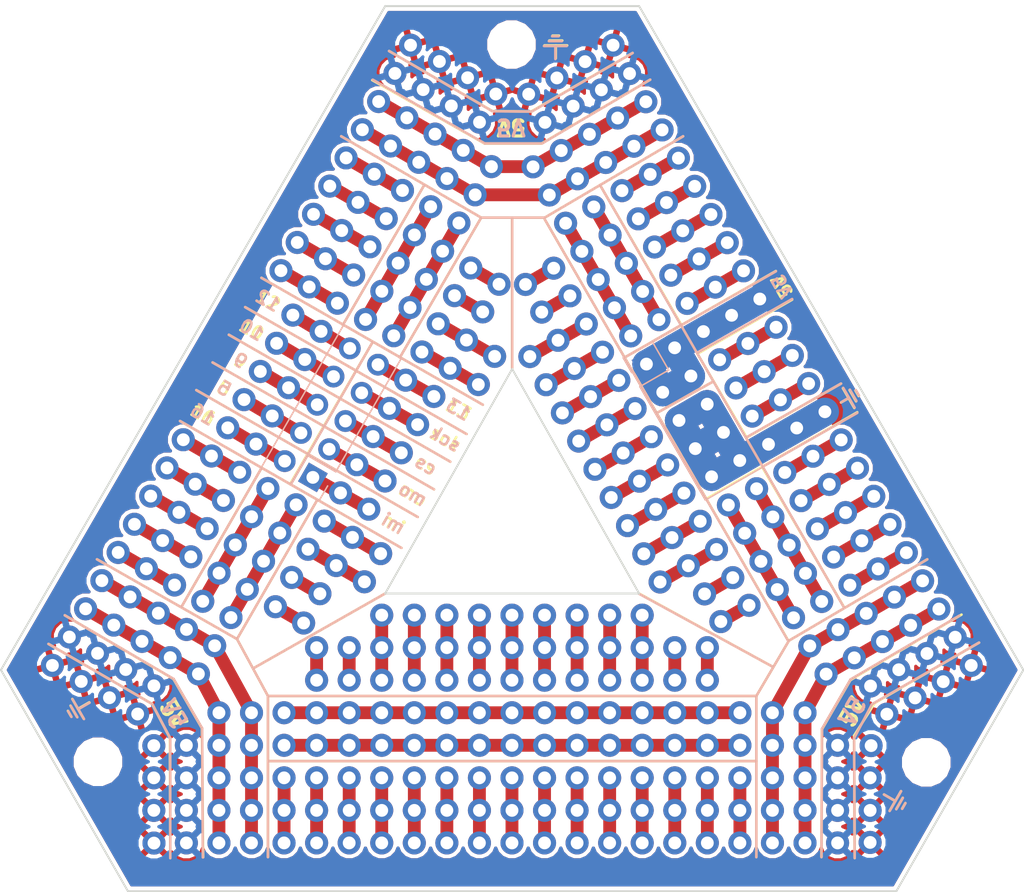
<source format=kicad_pcb>
(kicad_pcb (version 20171130) (host pcbnew "(5.0.2)-1")
  (layers (0 F.Cu signal) (31 B.Cu signal hide) (34 B.Paste user hide) (35 F.Paste user hide) (36 B.SilkS user) (37 F.SilkS user) (38 B.Mask user hide) (39 F.Mask user hide) (44 Edge.Cuts user))
  (net 0 "")
  (net 1 GND)
  (net 2 +5V)
  (net 3 /MISO)
  (net 4 /GPIO16)
  (net 5 /MOSI)
  (net 6 /GPIO5)
  (net 7 /CS)
  (net 8 /GPIO9)
  (net 9 /SCLK)
  (net 10 /GPIO10)
  (net 11 /GPIO13)
  (net 12 /GPIO12)
  (module MountingHole:MountingHole_3.2mm_M3 (layer F.Cu) (at 119.5832 126.0348)
    (fp_text reference REF** hide)
    (fp_text value MountingHole_3.2mm_M3)
    (pad 1 np_thru_hole circle (at 0 0) (size 3.2 3.2) (drill 3.2) (layers *.Cu *.Mask))
  )
  (module MountingHole:MountingHole_3.2mm_M3 (layer F.Cu) (at 151.8412 70.0532)
    (fp_text reference REF** hide)
    (fp_text value MountingHole_3.2mm_M3)
    (pad 1 np_thru_hole circle (at 0 0) (size 3.2 3.2) (drill 3.2) (layers *.Cu *.Mask))
  )
  (module Footprints:Pin_D0.9mm_L10.0mm_W2.4mm (layer F.Cu) (at 116.0272 118.5164 240)
    (fp_text reference REF** hide)
    (fp_text value Pin_D0.9mm_L10.0mm_W2.4mm_FlatFork)
    (pad 1 thru_hole circle (at 0 0 240) (size 1.8 1.8) (drill 1) (layers *.Cu *.Mask) (net 1 GND))
  )
  (module Footprints:Pin_D0.9mm_L10.0mm_W2.4mm (layer F.Cu) (at 123.952 132.3848)
    (fp_text reference REF** hide)
    (fp_text value Pin_D0.9mm_L10.0mm_W2.4mm_FlatFork)
    (pad 1 thru_hole circle (at 0 0) (size 1.8 1.8) (drill 1) (layers *.Cu *.Mask) (net 1 GND))
  )
  (module Footprints:Pin_D0.9mm_L10.0mm_W2.4mm (layer F.Cu) (at 143.9672 70.104 240)
    (fp_text reference REF** hide)
    (fp_text value Pin_D0.9mm_L10.0mm_W2.4mm_FlatFork)
    (pad 1 thru_hole circle (at 0 0 240) (size 1.8 1.8) (drill 1) (layers *.Cu *.Mask) (net 1 GND))
  )
  (module Footprints:Pin_D0.9mm_L10.0mm_W2.4mm (layer F.Cu) (at 159.766 70.104 120)
    (fp_text reference REF** hide)
    (fp_text value Pin_D0.9mm_L10.0mm_W2.4mm_FlatFork)
    (pad 1 thru_hole circle (at 0 0 120) (size 1.8 1.8) (drill 1) (layers *.Cu *.Mask) (net 1 GND))
  )
  (module Footprints:Pin_D0.9mm_L10.0mm_W2.4mm (layer F.Cu) (at 187.706 118.5164 120)
    (fp_text reference REF** hide)
    (fp_text value Pin_D0.9mm_L10.0mm_W2.4mm_FlatFork)
    (pad 1 thru_hole circle (at 0 0 120) (size 1.8 1.8) (drill 1) (layers *.Cu *.Mask) (net 1 GND))
  )
  (module Footprints:Pin_D0.9mm_L10.0mm_W2.4mm (layer F.Cu) (at 179.8193 132.334)
    (fp_text reference REF** hide)
    (fp_text value Pin_D0.9mm_L10.0mm_W2.4mm_FlatFork)
    (pad 1 thru_hole circle (at 0 0) (size 1.8 1.8) (drill 1) (layers *.Cu *.Mask) (net 1 GND))
  )
  (module Footprints:Pin_D0.9mm_L10.0mm_W2.4mm (layer F.Cu) (at 155.132942 87.510167 120)
    (fp_text reference REF** hide)
    (fp_text value Pin_D0.9mm_L10.0mm_W2.4mm_FlatFork)
    (pad 1 thru_hole circle (at 0 0 120) (size 1.8 1.8) (drill 1) (layers *.Cu *.Mask))
  )
  (module Footprints:Pin_D0.9mm_L10.0mm_W2.4mm (layer F.Cu) (at 152.933238 88.780167 120)
    (fp_text reference REF** hide)
    (fp_text value Pin_D0.9mm_L10.0mm_W2.4mm_FlatFork)
    (pad 1 thru_hole circle (at 0 0 120) (size 1.8 1.8) (drill 1) (layers *.Cu *.Mask))
  )
  (module Footprints:Pin_D0.9mm_L10.0mm_W2.4mm (layer F.Cu) (at 168.173238 115.095212 120)
    (fp_text reference REF** hide)
    (fp_text value Pin_D0.9mm_L10.0mm_W2.4mm_FlatFork)
    (pad 1 thru_hole circle (at 0 0 120) (size 1.8 1.8) (drill 1) (layers *.Cu *.Mask))
  )
  (module Footprints:Pin_D0.9mm_L10.0mm_W2.4mm (layer F.Cu) (at 170.372942 113.825213 120)
    (fp_text reference REF** hide)
    (fp_text value Pin_D0.9mm_L10.0mm_W2.4mm_FlatFork)
    (pad 1 thru_hole circle (at 0 0 120) (size 1.8 1.8) (drill 1) (layers *.Cu *.Mask))
  )
  (module Footprints:Pin_D0.9mm_L10.0mm_W2.4mm (layer F.Cu) (at 150.866065 88.765025 240)
    (fp_text reference REF** hide)
    (fp_text value Pin_D0.9mm_L10.0mm_W2.4mm_FlatFork)
    (pad 1 thru_hole circle (at 0 0 240) (size 1.8 1.8) (drill 1) (layers *.Cu *.Mask))
  )
  (module Footprints:Pin_D0.9mm_L10.0mm_W2.4mm (layer F.Cu) (at 148.666361 87.495025 240)
    (fp_text reference REF** hide)
    (fp_text value Pin_D0.9mm_L10.0mm_W2.4mm_FlatFork)
    (pad 1 thru_hole circle (at 0 0 240) (size 1.8 1.8) (drill 1) (layers *.Cu *.Mask))
  )
  (module Footprints:Pin_D0.9mm_L10.0mm_W2.4mm (layer F.Cu) (at 167.1193 117.1321)
    (fp_text reference REF** hide)
    (fp_text value Pin_D0.9mm_L10.0mm_W2.4mm_FlatFork)
    (pad 1 thru_hole circle (at 0 0) (size 1.8 1.8) (drill 1) (layers *.Cu *.Mask))
  )
  (module Footprints:Pin_D0.9mm_L10.0mm_W2.4mm (layer F.Cu) (at 167.1193 119.6721)
    (fp_text reference REF** hide)
    (fp_text value Pin_D0.9mm_L10.0mm_W2.4mm_FlatFork)
    (pad 1 thru_hole circle (at 0 0) (size 1.8 1.8) (drill 1) (layers *.Cu *.Mask))
  )
  (module Footprints:Pin_D0.9mm_L10.0mm_W2.4mm (layer F.Cu) (at 136.6393 117.1321)
    (fp_text reference REF** hide)
    (fp_text value Pin_D0.9mm_L10.0mm_W2.4mm_FlatFork)
    (pad 1 thru_hole circle (at 0 0) (size 1.8 1.8) (drill 1) (layers *.Cu *.Mask))
  )
  (module Footprints:Pin_D0.9mm_L10.0mm_W2.4mm (layer F.Cu) (at 136.6393 119.6721)
    (fp_text reference REF** hide)
    (fp_text value Pin_D0.9mm_L10.0mm_W2.4mm_FlatFork)
    (pad 1 thru_hole circle (at 0 0) (size 1.8 1.8) (drill 1) (layers *.Cu *.Mask))
  )
  (module Footprints:Pin_D0.9mm_L10.0mm_W2.4mm (layer F.Cu) (at 135.626065 115.20707 240)
    (fp_text reference REF** hide)
    (fp_text value Pin_D0.9mm_L10.0mm_W2.4mm_FlatFork)
    (pad 1 thru_hole circle (at 0 0 240) (size 1.8 1.8) (drill 1) (layers *.Cu *.Mask))
  )
  (module Footprints:Pin_D0.9mm_L10.0mm_W2.4mm (layer F.Cu) (at 133.426361 113.93707 240)
    (fp_text reference REF** hide)
    (fp_text value Pin_D0.9mm_L10.0mm_W2.4mm_FlatFork)
    (pad 1 thru_hole circle (at 0 0 240) (size 1.8 1.8) (drill 1) (layers *.Cu *.Mask))
  )
  (module Footprints:Pin_D0.9mm_L10.0mm_W2.4mm (layer F.Cu) (at 177.2793 127.2921)
    (fp_text reference REF** hide)
    (fp_text value Pin_D0.9mm_L10.0mm_W2.4mm_FlatFork)
    (pad 1 thru_hole circle (at 0 0) (size 1.8 1.8) (drill 1) (layers *.Cu *.Mask) (net 2 +5V))
  )
  (module Footprints:Pin_D0.9mm_L10.0mm_W2.4mm (layer F.Cu) (at 123.9393 124.7775)
    (fp_text reference REF** hide)
    (fp_text value Pin_D0.9mm_L10.0mm_W2.4mm_FlatFork)
    (pad 1 thru_hole circle (at 0 0) (size 1.8 1.8) (drill 1) (layers *.Cu *.Mask) (net 1 GND))
  )
  (module Footprints:Pin_D0.9mm_L10.0mm_W2.4mm (layer F.Cu) (at 179.8955 124.7775)
    (fp_text reference REF** hide)
    (fp_text value Pin_D0.9mm_L10.0mm_W2.4mm_FlatFork)
    (pad 1 thru_hole circle (at 0 0) (size 1.8 1.8) (drill 1) (layers *.Cu *.Mask) (net 1 GND))
  )
  (module Footprints:Pin_D0.9mm_L10.0mm_W2.4mm (layer F.Cu) (at 146.466656 86.184321 240)
    (fp_text reference REF** hide)
    (fp_text value Pin_D0.9mm_L10.0mm_W2.4mm_FlatFork)
    (pad 1 thru_hole circle (at 0 0 240) (size 1.8 1.8) (drill 1) (layers *.Cu *.Mask))
  )
  (module Footprints:Pin_D0.9mm_L10.0mm_W2.4mm (layer F.Cu) (at 142.996952 87.114025 240)
    (fp_text reference REF** hide)
    (fp_text value Pin_D0.9mm_L10.0mm_W2.4mm_FlatFork)
    (pad 1 thru_hole circle (at 0 0 240) (size 1.8 1.8) (drill 1) (layers *.Cu *.Mask))
  )
  (module Footprints:Pin_D0.9mm_L10.0mm_W2.4mm (layer F.Cu) (at 140.456952 91.513434 240)
    (fp_text reference REF** hide)
    (fp_text value Pin_D0.9mm_L10.0mm_W2.4mm_FlatFork)
    (pad 1 thru_hole circle (at 0 0 240) (size 1.8 1.8) (drill 1) (layers *.Cu *.Mask))
  )
  (module Footprints:Pin_D0.9mm_L10.0mm_W2.4mm (layer F.Cu) (at 138.597543 84.574025 240)
    (fp_text reference REF** hide)
    (fp_text value Pin_D0.9mm_L10.0mm_W2.4mm_FlatFork)
    (pad 1 thru_hole circle (at 0 0 240) (size 1.8 1.8) (drill 1) (layers *.Cu *.Mask))
  )
  (module Footprints:Pin_D0.9mm_L10.0mm_W2.4mm (layer F.Cu) (at 135.127838 85.50373 240)
    (fp_text reference REF** hide)
    (fp_text value Pin_D0.9mm_L10.0mm_W2.4mm_FlatFork)
    (pad 1 thru_hole circle (at 0 0 240) (size 1.8 1.8) (drill 1) (layers *.Cu *.Mask))
  )
  (module Footprints:Pin_D0.9mm_L10.0mm_W2.4mm (layer F.Cu) (at 141.726952 89.31373 240)
    (fp_text reference REF** hide)
    (fp_text value Pin_D0.9mm_L10.0mm_W2.4mm_FlatFork)
    (pad 1 thru_hole circle (at 0 0 240) (size 1.8 1.8) (drill 1) (layers *.Cu *.Mask))
  )
  (module Footprints:Pin_D0.9mm_L10.0mm_W2.4mm (layer F.Cu) (at 139.527247 88.04373 240)
    (fp_text reference REF** hide)
    (fp_text value Pin_D0.9mm_L10.0mm_W2.4mm_FlatFork)
    (pad 1 thru_hole circle (at 0 0 240) (size 1.8 1.8) (drill 1) (layers *.Cu *.Mask))
  )
  (module Footprints:Pin_D0.9mm_L10.0mm_W2.4mm (layer F.Cu) (at 143.926656 90.58373 240)
    (fp_text reference REF** hide)
    (fp_text value Pin_D0.9mm_L10.0mm_W2.4mm_FlatFork)
    (pad 1 thru_hole circle (at 0 0 240) (size 1.8 1.8) (drill 1) (layers *.Cu *.Mask))
  )
  (module Footprints:Pin_D0.9mm_L10.0mm_W2.4mm (layer F.Cu) (at 140.797247 85.844025 240)
    (fp_text reference REF** hide)
    (fp_text value Pin_D0.9mm_L10.0mm_W2.4mm_FlatFork)
    (pad 1 thru_hole circle (at 0 0 240) (size 1.8 1.8) (drill 1) (layers *.Cu *.Mask))
  )
  (module Footprints:Pin_D0.9mm_L10.0mm_W2.4mm (layer F.Cu) (at 137.327543 86.77373 240)
    (fp_text reference REF** hide)
    (fp_text value Pin_D0.9mm_L10.0mm_W2.4mm_FlatFork)
    (pad 1 thru_hole circle (at 0 0 240) (size 1.8 1.8) (drill 1) (layers *.Cu *.Mask))
  )
  (module Footprints:Pin_D0.9mm_L10.0mm_W2.4mm (layer F.Cu) (at 145.196656 88.384025 240)
    (fp_text reference REF** hide)
    (fp_text value Pin_D0.9mm_L10.0mm_W2.4mm_FlatFork)
    (pad 1 thru_hole circle (at 0 0 240) (size 1.8 1.8) (drill 1) (layers *.Cu *.Mask))
  )
  (module Footprints:Pin_D0.9mm_L10.0mm_W2.4mm (layer F.Cu) (at 136.987247 92.443139 240)
    (fp_text reference REF** hide)
    (fp_text value Pin_D0.9mm_L10.0mm_W2.4mm_FlatFork)
    (pad 1 thru_hole circle (at 0 0 240) (size 1.8 1.8) (drill 1) (layers *.Cu *.Mask))
  )
  (module Footprints:Pin_D0.9mm_L10.0mm_W2.4mm (layer F.Cu) (at 136.397838 83.304025 240)
    (fp_text reference REF** hide)
    (fp_text value Pin_D0.9mm_L10.0mm_W2.4mm_FlatFork)
    (pad 1 thru_hole circle (at 0 0 240) (size 1.8 1.8) (drill 1) (layers *.Cu *.Mask))
  )
  (module Footprints:Pin_D0.9mm_L10.0mm_W2.4mm (layer F.Cu) (at 143.677543 75.775207 240)
    (fp_text reference REF** hide)
    (fp_text value Pin_D0.9mm_L10.0mm_W2.4mm_FlatFork)
    (pad 1 thru_hole circle (at 0 0 240) (size 1.8 1.8) (drill 1) (layers *.Cu *.Mask))
  )
  (module Footprints:Pin_D0.9mm_L10.0mm_W2.4mm (layer F.Cu) (at 136.057543 88.973434 240)
    (fp_text reference REF** hide)
    (fp_text value Pin_D0.9mm_L10.0mm_W2.4mm_FlatFork)
    (pad 1 thru_hole circle (at 0 0 240) (size 1.8 1.8) (drill 1) (layers *.Cu *.Mask))
  )
  (module Footprints:Pin_D0.9mm_L10.0mm_W2.4mm (layer F.Cu) (at 124.287247 114.440184 240)
    (fp_text reference REF** hide)
    (fp_text value Pin_D0.9mm_L10.0mm_W2.4mm_FlatFork)
    (pad 1 thru_hole circle (at 0 0 240) (size 1.8 1.8) (drill 1) (layers *.Cu *.Mask))
  )
  (module Footprints:Pin_D0.9mm_L10.0mm_W2.4mm (layer F.Cu) (at 134.787543 91.173139 240)
    (fp_text reference REF** hide)
    (fp_text value Pin_D0.9mm_L10.0mm_W2.4mm_FlatFork)
    (pad 1 thru_hole circle (at 0 0 240) (size 1.8 1.8) (drill 1) (layers *.Cu *.Mask))
  )
  (module Footprints:Pin_D0.9mm_L10.0mm_W2.4mm (layer F.Cu) (at 142.656656 92.783434 240)
    (fp_text reference REF** hide)
    (fp_text value Pin_D0.9mm_L10.0mm_W2.4mm_FlatFork)
    (pad 1 thru_hole circle (at 0 0 240) (size 1.8 1.8) (drill 1) (layers *.Cu *.Mask))
  )
  (module Footprints:Pin_D0.9mm_L10.0mm_W2.4mm (layer F.Cu) (at 127.416656 119.179888 240)
    (fp_text reference REF** hide)
    (fp_text value Pin_D0.9mm_L10.0mm_W2.4mm_FlatFork)
    (pad 1 thru_hole circle (at 0 0 240) (size 1.8 1.8) (drill 1) (layers *.Cu *.Mask))
  )
  (module Footprints:Pin_D0.9mm_L10.0mm_W2.4mm (layer F.Cu) (at 133.857838 87.703434 240)
    (fp_text reference REF** hide)
    (fp_text value Pin_D0.9mm_L10.0mm_W2.4mm_FlatFork)
    (pad 1 thru_hole circle (at 0 0 240) (size 1.8 1.8) (drill 1) (layers *.Cu *.Mask))
  )
  (module Footprints:Pin_D0.9mm_L10.0mm_W2.4mm (layer F.Cu) (at 138.257247 90.243434 240)
    (fp_text reference REF** hide)
    (fp_text value Pin_D0.9mm_L10.0mm_W2.4mm_FlatFork)
    (pad 1 thru_hole circle (at 0 0 240) (size 1.8 1.8) (drill 1) (layers *.Cu *.Mask))
  )
  (module Footprints:Pin_D0.9mm_L10.0mm_W2.4mm (layer F.Cu) (at 132.836952 104.711661 240)
    (fp_text reference REF** hide)
    (fp_text value Pin_D0.9mm_L10.0mm_W2.4mm_FlatFork)
    (pad 1 thru_hole circle (at 0 0 240) (size 1.8 1.8) (drill 1) (layers *.Cu *.Mask))
  )
  (module Footprints:Pin_D0.9mm_L10.0mm_W2.4mm (layer F.Cu) (at 132.247543 95.572548 240)
    (fp_text reference REF** hide)
    (fp_text value Pin_D0.9mm_L10.0mm_W2.4mm_FlatFork)
    (pad 1 thru_hole circle (at 0 0 240) (size 1.8 1.8) (drill 1) (layers *.Cu *.Mask))
  )
  (module Footprints:Pin_D0.9mm_L10.0mm_W2.4mm (layer F.Cu) (at 118.617838 114.099888 240)
    (fp_text reference REF** hide)
    (fp_text value Pin_D0.9mm_L10.0mm_W2.4mm_FlatFork)
    (pad 1 thru_hole circle (at 0 0 240) (size 1.8 1.8) (drill 1) (layers *.Cu *.Mask))
  )
  (module Footprints:Pin_D0.9mm_L10.0mm_W2.4mm (layer F.Cu) (at 124.967838 103.101366 240)
    (fp_text reference REF** hide)
    (fp_text value Pin_D0.9mm_L10.0mm_W2.4mm_FlatFork)
    (pad 1 thru_hole circle (at 0 0 240) (size 1.8 1.8) (drill 1) (layers *.Cu *.Mask))
  )
  (module Footprints:Pin_D0.9mm_L10.0mm_W2.4mm (layer F.Cu) (at 130.637247 103.441661 240)
    (fp_text reference REF** hide)
    (fp_text value Pin_D0.9mm_L10.0mm_W2.4mm_FlatFork)
    (pad 1 thru_hole circle (at 0 0 240) (size 1.8 1.8) (drill 1) (layers *.Cu *.Mask))
  )
  (module Footprints:Pin_D0.9mm_L10.0mm_W2.4mm (layer F.Cu) (at 133.766656 108.181366 240)
    (fp_text reference REF** hide)
    (fp_text value Pin_D0.9mm_L10.0mm_W2.4mm_FlatFork)
    (pad 1 thru_hole circle (at 0 0 240) (size 1.8 1.8) (drill 1) (layers *.Cu *.Mask))
  )
  (module Footprints:Pin_D0.9mm_L10.0mm_W2.4mm (layer F.Cu) (at 123.357543 110.970479 240)
    (fp_text reference REF** hide)
    (fp_text value Pin_D0.9mm_L10.0mm_W2.4mm_FlatFork)
    (pad 1 thru_hole circle (at 0 0 240) (size 1.8 1.8) (drill 1) (layers *.Cu *.Mask))
  )
  (module Footprints:Pin_D0.9mm_L10.0mm_W2.4mm (layer F.Cu) (at 122.087543 113.170184 240)
    (fp_text reference REF** hide)
    (fp_text value Pin_D0.9mm_L10.0mm_W2.4mm_FlatFork)
    (pad 1 thru_hole circle (at 0 0 240) (size 1.8 1.8) (drill 1) (layers *.Cu *.Mask))
  )
  (module Footprints:Pin_D0.9mm_L10.0mm_W2.4mm (layer F.Cu) (at 121.747247 118.839593 240)
    (fp_text reference REF** hide)
    (fp_text value Pin_D0.9mm_L10.0mm_W2.4mm_FlatFork)
    (pad 1 thru_hole circle (at 0 0 240) (size 1.8 1.8) (drill 1) (layers *.Cu *.Mask) (net 2 +5V))
  )
  (module Footprints:Pin_D0.9mm_L10.0mm_W2.4mm (layer F.Cu) (at 135.717247 94.642843 240)
    (fp_text reference REF** hide)
    (fp_text value Pin_D0.9mm_L10.0mm_W2.4mm_FlatFork)
    (pad 1 thru_hole circle (at 0 0 240) (size 1.8 1.8) (drill 1) (layers *.Cu *.Mask))
  )
  (module Footprints:Pin_D0.9mm_L10.0mm_W2.4mm (layer F.Cu) (at 133.517543 93.372843 240)
    (fp_text reference REF** hide)
    (fp_text value Pin_D0.9mm_L10.0mm_W2.4mm_FlatFork)
    (pad 1 thru_hole circle (at 0 0 240) (size 1.8 1.8) (drill 1) (layers *.Cu *.Mask))
  )
  (module Footprints:Pin_D0.9mm_L10.0mm_W2.4mm (layer F.Cu) (at 129.026952 111.310775 240)
    (fp_text reference REF** hide)
    (fp_text value Pin_D0.9mm_L10.0mm_W2.4mm_FlatFork)
    (pad 1 thru_hole circle (at 0 0 240) (size 1.8 1.8) (drill 1) (layers *.Cu *.Mask))
  )
  (module Footprints:Pin_D0.9mm_L10.0mm_W2.4mm (layer F.Cu) (at 133.177247 99.042252 240)
    (fp_text reference REF** hide)
    (fp_text value Pin_D0.9mm_L10.0mm_W2.4mm_FlatFork)
    (pad 1 thru_hole circle (at 0 0 240) (size 1.8 1.8) (drill 1) (layers *.Cu *.Mask))
  )
  (module Footprints:Pin_D0.9mm_L10.0mm_W2.4mm (layer F.Cu) (at 128.437543 102.171661 240)
    (fp_text reference REF** hide)
    (fp_text value Pin_D0.9mm_L10.0mm_W2.4mm_FlatFork)
    (pad 1 thru_hole circle (at 0 0 240) (size 1.8 1.8) (drill 1) (layers *.Cu *.Mask))
  )
  (module Footprints:Pin_D0.9mm_L10.0mm_W2.4mm (layer F.Cu) (at 130.296952 109.11107 240)
    (fp_text reference REF** hide)
    (fp_text value Pin_D0.9mm_L10.0mm_W2.4mm_FlatFork)
    (pad 1 thru_hole circle (at 0 0 240) (size 1.8 1.8) (drill 1) (layers *.Cu *.Mask))
  )
  (module Footprints:Pin_D0.9mm_L10.0mm_W2.4mm (layer F.Cu) (at 123.946952 120.109593 240)
    (fp_text reference REF** hide)
    (fp_text value Pin_D0.9mm_L10.0mm_W2.4mm_FlatFork)
    (pad 1 thru_hole circle (at 0 0 240) (size 1.8 1.8) (drill 1) (layers *.Cu *.Mask) (net 2 +5V))
  )
  (module Footprints:Pin_D0.9mm_L10.0mm_W2.4mm (layer F.Cu) (at 134.447247 96.842548 240)
    (fp_text reference REF** hide)
    (fp_text value Pin_D0.9mm_L10.0mm_W2.4mm_FlatFork)
    (pad 1 thru_hole circle (at 0 0 240) (size 1.8 1.8) (drill 1) (layers *.Cu *.Mask))
  )
  (module Footprints:Pin_D0.9mm_L10.0mm_W2.4mm (layer F.Cu) (at 127.167543 104.371366 240)
    (fp_text reference REF** hide)
    (fp_text value Pin_D0.9mm_L10.0mm_W2.4mm_FlatFork)
    (pad 1 thru_hole circle (at 0 0 240) (size 1.8 1.8) (drill 1) (layers *.Cu *.Mask))
  )
  (module Footprints:Pin_D0.9mm_L10.0mm_W2.4mm (layer F.Cu) (at 130.977543 97.772252 240)
    (fp_text reference REF** hide)
    (fp_text value Pin_D0.9mm_L10.0mm_W2.4mm_FlatFork)
    (pad 1 thru_hole circle (at 0 0 240) (size 1.8 1.8) (drill 1) (layers *.Cu *.Mask))
  )
  (module Footprints:Pin_D0.9mm_L10.0mm_W2.4mm (layer F.Cu) (at 131.907247 101.241957 240)
    (fp_text reference REF** hide)
    (fp_text value Pin_D0.9mm_L10.0mm_W2.4mm_FlatFork)
    (pad 1 thru_hole circle (at 0 0 240) (size 1.8 1.8) (drill 1) (layers *.Cu *.Mask))
  )
  (module Footprints:Pin_D0.9mm_L10.0mm_W2.4mm (layer F.Cu) (at 126.237838 100.901661 240)
    (fp_text reference REF** hide)
    (fp_text value Pin_D0.9mm_L10.0mm_W2.4mm_FlatFork)
    (pad 1 thru_hole circle (at 0 0 240) (size 1.8 1.8) (drill 1) (layers *.Cu *.Mask))
  )
  (module Footprints:Pin_D0.9mm_L10.0mm_W2.4mm (layer F.Cu) (at 131.566952 106.911366 240)
    (fp_text reference REF** hide)
    (fp_text value Pin_D0.9mm_L10.0mm_W2.4mm_FlatFork)
    (pad 1 thru_hole circle (at 0 0 240) (size 1.8 1.8) (drill 1) (layers *.Cu *.Mask))
  )
  (module Footprints:Pin_D0.9mm_L10.0mm_W2.4mm (layer F.Cu) (at 135.036656 105.981661 240)
    (fp_text reference REF** hide)
    (fp_text value Pin_D0.9mm_L10.0mm_W2.4mm_FlatFork)
    (pad 1 thru_hole circle (at 0 0 240) (size 1.8 1.8) (drill 1) (layers *.Cu *.Mask))
  )
  (module Footprints:Pin_D0.9mm_L10.0mm_W2.4mm (layer F.Cu) (at 129.367247 105.641366 240)
    (fp_text reference REF** hide)
    (fp_text value Pin_D0.9mm_L10.0mm_W2.4mm_FlatFork)
    (pad 1 thru_hole circle (at 0 0 240) (size 1.8 1.8) (drill 1) (layers *.Cu *.Mask))
  )
  (module Footprints:Pin_D0.9mm_L10.0mm_W2.4mm (layer F.Cu) (at 129.707543 99.971957 240)
    (fp_text reference REF** hide)
    (fp_text value Pin_D0.9mm_L10.0mm_W2.4mm_FlatFork)
    (pad 1 thru_hole circle (at 0 0 240) (size 1.8 1.8) (drill 1) (layers *.Cu *.Mask))
  )
  (module Footprints:Pin_D0.9mm_L10.0mm_W2.4mm (layer F.Cu) (at 118.277543 119.769298 240)
    (fp_text reference REF** hide)
    (fp_text value Pin_D0.9mm_L10.0mm_W2.4mm_FlatFork)
    (pad 1 thru_hole circle (at 0 0 240) (size 1.8 1.8) (drill 1) (layers *.Cu *.Mask) (net 1 GND))
  )
  (module Footprints:Pin_D0.9mm_L10.0mm_W2.4mm (layer F.Cu) (at 125.216952 117.909888 240)
    (fp_text reference REF** hide)
    (fp_text value Pin_D0.9mm_L10.0mm_W2.4mm_FlatFork)
    (pad 1 thru_hole circle (at 0 0 240) (size 1.8 1.8) (drill 1) (layers *.Cu *.Mask))
  )
  (module Footprints:Pin_D0.9mm_L10.0mm_W2.4mm (layer F.Cu) (at 132.496656 110.38107 240)
    (fp_text reference REF** hide)
    (fp_text value Pin_D0.9mm_L10.0mm_W2.4mm_FlatFork)
    (pad 1 thru_hole circle (at 0 0 240) (size 1.8 1.8) (drill 1) (layers *.Cu *.Mask))
  )
  (module Footprints:Pin_D0.9mm_L10.0mm_W2.4mm (layer F.Cu) (at 125.897543 106.57107 240)
    (fp_text reference REF** hide)
    (fp_text value Pin_D0.9mm_L10.0mm_W2.4mm_FlatFork)
    (pad 1 thru_hole circle (at 0 0 240) (size 1.8 1.8) (drill 1) (layers *.Cu *.Mask))
  )
  (module Footprints:Pin_D0.9mm_L10.0mm_W2.4mm (layer F.Cu) (at 124.627543 108.770775 240)
    (fp_text reference REF** hide)
    (fp_text value Pin_D0.9mm_L10.0mm_W2.4mm_FlatFork)
    (pad 1 thru_hole circle (at 0 0 240) (size 1.8 1.8) (drill 1) (layers *.Cu *.Mask))
  )
  (module Footprints:Pin_D0.9mm_L10.0mm_W2.4mm (layer F.Cu) (at 122.676952 122.309298 240)
    (fp_text reference REF** hide)
    (fp_text value Pin_D0.9mm_L10.0mm_W2.4mm_FlatFork)
    (pad 1 thru_hole circle (at 0 0 240) (size 1.8 1.8) (drill 1) (layers *.Cu *.Mask) (net 1 GND))
  )
  (module Footprints:Pin_D0.9mm_L10.0mm_W2.4mm (layer F.Cu) (at 121.157838 109.700479 240)
    (fp_text reference REF** hide)
    (fp_text value Pin_D0.9mm_L10.0mm_W2.4mm_FlatFork)
    (pad 1 thru_hole circle (at 0 0 240) (size 1.8 1.8) (drill 1) (layers *.Cu *.Mask))
  )
  (module Footprints:Pin_D0.9mm_L10.0mm_W2.4mm (layer F.Cu) (at 117.347838 116.299593 240)
    (fp_text reference REF** hide)
    (fp_text value Pin_D0.9mm_L10.0mm_W2.4mm_FlatFork)
    (pad 1 thru_hole circle (at 0 0 240) (size 1.8 1.8) (drill 1) (layers *.Cu *.Mask) (net 2 +5V))
  )
  (module Footprints:Pin_D0.9mm_L10.0mm_W2.4mm (layer F.Cu) (at 128.686656 116.980184 240)
    (fp_text reference REF** hide)
    (fp_text value Pin_D0.9mm_L10.0mm_W2.4mm_FlatFork)
    (pad 1 thru_hole circle (at 0 0 240) (size 1.8 1.8) (drill 1) (layers *.Cu *.Mask))
  )
  (module Footprints:Pin_D0.9mm_L10.0mm_W2.4mm (layer F.Cu) (at 119.887838 111.900184 240)
    (fp_text reference REF** hide)
    (fp_text value Pin_D0.9mm_L10.0mm_W2.4mm_FlatFork)
    (pad 1 thru_hole circle (at 0 0 240) (size 1.8 1.8) (drill 1) (layers *.Cu *.Mask))
  )
  (module Footprints:Pin_D0.9mm_L10.0mm_W2.4mm (layer F.Cu) (at 123.017247 116.639888 240)
    (fp_text reference REF** hide)
    (fp_text value Pin_D0.9mm_L10.0mm_W2.4mm_FlatFork)
    (pad 1 thru_hole circle (at 0 0 240) (size 1.8 1.8) (drill 1) (layers *.Cu *.Mask))
  )
  (module Footprints:Pin_D0.9mm_L10.0mm_W2.4mm (layer F.Cu) (at 128.097247 107.84107 240)
    (fp_text reference REF** hide)
    (fp_text value Pin_D0.9mm_L10.0mm_W2.4mm_FlatFork)
    (pad 1 thru_hole circle (at 0 0 240) (size 1.8 1.8) (drill 1) (layers *.Cu *.Mask))
  )
  (module Footprints:Pin_D0.9mm_L10.0mm_W2.4mm (layer F.Cu) (at 125.557247 112.240479 240)
    (fp_text reference REF** hide)
    (fp_text value Pin_D0.9mm_L10.0mm_W2.4mm_FlatFork)
    (pad 1 thru_hole circle (at 0 0 240) (size 1.8 1.8) (drill 1) (layers *.Cu *.Mask))
  )
  (module Footprints:Pin_D0.9mm_L10.0mm_W2.4mm (layer F.Cu) (at 129.956656 114.780479 240)
    (fp_text reference REF** hide)
    (fp_text value Pin_D0.9mm_L10.0mm_W2.4mm_FlatFork)
    (pad 1 thru_hole circle (at 0 0 240) (size 1.8 1.8) (drill 1) (layers *.Cu *.Mask))
  )
  (module Footprints:Pin_D0.9mm_L10.0mm_W2.4mm (layer F.Cu) (at 119.547543 117.569593 240)
    (fp_text reference REF** hide)
    (fp_text value Pin_D0.9mm_L10.0mm_W2.4mm_FlatFork)
    (pad 1 thru_hole circle (at 0 0 240) (size 1.8 1.8) (drill 1) (layers *.Cu *.Mask) (net 2 +5V))
  )
  (module Footprints:Pin_D0.9mm_L10.0mm_W2.4mm (layer F.Cu) (at 120.477247 121.039298 240)
    (fp_text reference REF** hide)
    (fp_text value Pin_D0.9mm_L10.0mm_W2.4mm_FlatFork)
    (pad 1 thru_hole circle (at 0 0 240) (size 1.8 1.8) (drill 1) (layers *.Cu *.Mask) (net 1 GND))
  )
  (module Footprints:Pin_D0.9mm_L10.0mm_W2.4mm (layer F.Cu) (at 120.817543 115.369888 240)
    (fp_text reference REF** hide)
    (fp_text value Pin_D0.9mm_L10.0mm_W2.4mm_FlatFork)
    (pad 1 thru_hole circle (at 0 0 240) (size 1.8 1.8) (drill 1) (layers *.Cu *.Mask))
  )
  (module Footprints:Pin_D0.9mm_L10.0mm_W2.4mm (layer F.Cu) (at 142.747838 72.305502 240)
    (fp_text reference REF** hide)
    (fp_text value Pin_D0.9mm_L10.0mm_W2.4mm_FlatFork)
    (pad 1 thru_hole circle (at 0 0 240) (size 1.8 1.8) (drill 1) (layers *.Cu *.Mask) (net 2 +5V))
  )
  (module Footprints:Pin_D0.9mm_L10.0mm_W2.4mm (layer F.Cu) (at 147.147247 74.845502 240)
    (fp_text reference REF** hide)
    (fp_text value Pin_D0.9mm_L10.0mm_W2.4mm_FlatFork)
    (pad 1 thru_hole circle (at 0 0 240) (size 1.8 1.8) (drill 1) (layers *.Cu *.Mask) (net 2 +5V))
  )
  (module Footprints:Pin_D0.9mm_L10.0mm_W2.4mm (layer F.Cu) (at 144.266952 84.914321 240)
    (fp_text reference REF** hide)
    (fp_text value Pin_D0.9mm_L10.0mm_W2.4mm_FlatFork)
    (pad 1 thru_hole circle (at 0 0 240) (size 1.8 1.8) (drill 1) (layers *.Cu *.Mask))
  )
  (module Footprints:Pin_D0.9mm_L10.0mm_W2.4mm (layer F.Cu) (at 140.207838 76.704912 240)
    (fp_text reference REF** hide)
    (fp_text value Pin_D0.9mm_L10.0mm_W2.4mm_FlatFork)
    (pad 1 thru_hole circle (at 0 0 240) (size 1.8 1.8) (drill 1) (layers *.Cu *.Mask))
  )
  (module Footprints:Pin_D0.9mm_L10.0mm_W2.4mm (layer F.Cu) (at 146.806952 80.514912 240)
    (fp_text reference REF** hide)
    (fp_text value Pin_D0.9mm_L10.0mm_W2.4mm_FlatFork)
    (pad 1 thru_hole circle (at 0 0 240) (size 1.8 1.8) (drill 1) (layers *.Cu *.Mask))
  )
  (module Footprints:Pin_D0.9mm_L10.0mm_W2.4mm (layer F.Cu) (at 146.217543 71.375798 240)
    (fp_text reference REF** hide)
    (fp_text value Pin_D0.9mm_L10.0mm_W2.4mm_FlatFork)
    (pad 1 thru_hole circle (at 0 0 240) (size 1.8 1.8) (drill 1) (layers *.Cu *.Mask) (net 1 GND))
  )
  (module Footprints:Pin_D0.9mm_L10.0mm_W2.4mm (layer F.Cu) (at 144.607247 79.244912 240)
    (fp_text reference REF** hide)
    (fp_text value Pin_D0.9mm_L10.0mm_W2.4mm_FlatFork)
    (pad 1 thru_hole circle (at 0 0 240) (size 1.8 1.8) (drill 1) (layers *.Cu *.Mask))
  )
  (module Footprints:Pin_D0.9mm_L10.0mm_W2.4mm (layer F.Cu) (at 149.346952 76.115502 240)
    (fp_text reference REF** hide)
    (fp_text value Pin_D0.9mm_L10.0mm_W2.4mm_FlatFork)
    (pad 1 thru_hole circle (at 0 0 240) (size 1.8 1.8) (drill 1) (layers *.Cu *.Mask) (net 2 +5V))
  )
  (module Footprints:Pin_D0.9mm_L10.0mm_W2.4mm (layer F.Cu) (at 139.867543 82.374321 240)
    (fp_text reference REF** hide)
    (fp_text value Pin_D0.9mm_L10.0mm_W2.4mm_FlatFork)
    (pad 1 thru_hole circle (at 0 0 240) (size 1.8 1.8) (drill 1) (layers *.Cu *.Mask))
  )
  (module Footprints:Pin_D0.9mm_L10.0mm_W2.4mm (layer F.Cu) (at 141.137543 80.174616 240)
    (fp_text reference REF** hide)
    (fp_text value Pin_D0.9mm_L10.0mm_W2.4mm_FlatFork)
    (pad 1 thru_hole circle (at 0 0 240) (size 1.8 1.8) (drill 1) (layers *.Cu *.Mask))
  )
  (module Footprints:Pin_D0.9mm_L10.0mm_W2.4mm (layer F.Cu) (at 143.337247 81.444616 240)
    (fp_text reference REF** hide)
    (fp_text value Pin_D0.9mm_L10.0mm_W2.4mm_FlatFork)
    (pad 1 thru_hole circle (at 0 0 240) (size 1.8 1.8) (drill 1) (layers *.Cu *.Mask))
  )
  (module Footprints:Pin_D0.9mm_L10.0mm_W2.4mm (layer F.Cu) (at 145.877247 77.045207 240)
    (fp_text reference REF** hide)
    (fp_text value Pin_D0.9mm_L10.0mm_W2.4mm_FlatFork)
    (pad 1 thru_hole circle (at 0 0 240) (size 1.8 1.8) (drill 1) (layers *.Cu *.Mask))
  )
  (module Footprints:Pin_D0.9mm_L10.0mm_W2.4mm (layer F.Cu) (at 147.736656 83.984616 240)
    (fp_text reference REF** hide)
    (fp_text value Pin_D0.9mm_L10.0mm_W2.4mm_FlatFork)
    (pad 1 thru_hole circle (at 0 0 240) (size 1.8 1.8) (drill 1) (layers *.Cu *.Mask))
  )
  (module Footprints:Pin_D0.9mm_L10.0mm_W2.4mm (layer F.Cu) (at 144.947543 73.575502 240)
    (fp_text reference REF** hide)
    (fp_text value Pin_D0.9mm_L10.0mm_W2.4mm_FlatFork)
    (pad 1 thru_hole circle (at 0 0 240) (size 1.8 1.8) (drill 1) (layers *.Cu *.Mask) (net 2 +5V))
  )
  (module Footprints:Pin_D0.9mm_L10.0mm_W2.4mm (layer F.Cu) (at 137.667838 81.104321 240)
    (fp_text reference REF** hide)
    (fp_text value Pin_D0.9mm_L10.0mm_W2.4mm_FlatFork)
    (pad 1 thru_hole circle (at 0 0 240) (size 1.8 1.8) (drill 1) (layers *.Cu *.Mask))
  )
  (module Footprints:Pin_D0.9mm_L10.0mm_W2.4mm (layer F.Cu) (at 138.937838 78.904616 240)
    (fp_text reference REF** hide)
    (fp_text value Pin_D0.9mm_L10.0mm_W2.4mm_FlatFork)
    (pad 1 thru_hole circle (at 0 0 240) (size 1.8 1.8) (drill 1) (layers *.Cu *.Mask))
  )
  (module Footprints:Pin_D0.9mm_L10.0mm_W2.4mm (layer F.Cu) (at 150.276656 79.585207 240)
    (fp_text reference REF** hide)
    (fp_text value Pin_D0.9mm_L10.0mm_W2.4mm_FlatFork)
    (pad 1 thru_hole circle (at 0 0 240) (size 1.8 1.8) (drill 1) (layers *.Cu *.Mask))
  )
  (module Footprints:Pin_D0.9mm_L10.0mm_W2.4mm (layer F.Cu) (at 145.536952 82.714616 240)
    (fp_text reference REF** hide)
    (fp_text value Pin_D0.9mm_L10.0mm_W2.4mm_FlatFork)
    (pad 1 thru_hole circle (at 0 0 240) (size 1.8 1.8) (drill 1) (layers *.Cu *.Mask))
  )
  (module Footprints:Pin_D0.9mm_L10.0mm_W2.4mm (layer F.Cu) (at 149.006656 81.784912 240)
    (fp_text reference REF** hide)
    (fp_text value Pin_D0.9mm_L10.0mm_W2.4mm_FlatFork)
    (pad 1 thru_hole circle (at 0 0 240) (size 1.8 1.8) (drill 1) (layers *.Cu *.Mask))
  )
  (module Footprints:Pin_D0.9mm_L10.0mm_W2.4mm (layer F.Cu) (at 141.477838 74.505207 240)
    (fp_text reference REF** hide)
    (fp_text value Pin_D0.9mm_L10.0mm_W2.4mm_FlatFork)
    (pad 1 thru_hole circle (at 0 0 240) (size 1.8 1.8) (drill 1) (layers *.Cu *.Mask))
  )
  (module Footprints:Pin_D0.9mm_L10.0mm_W2.4mm (layer F.Cu) (at 148.076952 78.315207 240)
    (fp_text reference REF** hide)
    (fp_text value Pin_D0.9mm_L10.0mm_W2.4mm_FlatFork)
    (pad 1 thru_hole circle (at 0 0 240) (size 1.8 1.8) (drill 1) (layers *.Cu *.Mask))
  )
  (module Footprints:Pin_D0.9mm_L10.0mm_W2.4mm (layer F.Cu) (at 148.417247 72.645798 240)
    (fp_text reference REF** hide)
    (fp_text value Pin_D0.9mm_L10.0mm_W2.4mm_FlatFork)
    (pad 1 thru_hole circle (at 0 0 240) (size 1.8 1.8) (drill 1) (layers *.Cu *.Mask) (net 1 GND))
  )
  (module Footprints:Pin_D0.9mm_L10.0mm_W2.4mm (layer F.Cu) (at 136.896065 112.92107 240)
    (fp_text reference REF** hide)
    (fp_text value Pin_D0.9mm_L10.0mm_W2.4mm_FlatFork)
    (pad 1 thru_hole circle (at 0 0 240) (size 1.8 1.8) (drill 1) (layers *.Cu *.Mask))
  )
  (module Footprints:Pin_D0.9mm_L10.0mm_W2.4mm (layer F.Cu) (at 150.616952 73.915798 240)
    (fp_text reference REF** hide)
    (fp_text value Pin_D0.9mm_L10.0mm_W2.4mm_FlatFork)
    (pad 1 thru_hole circle (at 0 0 240) (size 1.8 1.8) (drill 1) (layers *.Cu *.Mask) (net 1 GND))
  )
  (module Footprints:Pin_D0.9mm_L10.0mm_W2.4mm (layer F.Cu) (at 142.067247 83.644321 240)
    (fp_text reference REF** hide)
    (fp_text value Pin_D0.9mm_L10.0mm_W2.4mm_FlatFork)
    (pad 1 thru_hole circle (at 0 0 240) (size 1.8 1.8) (drill 1) (layers *.Cu *.Mask))
  )
  (module Footprints:Pin_D0.9mm_L10.0mm_W2.4mm (layer F.Cu) (at 142.407543 77.974912 240)
    (fp_text reference REF** hide)
    (fp_text value Pin_D0.9mm_L10.0mm_W2.4mm_FlatFork)
    (pad 1 thru_hole circle (at 0 0 240) (size 1.8 1.8) (drill 1) (layers *.Cu *.Mask))
  )
  (module Footprints:Pin_D0.9mm_L10.0mm_W2.4mm (layer F.Cu) (at 137.236361 107.251661 240)
    (fp_text reference REF** hide)
    (fp_text value Pin_D0.9mm_L10.0mm_W2.4mm_FlatFork)
    (pad 1 thru_hole circle (at 0 0 240) (size 1.8 1.8) (drill 1) (layers *.Cu *.Mask))
  )
  (module Footprints:Pin_D0.9mm_L10.0mm_W2.4mm (layer F.Cu) (at 142.316361 98.452843 240)
    (fp_text reference REF** hide)
    (fp_text value Pin_D0.9mm_L10.0mm_W2.4mm_FlatFork)
    (pad 1 thru_hole circle (at 0 0 240) (size 1.8 1.8) (drill 1) (layers *.Cu *.Mask))
  )
  (module Footprints:Pin_D0.9mm_L10.0mm_W2.4mm (layer F.Cu) (at 146.126361 91.85373 240)
    (fp_text reference REF** hide)
    (fp_text value Pin_D0.9mm_L10.0mm_W2.4mm_FlatFork)
    (pad 1 thru_hole circle (at 0 0 240) (size 1.8 1.8) (drill 1) (layers *.Cu *.Mask))
  )
  (module Footprints:Pin_D0.9mm_L10.0mm_W2.4mm (layer F.Cu) (at 149.596065 90.924025 240)
    (fp_text reference REF** hide)
    (fp_text value Pin_D0.9mm_L10.0mm_W2.4mm_FlatFork)
    (pad 1 thru_hole circle (at 0 0 240) (size 1.8 1.8) (drill 1) (layers *.Cu *.Mask))
  )
  (module Footprints:Pin_D0.9mm_L10.0mm_W2.4mm (layer F.Cu) (at 140.36577 111.991366 240)
    (fp_text reference REF** hide)
    (fp_text value Pin_D0.9mm_L10.0mm_W2.4mm_FlatFork)
    (pad 1 thru_hole circle (at 0 0 240) (size 1.8 1.8) (drill 1) (layers *.Cu *.Mask))
  )
  (module Footprints:Pin_D0.9mm_L10.0mm_W2.4mm (layer F.Cu) (at 135.966361 109.451366 240)
    (fp_text reference REF** hide)
    (fp_text value Pin_D0.9mm_L10.0mm_W2.4mm_FlatFork)
    (pad 1 thru_hole circle (at 0 0 240) (size 1.8 1.8) (drill 1) (layers *.Cu *.Mask))
  )
  (module Footprints:Pin_D0.9mm_L10.0mm_W2.4mm (layer F.Cu) (at 138.166065 110.721366 240)
    (fp_text reference REF** hide)
    (fp_text value Pin_D0.9mm_L10.0mm_W2.4mm_FlatFork)
    (pad 1 thru_hole circle (at 0 0 240) (size 1.8 1.8) (drill 1) (layers *.Cu *.Mask))
  )
  (module Footprints:Pin_D0.9mm_L10.0mm_W2.4mm (layer F.Cu) (at 140.706065 106.321957 240)
    (fp_text reference REF** hide)
    (fp_text value Pin_D0.9mm_L10.0mm_W2.4mm_FlatFork)
    (pad 1 thru_hole circle (at 0 0 240) (size 1.8 1.8) (drill 1) (layers *.Cu *.Mask))
  )
  (module Footprints:Pin_D0.9mm_L10.0mm_W2.4mm (layer F.Cu) (at 149.25577 96.593434 240)
    (fp_text reference REF** hide)
    (fp_text value Pin_D0.9mm_L10.0mm_W2.4mm_FlatFork)
    (pad 1 thru_hole circle (at 0 0 240) (size 1.8 1.8) (drill 1) (layers *.Cu *.Mask))
  )
  (module Footprints:Pin_D0.9mm_L10.0mm_W2.4mm (layer F.Cu) (at 150.52577 94.39373 240)
    (fp_text reference REF** hide)
    (fp_text value Pin_D0.9mm_L10.0mm_W2.4mm_FlatFork)
    (pad 1 thru_hole circle (at 0 0 240) (size 1.8 1.8) (drill 1) (layers *.Cu *.Mask))
  )
  (module Footprints:Pin_D0.9mm_L10.0mm_W2.4mm (layer F.Cu) (at 141.976065 104.122252 240)
    (fp_text reference REF** hide)
    (fp_text value Pin_D0.9mm_L10.0mm_W2.4mm_FlatFork)
    (pad 1 thru_hole circle (at 0 0 240) (size 1.8 1.8) (drill 1) (layers *.Cu *.Mask))
  )
  (module Footprints:Pin_D0.9mm_L10.0mm_W2.4mm (layer F.Cu) (at 143.586361 96.253139 240)
    (fp_text reference REF** hide)
    (fp_text value Pin_D0.9mm_L10.0mm_W2.4mm_FlatFork)
    (pad 1 thru_hole circle (at 0 0 240) (size 1.8 1.8) (drill 1) (layers *.Cu *.Mask))
  )
  (module Footprints:Pin_D0.9mm_L10.0mm_W2.4mm (layer F.Cu) (at 139.436065 108.521661 240)
    (fp_text reference REF** hide)
    (fp_text value Pin_D0.9mm_L10.0mm_W2.4mm_FlatFork)
    (pad 1 thru_hole circle (at 0 0 240) (size 1.8 1.8) (drill 1) (layers *.Cu *.Mask))
  )
  (module Footprints:Pin_D0.9mm_L10.0mm_W2.4mm (layer F.Cu) (at 138.506361 105.051957 240)
    (fp_text reference REF** hide)
    (fp_text value Pin_D0.9mm_L10.0mm_W2.4mm_FlatFork)
    (pad 1 thru_hole circle (at 0 0 240) (size 1.8 1.8) (drill 1) (layers *.Cu *.Mask))
  )
  (module Footprints:Pin_D0.9mm_L10.0mm_W2.4mm (layer F.Cu) (at 145.786065 97.523139 240)
    (fp_text reference REF** hide)
    (fp_text value Pin_D0.9mm_L10.0mm_W2.4mm_FlatFork)
    (pad 1 thru_hole circle (at 0 0 240) (size 1.8 1.8) (drill 1) (layers *.Cu *.Mask))
  )
  (module Footprints:Pin_D0.9mm_L10.0mm_W2.4mm (layer F.Cu) (at 141.046361 100.652548 240)
    (fp_text reference REF** hide)
    (fp_text value Pin_D0.9mm_L10.0mm_W2.4mm_FlatFork)
    (pad 1 thru_hole circle (at 0 0 240) (size 1.8 1.8) (drill 1) (layers *.Cu *.Mask))
  )
  (module Footprints:Pin_D0.9mm_L10.0mm_W2.4mm (layer F.Cu) (at 148.326065 93.12373 240)
    (fp_text reference REF** hide)
    (fp_text value Pin_D0.9mm_L10.0mm_W2.4mm_FlatFork)
    (pad 1 thru_hole circle (at 0 0 240) (size 1.8 1.8) (drill 1) (layers *.Cu *.Mask))
  )
  (module Footprints:Pin_D0.9mm_L10.0mm_W2.4mm (layer F.Cu) (at 143.246065 101.922548 240)
    (fp_text reference REF** hide)
    (fp_text value Pin_D0.9mm_L10.0mm_W2.4mm_FlatFork)
    (pad 1 thru_hole circle (at 0 0 240) (size 1.8 1.8) (drill 1) (layers *.Cu *.Mask))
  )
  (module Footprints:Pin_D0.9mm_L10.0mm_W2.4mm (layer F.Cu) (at 147.396361 89.654025 240)
    (fp_text reference REF** hide)
    (fp_text value Pin_D0.9mm_L10.0mm_W2.4mm_FlatFork)
    (pad 1 thru_hole circle (at 0 0 240) (size 1.8 1.8) (drill 1) (layers *.Cu *.Mask))
  )
  (module Footprints:Pin_D0.9mm_L10.0mm_W2.4mm (layer F.Cu) (at 144.516065 99.722843 240)
    (fp_text reference REF** hide)
    (fp_text value Pin_D0.9mm_L10.0mm_W2.4mm_FlatFork)
    (pad 1 thru_hole circle (at 0 0 240) (size 1.8 1.8) (drill 1) (layers *.Cu *.Mask))
  )
  (module Footprints:Pin_D0.9mm_L10.0mm_W2.4mm (layer F.Cu) (at 144.856361 94.053434 240)
    (fp_text reference REF** hide)
    (fp_text value Pin_D0.9mm_L10.0mm_W2.4mm_FlatFork)
    (pad 1 thru_hole circle (at 0 0 240) (size 1.8 1.8) (drill 1) (layers *.Cu *.Mask))
  )
  (module Footprints:Pin_D0.9mm_L10.0mm_W2.4mm (layer F.Cu) (at 147.056065 95.323434 240)
    (fp_text reference REF** hide)
    (fp_text value Pin_D0.9mm_L10.0mm_W2.4mm_FlatFork)
    (pad 1 thru_hole circle (at 0 0 240) (size 1.8 1.8) (drill 1) (layers *.Cu *.Mask))
  )
  (module Footprints:Pin_D0.9mm_L10.0mm_W2.4mm (layer F.Cu) (at 134.696361 111.65107 240)
    (fp_text reference REF** hide)
    (fp_text value Pin_D0.9mm_L10.0mm_W2.4mm_FlatFork)
    (pad 1 thru_hole circle (at 0 0 240) (size 1.8 1.8) (drill 1) (layers *.Cu *.Mask))
  )
  (module Footprints:Pin_D0.9mm_L10.0mm_W2.4mm (layer F.Cu) (at 141.63577 109.791661 240)
    (fp_text reference REF** hide)
    (fp_text value Pin_D0.9mm_L10.0mm_W2.4mm_FlatFork)
    (pad 1 thru_hole circle (at 0 0 240) (size 1.8 1.8) (drill 1) (layers *.Cu *.Mask))
  )
  (module Footprints:Pin_D0.9mm_L10.0mm_W2.4mm (layer F.Cu) (at 139.776361 102.852252 240)
    (fp_text reference REF** hide)
    (fp_text value Pin_D0.9mm_L10.0mm_W2.4mm_FlatFork)
    (pad 1 thru_hole circle (at 0 0 240) (size 1.8 1.8) (drill 1) (layers *.Cu *.Mask))
  )
  (module Footprints:Pin_D0.9mm_L10.0mm_W2.4mm (layer F.Cu) (at 123.697838 105.30107 240)
    (fp_text reference REF** hide)
    (fp_text value Pin_D0.9mm_L10.0mm_W2.4mm_FlatFork)
    (pad 1 thru_hole circle (at 0 0 240) (size 1.8 1.8) (drill 1) (layers *.Cu *.Mask))
  )
  (module Footprints:Pin_D0.9mm_L10.0mm_W2.4mm (layer F.Cu) (at 126.827247 110.040775 240)
    (fp_text reference REF** hide)
    (fp_text value Pin_D0.9mm_L10.0mm_W2.4mm_FlatFork)
    (pad 1 thru_hole circle (at 0 0 240) (size 1.8 1.8) (drill 1) (layers *.Cu *.Mask))
  )
  (module Footprints:Pin_D0.9mm_L10.0mm_W2.4mm (layer F.Cu) (at 131.226656 112.580775 240)
    (fp_text reference REF** hide)
    (fp_text value Pin_D0.9mm_L10.0mm_W2.4mm_FlatFork)
    (pad 1 thru_hole circle (at 0 0 240) (size 1.8 1.8) (drill 1) (layers *.Cu *.Mask))
  )
  (module Footprints:Pin_D0.9mm_L10.0mm_W2.4mm (layer F.Cu) (at 122.427838 107.500775 240)
    (fp_text reference REF** hide)
    (fp_text value Pin_D0.9mm_L10.0mm_W2.4mm_FlatFork)
    (pad 1 thru_hole circle (at 0 0 240) (size 1.8 1.8) (drill 1) (layers *.Cu *.Mask))
  )
  (module Footprints:Pin_D0.9mm_L10.0mm_W2.4mm (layer F.Cu) (at 126.486952 115.710184 240)
    (fp_text reference REF** hide)
    (fp_text value Pin_D0.9mm_L10.0mm_W2.4mm_FlatFork)
    (pad 1 thru_hole circle (at 0 0 240) (size 1.8 1.8) (drill 1) (layers *.Cu *.Mask))
  )
  (module Footprints:Pin_D0.9mm_L10.0mm_W2.4mm (layer F.Cu) (at 127.756952 113.510479 240)
    (fp_text reference REF** hide)
    (fp_text value Pin_D0.9mm_L10.0mm_W2.4mm_FlatFork)
    (pad 1 thru_hole circle (at 0 0 240) (size 1.8 1.8) (drill 1) (layers *.Cu *.Mask))
  )
  (module Footprints:Pin_D0.9mm_L10.0mm_W2.4mm (layer F.Cu) (at 160.462056 81.459758 120)
    (fp_text reference REF** hide)
    (fp_text value Pin_D0.9mm_L10.0mm_W2.4mm_FlatFork)
    (pad 1 thru_hole circle (at 0 0 120) (size 1.8 1.8) (drill 1) (layers *.Cu *.Mask))
  )
  (module Footprints:Pin_D0.9mm_L10.0mm_W2.4mm (layer F.Cu) (at 162.66176 80.189758 120)
    (fp_text reference REF** hide)
    (fp_text value Pin_D0.9mm_L10.0mm_W2.4mm_FlatFork)
    (pad 1 thru_hole circle (at 0 0 120) (size 1.8 1.8) (drill 1) (layers *.Cu *.Mask))
  )
  (module Footprints:Pin_D0.9mm_L10.0mm_W2.4mm (layer F.Cu) (at 163.591465 76.720054 120)
    (fp_text reference REF** hide)
    (fp_text value Pin_D0.9mm_L10.0mm_W2.4mm_FlatFork)
    (pad 1 thru_hole circle (at 0 0 120) (size 1.8 1.8) (drill 1) (layers *.Cu *.Mask))
  )
  (module Footprints:Pin_D0.9mm_L10.0mm_W2.4mm (layer F.Cu) (at 169.941465 87.718576 120)
    (fp_text reference REF** hide)
    (fp_text value Pin_D0.9mm_L10.0mm_W2.4mm_FlatFork)
    (pad 1 thru_hole circle (at 0 0 120) (size 1.8 1.8) (drill 1) (layers *.Cu *.Mask))
  )
  (module Footprints:Pin_D0.9mm_L10.0mm_W2.4mm (layer F.Cu) (at 160.802351 87.129167 120)
    (fp_text reference REF** hide)
    (fp_text value Pin_D0.9mm_L10.0mm_W2.4mm_FlatFork)
    (pad 1 thru_hole circle (at 0 0 120) (size 1.8 1.8) (drill 1) (layers *.Cu *.Mask))
  )
  (module Footprints:Pin_D0.9mm_L10.0mm_W2.4mm (layer F.Cu) (at 161.142647 92.798576 120)
    (fp_text reference REF** hide)
    (fp_text value Pin_D0.9mm_L10.0mm_W2.4mm_FlatFork)
    (pad 1 thru_hole circle (at 0 0 120) (size 1.8 1.8) (drill 1) (layers *.Cu *.Mask))
  )
  (module Footprints:Pin_D0.9mm_L10.0mm_W2.4mm (layer F.Cu) (at 154.792647 81.800054 120)
    (fp_text reference REF** hide)
    (fp_text value Pin_D0.9mm_L10.0mm_W2.4mm_FlatFork)
    (pad 1 thru_hole circle (at 0 0 120) (size 1.8 1.8) (drill 1) (layers *.Cu *.Mask))
  )
  (module Footprints:Pin_D0.9mm_L10.0mm_W2.4mm (layer F.Cu) (at 155.722351 78.330349 120)
    (fp_text reference REF** hide)
    (fp_text value Pin_D0.9mm_L10.0mm_W2.4mm_FlatFork)
    (pad 1 thru_hole circle (at 0 0 120) (size 1.8 1.8) (drill 1) (layers *.Cu *.Mask))
  )
  (module Footprints:Pin_D0.9mm_L10.0mm_W2.4mm (layer F.Cu) (at 169.352056 96.85769 120)
    (fp_text reference REF** hide)
    (fp_text value Pin_D0.9mm_L10.0mm_W2.4mm_FlatFork)
    (pad 1 thru_hole circle (at 0 0 120) (size 1.8 1.8) (drill 1) (layers *.Cu *.Mask))
  )
  (module Footprints:Pin_D0.9mm_L10.0mm_W2.4mm (layer F.Cu) (at 175.021465 96.517394 120)
    (fp_text reference REF** hide)
    (fp_text value Pin_D0.9mm_L10.0mm_W2.4mm_FlatFork)
    (pad 1 thru_hole circle (at 0 0 120) (size 1.8 1.8) (drill 1) (layers *.Cu *.Mask))
  )
  (module Footprints:Pin_D0.9mm_L10.0mm_W2.4mm (layer F.Cu) (at 169.011761 91.188281 120)
    (fp_text reference REF** hide)
    (fp_text value Pin_D0.9mm_L10.0mm_W2.4mm_FlatFork)
    (pad 1 thru_hole circle (at 0 0 120) (size 1.8 1.8) (drill 1) (layers *.Cu *.Mask) (net 2 +5V))
  )
  (module Footprints:Pin_D0.9mm_L10.0mm_W2.4mm (layer F.Cu) (at 157.922056 77.060349 120)
    (fp_text reference REF** hide)
    (fp_text value Pin_D0.9mm_L10.0mm_W2.4mm_FlatFork)
    (pad 1 thru_hole circle (at 0 0 120) (size 1.8 1.8) (drill 1) (layers *.Cu *.Mask))
  )
  (module Footprints:Pin_D0.9mm_L10.0mm_W2.4mm (layer F.Cu) (at 168.762647 105.996803 120)
    (fp_text reference REF** hide)
    (fp_text value Pin_D0.9mm_L10.0mm_W2.4mm_FlatFork)
    (pad 1 thru_hole circle (at 0 0 120) (size 1.8 1.8) (drill 1) (layers *.Cu *.Mask))
  )
  (module Footprints:Pin_D0.9mm_L10.0mm_W2.4mm (layer F.Cu) (at 166.812056 92.458281 120)
    (fp_text reference REF** hide)
    (fp_text value Pin_D0.9mm_L10.0mm_W2.4mm_FlatFork)
    (pad 1 thru_hole circle (at 0 0 120) (size 1.8 1.8) (drill 1) (layers *.Cu *.Mask) (net 2 +5V))
  )
  (module Footprints:Pin_D0.9mm_L10.0mm_W2.4mm (layer F.Cu) (at 163.931761 82.389463 120)
    (fp_text reference REF** hide)
    (fp_text value Pin_D0.9mm_L10.0mm_W2.4mm_FlatFork)
    (pad 1 thru_hole circle (at 0 0 120) (size 1.8 1.8) (drill 1) (layers *.Cu *.Mask))
  )
  (module Footprints:Pin_D0.9mm_L10.0mm_W2.4mm (layer F.Cu) (at 173.751465 94.31769 120)
    (fp_text reference REF** hide)
    (fp_text value Pin_D0.9mm_L10.0mm_W2.4mm_FlatFork)
    (pad 1 thru_hole circle (at 0 0 120) (size 1.8 1.8) (drill 1) (layers *.Cu *.Mask))
  )
  (module Footprints:Pin_D0.9mm_L10.0mm_W2.4mm (layer F.Cu) (at 162.072352 89.328872 120)
    (fp_text reference REF** hide)
    (fp_text value Pin_D0.9mm_L10.0mm_W2.4mm_FlatFork)
    (pad 1 thru_hole circle (at 0 0 120) (size 1.8 1.8) (drill 1) (layers *.Cu *.Mask))
  )
  (module Footprints:Pin_D0.9mm_L10.0mm_W2.4mm (layer F.Cu) (at 174.09176 99.987099 120)
    (fp_text reference REF** hide)
    (fp_text value Pin_D0.9mm_L10.0mm_W2.4mm_FlatFork)
    (pad 1 thru_hole circle (at 0 0 120) (size 1.8 1.8) (drill 1) (layers *.Cu *.Mask) (net 1 GND))
  )
  (module Footprints:Pin_D0.9mm_L10.0mm_W2.4mm (layer F.Cu) (at 172.481465 92.117985 120)
    (fp_text reference REF** hide)
    (fp_text value Pin_D0.9mm_L10.0mm_W2.4mm_FlatFork)
    (pad 1 thru_hole circle (at 0 0 120) (size 1.8 1.8) (drill 1) (layers *.Cu *.Mask))
  )
  (module Footprints:Pin_D0.9mm_L10.0mm_W2.4mm (layer F.Cu) (at 178.831465 103.116508 120)
    (fp_text reference REF** hide)
    (fp_text value Pin_D0.9mm_L10.0mm_W2.4mm_FlatFork)
    (pad 1 thru_hole circle (at 0 0 120) (size 1.8 1.8) (drill 1) (layers *.Cu *.Mask))
  )
  (module Footprints:Pin_D0.9mm_L10.0mm_W2.4mm (layer F.Cu) (at 170.622056 99.057394 120)
    (fp_text reference REF** hide)
    (fp_text value Pin_D0.9mm_L10.0mm_W2.4mm_FlatFork)
    (pad 1 thru_hole circle (at 0 0 120) (size 1.8 1.8) (drill 1) (layers *.Cu *.Mask))
  )
  (module Footprints:Pin_D0.9mm_L10.0mm_W2.4mm (layer F.Cu) (at 172.82176 97.787395 120)
    (fp_text reference REF** hide)
    (fp_text value Pin_D0.9mm_L10.0mm_W2.4mm_FlatFork)
    (pad 1 thru_hole circle (at 0 0 120) (size 1.8 1.8) (drill 1) (layers *.Cu *.Mask))
  )
  (module Footprints:Pin_D0.9mm_L10.0mm_W2.4mm (layer F.Cu) (at 167.74176 88.988577 120)
    (fp_text reference REF** hide)
    (fp_text value Pin_D0.9mm_L10.0mm_W2.4mm_FlatFork)
    (pad 1 thru_hole circle (at 0 0 120) (size 1.8 1.8) (drill 1) (layers *.Cu *.Mask))
  )
  (module Footprints:Pin_D0.9mm_L10.0mm_W2.4mm (layer F.Cu) (at 174.432056 105.656508 120)
    (fp_text reference REF** hide)
    (fp_text value Pin_D0.9mm_L10.0mm_W2.4mm_FlatFork)
    (pad 1 thru_hole circle (at 0 0 120) (size 1.8 1.8) (drill 1) (layers *.Cu *.Mask))
  )
  (module Footprints:Pin_D0.9mm_L10.0mm_W2.4mm (layer F.Cu) (at 176.291465 98.717099 120)
    (fp_text reference REF** hide)
    (fp_text value Pin_D0.9mm_L10.0mm_W2.4mm_FlatFork)
    (pad 1 thru_hole circle (at 0 0 120) (size 1.8 1.8) (drill 1) (layers *.Cu *.Mask) (net 1 GND))
  )
  (module Footprints:Pin_D0.9mm_L10.0mm_W2.4mm (layer F.Cu) (at 168.082056 94.657985 120)
    (fp_text reference REF** hide)
    (fp_text value Pin_D0.9mm_L10.0mm_W2.4mm_FlatFork)
    (pad 1 thru_hole circle (at 0 0 120) (size 1.8 1.8) (drill 1) (layers *.Cu *.Mask))
  )
  (module Footprints:Pin_D0.9mm_L10.0mm_W2.4mm (layer F.Cu) (at 175.36176 102.186804 120)
    (fp_text reference REF** hide)
    (fp_text value Pin_D0.9mm_L10.0mm_W2.4mm_FlatFork)
    (pad 1 thru_hole circle (at 0 0 120) (size 1.8 1.8) (drill 1) (layers *.Cu *.Mask))
  )
  (module Footprints:Pin_D0.9mm_L10.0mm_W2.4mm (layer F.Cu) (at 170.032647 108.196508 120)
    (fp_text reference REF** hide)
    (fp_text value Pin_D0.9mm_L10.0mm_W2.4mm_FlatFork)
    (pad 1 thru_hole circle (at 0 0 120) (size 1.8 1.8) (drill 1) (layers *.Cu *.Mask))
  )
  (module Footprints:Pin_D0.9mm_L10.0mm_W2.4mm (layer F.Cu) (at 163.342351 91.528576 120)
    (fp_text reference REF** hide)
    (fp_text value Pin_D0.9mm_L10.0mm_W2.4mm_FlatFork)
    (pad 1 thru_hole circle (at 0 0 120) (size 1.8 1.8) (drill 1) (layers *.Cu *.Mask))
  )
  (module Footprints:Pin_D0.9mm_L10.0mm_W2.4mm (layer F.Cu) (at 177.561465 100.916803 120)
    (fp_text reference REF** hide)
    (fp_text value Pin_D0.9mm_L10.0mm_W2.4mm_FlatFork)
    (pad 1 thru_hole circle (at 0 0 120) (size 1.8 1.8) (drill 1) (layers *.Cu *.Mask))
  )
  (module Footprints:Pin_D0.9mm_L10.0mm_W2.4mm (layer F.Cu) (at 171.892056 101.257099 120)
    (fp_text reference REF** hide)
    (fp_text value Pin_D0.9mm_L10.0mm_W2.4mm_FlatFork)
    (pad 1 thru_hole circle (at 0 0 120) (size 1.8 1.8) (drill 1) (layers *.Cu *.Mask) (net 1 GND))
  )
  (module Footprints:Pin_D0.9mm_L10.0mm_W2.4mm (layer F.Cu) (at 172.1993 127.2921)
    (fp_text reference REF** hide)
    (fp_text value Pin_D0.9mm_L10.0mm_W2.4mm_FlatFork)
    (pad 1 thru_hole circle (at 0 0) (size 1.8 1.8) (drill 1) (layers *.Cu *.Mask))
  )
  (module Footprints:Pin_D0.9mm_L10.0mm_W2.4mm (layer F.Cu) (at 174.7393 132.3721)
    (fp_text reference REF** hide)
    (fp_text value Pin_D0.9mm_L10.0mm_W2.4mm_FlatFork)
    (pad 1 thru_hole circle (at 0 0) (size 1.8 1.8) (drill 1) (layers *.Cu *.Mask))
  )
  (module Footprints:Pin_D0.9mm_L10.0mm_W2.4mm (layer F.Cu) (at 162.0393 132.3721)
    (fp_text reference REF** hide)
    (fp_text value Pin_D0.9mm_L10.0mm_W2.4mm_FlatFork)
    (pad 1 thru_hole circle (at 0 0) (size 1.8 1.8) (drill 1) (layers *.Cu *.Mask))
  )
  (module Footprints:Pin_D0.9mm_L10.0mm_W2.4mm (layer F.Cu) (at 174.7393 122.2121)
    (fp_text reference REF** hide)
    (fp_text value Pin_D0.9mm_L10.0mm_W2.4mm_FlatFork)
    (pad 1 thru_hole circle (at 0 0) (size 1.8 1.8) (drill 1) (layers *.Cu *.Mask))
  )
  (module Footprints:Pin_D0.9mm_L10.0mm_W2.4mm (layer F.Cu) (at 162.0393 122.2121)
    (fp_text reference REF** hide)
    (fp_text value Pin_D0.9mm_L10.0mm_W2.4mm_FlatFork)
    (pad 1 thru_hole circle (at 0 0) (size 1.8 1.8) (drill 1) (layers *.Cu *.Mask))
  )
  (module Footprints:Pin_D0.9mm_L10.0mm_W2.4mm (layer F.Cu) (at 172.1993 129.8321)
    (fp_text reference REF** hide)
    (fp_text value Pin_D0.9mm_L10.0mm_W2.4mm_FlatFork)
    (pad 1 thru_hole circle (at 0 0) (size 1.8 1.8) (drill 1) (layers *.Cu *.Mask))
  )
  (module Footprints:Pin_D0.9mm_L10.0mm_W2.4mm (layer F.Cu) (at 167.1193 124.7521)
    (fp_text reference REF** hide)
    (fp_text value Pin_D0.9mm_L10.0mm_W2.4mm_FlatFork)
    (pad 1 thru_hole circle (at 0 0) (size 1.8 1.8) (drill 1) (layers *.Cu *.Mask))
  )
  (module Footprints:Pin_D0.9mm_L10.0mm_W2.4mm (layer F.Cu) (at 177.2793 124.7521)
    (fp_text reference REF** hide)
    (fp_text value Pin_D0.9mm_L10.0mm_W2.4mm_FlatFork)
    (pad 1 thru_hole circle (at 0 0) (size 1.8 1.8) (drill 1) (layers *.Cu *.Mask) (net 2 +5V))
  )
  (module Footprints:Pin_D0.9mm_L10.0mm_W2.4mm (layer F.Cu) (at 159.4993 129.8321)
    (fp_text reference REF** hide)
    (fp_text value Pin_D0.9mm_L10.0mm_W2.4mm_FlatFork)
    (pad 1 thru_hole circle (at 0 0) (size 1.8 1.8) (drill 1) (layers *.Cu *.Mask))
  )
  (module Footprints:Pin_D0.9mm_L10.0mm_W2.4mm (layer F.Cu) (at 159.4993 127.2921)
    (fp_text reference REF** hide)
    (fp_text value Pin_D0.9mm_L10.0mm_W2.4mm_FlatFork)
    (pad 1 thru_hole circle (at 0 0) (size 1.8 1.8) (drill 1) (layers *.Cu *.Mask))
  )
  (module Footprints:Pin_D0.9mm_L10.0mm_W2.4mm (layer F.Cu) (at 169.6593 129.8321)
    (fp_text reference REF** hide)
    (fp_text value Pin_D0.9mm_L10.0mm_W2.4mm_FlatFork)
    (pad 1 thru_hole circle (at 0 0) (size 1.8 1.8) (drill 1) (layers *.Cu *.Mask))
  )
  (module Footprints:Pin_D0.9mm_L10.0mm_W2.4mm (layer F.Cu) (at 164.5793 124.7521)
    (fp_text reference REF** hide)
    (fp_text value Pin_D0.9mm_L10.0mm_W2.4mm_FlatFork)
    (pad 1 thru_hole circle (at 0 0) (size 1.8 1.8) (drill 1) (layers *.Cu *.Mask))
  )
  (module Footprints:Pin_D0.9mm_L10.0mm_W2.4mm (layer F.Cu) (at 156.9593 132.3721)
    (fp_text reference REF** hide)
    (fp_text value Pin_D0.9mm_L10.0mm_W2.4mm_FlatFork)
    (pad 1 thru_hole circle (at 0 0) (size 1.8 1.8) (drill 1) (layers *.Cu *.Mask))
  )
  (module Footprints:Pin_D0.9mm_L10.0mm_W2.4mm (layer F.Cu) (at 154.4193 122.2121)
    (fp_text reference REF** hide)
    (fp_text value Pin_D0.9mm_L10.0mm_W2.4mm_FlatFork)
    (pad 1 thru_hole circle (at 0 0) (size 1.8 1.8) (drill 1) (layers *.Cu *.Mask))
  )
  (module Footprints:Pin_D0.9mm_L10.0mm_W2.4mm (layer F.Cu) (at 154.4193 132.3721)
    (fp_text reference REF** hide)
    (fp_text value Pin_D0.9mm_L10.0mm_W2.4mm_FlatFork)
    (pad 1 thru_hole circle (at 0 0) (size 1.8 1.8) (drill 1) (layers *.Cu *.Mask))
  )
  (module Footprints:Pin_D0.9mm_L10.0mm_W2.4mm (layer F.Cu) (at 151.8793 127.2921)
    (fp_text reference REF** hide)
    (fp_text value Pin_D0.9mm_L10.0mm_W2.4mm_FlatFork)
    (pad 1 thru_hole circle (at 0 0) (size 1.8 1.8) (drill 1) (layers *.Cu *.Mask))
  )
  (module Footprints:Pin_D0.9mm_L10.0mm_W2.4mm (layer F.Cu) (at 144.2593 132.3721)
    (fp_text reference REF** hide)
    (fp_text value Pin_D0.9mm_L10.0mm_W2.4mm_FlatFork)
    (pad 1 thru_hole circle (at 0 0) (size 1.8 1.8) (drill 1) (layers *.Cu *.Mask))
  )
  (module Footprints:Pin_D0.9mm_L10.0mm_W2.4mm (layer F.Cu) (at 146.7993 122.2121)
    (fp_text reference REF** hide)
    (fp_text value Pin_D0.9mm_L10.0mm_W2.4mm_FlatFork)
    (pad 1 thru_hole circle (at 0 0) (size 1.8 1.8) (drill 1) (layers *.Cu *.Mask))
  )
  (module Footprints:Pin_D0.9mm_L10.0mm_W2.4mm (layer F.Cu) (at 149.3393 127.2921)
    (fp_text reference REF** hide)
    (fp_text value Pin_D0.9mm_L10.0mm_W2.4mm_FlatFork)
    (pad 1 thru_hole circle (at 0 0) (size 1.8 1.8) (drill 1) (layers *.Cu *.Mask))
  )
  (module Footprints:Pin_D0.9mm_L10.0mm_W2.4mm (layer F.Cu) (at 159.4993 124.7521)
    (fp_text reference REF** hide)
    (fp_text value Pin_D0.9mm_L10.0mm_W2.4mm_FlatFork)
    (pad 1 thru_hole circle (at 0 0) (size 1.8 1.8) (drill 1) (layers *.Cu *.Mask))
  )
  (module Footprints:Pin_D0.9mm_L10.0mm_W2.4mm (layer F.Cu) (at 162.0393 129.8321)
    (fp_text reference REF** hide)
    (fp_text value Pin_D0.9mm_L10.0mm_W2.4mm_FlatFork)
    (pad 1 thru_hole circle (at 0 0) (size 1.8 1.8) (drill 1) (layers *.Cu *.Mask))
  )
  (module Footprints:Pin_D0.9mm_L10.0mm_W2.4mm (layer F.Cu) (at 154.4193 124.7521)
    (fp_text reference REF** hide)
    (fp_text value Pin_D0.9mm_L10.0mm_W2.4mm_FlatFork)
    (pad 1 thru_hole circle (at 0 0) (size 1.8 1.8) (drill 1) (layers *.Cu *.Mask))
  )
  (module Footprints:Pin_D0.9mm_L10.0mm_W2.4mm (layer F.Cu) (at 149.3393 132.3721)
    (fp_text reference REF** hide)
    (fp_text value Pin_D0.9mm_L10.0mm_W2.4mm_FlatFork)
    (pad 1 thru_hole circle (at 0 0) (size 1.8 1.8) (drill 1) (layers *.Cu *.Mask))
  )
  (module Footprints:Pin_D0.9mm_L10.0mm_W2.4mm (layer F.Cu) (at 146.7993 129.8321)
    (fp_text reference REF** hide)
    (fp_text value Pin_D0.9mm_L10.0mm_W2.4mm_FlatFork)
    (pad 1 thru_hole circle (at 0 0) (size 1.8 1.8) (drill 1) (layers *.Cu *.Mask))
  )
  (module Footprints:Pin_D0.9mm_L10.0mm_W2.4mm (layer F.Cu) (at 156.9593 122.2121)
    (fp_text reference REF** hide)
    (fp_text value Pin_D0.9mm_L10.0mm_W2.4mm_FlatFork)
    (pad 1 thru_hole circle (at 0 0) (size 1.8 1.8) (drill 1) (layers *.Cu *.Mask))
  )
  (module Footprints:Pin_D0.9mm_L10.0mm_W2.4mm (layer F.Cu) (at 151.8793 129.8321)
    (fp_text reference REF** hide)
    (fp_text value Pin_D0.9mm_L10.0mm_W2.4mm_FlatFork)
    (pad 1 thru_hole circle (at 0 0) (size 1.8 1.8) (drill 1) (layers *.Cu *.Mask))
  )
  (module Footprints:Pin_D0.9mm_L10.0mm_W2.4mm (layer F.Cu) (at 144.2593 122.2121)
    (fp_text reference REF** hide)
    (fp_text value Pin_D0.9mm_L10.0mm_W2.4mm_FlatFork)
    (pad 1 thru_hole circle (at 0 0) (size 1.8 1.8) (drill 1) (layers *.Cu *.Mask))
  )
  (module Footprints:Pin_D0.9mm_L10.0mm_W2.4mm (layer F.Cu) (at 151.8793 122.2121)
    (fp_text reference REF** hide)
    (fp_text value Pin_D0.9mm_L10.0mm_W2.4mm_FlatFork)
    (pad 1 thru_hole circle (at 0 0) (size 1.8 1.8) (drill 1) (layers *.Cu *.Mask))
  )
  (module Footprints:Pin_D0.9mm_L10.0mm_W2.4mm (layer F.Cu) (at 144.2593 127.2921)
    (fp_text reference REF** hide)
    (fp_text value Pin_D0.9mm_L10.0mm_W2.4mm_FlatFork)
    (pad 1 thru_hole circle (at 0 0) (size 1.8 1.8) (drill 1) (layers *.Cu *.Mask))
  )
  (module Footprints:Pin_D0.9mm_L10.0mm_W2.4mm (layer F.Cu) (at 149.3393 122.2121)
    (fp_text reference REF** hide)
    (fp_text value Pin_D0.9mm_L10.0mm_W2.4mm_FlatFork)
    (pad 1 thru_hole circle (at 0 0) (size 1.8 1.8) (drill 1) (layers *.Cu *.Mask))
  )
  (module Footprints:Pin_D0.9mm_L10.0mm_W2.4mm (layer F.Cu) (at 149.3393 129.8321)
    (fp_text reference REF** hide)
    (fp_text value Pin_D0.9mm_L10.0mm_W2.4mm_FlatFork)
    (pad 1 thru_hole circle (at 0 0) (size 1.8 1.8) (drill 1) (layers *.Cu *.Mask))
  )
  (module Footprints:Pin_D0.9mm_L10.0mm_W2.4mm (layer F.Cu) (at 154.4193 127.2921)
    (fp_text reference REF** hide)
    (fp_text value Pin_D0.9mm_L10.0mm_W2.4mm_FlatFork)
    (pad 1 thru_hole circle (at 0 0) (size 1.8 1.8) (drill 1) (layers *.Cu *.Mask))
  )
  (module Footprints:Pin_D0.9mm_L10.0mm_W2.4mm (layer F.Cu) (at 156.9593 124.7521)
    (fp_text reference REF** hide)
    (fp_text value Pin_D0.9mm_L10.0mm_W2.4mm_FlatFork)
    (pad 1 thru_hole circle (at 0 0) (size 1.8 1.8) (drill 1) (layers *.Cu *.Mask))
  )
  (module Footprints:Pin_D0.9mm_L10.0mm_W2.4mm (layer F.Cu) (at 151.8793 132.3721)
    (fp_text reference REF** hide)
    (fp_text value Pin_D0.9mm_L10.0mm_W2.4mm_FlatFork)
    (pad 1 thru_hole circle (at 0 0) (size 1.8 1.8) (drill 1) (layers *.Cu *.Mask))
  )
  (module Footprints:Pin_D0.9mm_L10.0mm_W2.4mm (layer F.Cu) (at 149.3393 124.7521)
    (fp_text reference REF** hide)
    (fp_text value Pin_D0.9mm_L10.0mm_W2.4mm_FlatFork)
    (pad 1 thru_hole circle (at 0 0) (size 1.8 1.8) (drill 1) (layers *.Cu *.Mask))
  )
  (module Footprints:Pin_D0.9mm_L10.0mm_W2.4mm (layer F.Cu) (at 146.7993 132.3721)
    (fp_text reference REF** hide)
    (fp_text value Pin_D0.9mm_L10.0mm_W2.4mm_FlatFork)
    (pad 1 thru_hole circle (at 0 0) (size 1.8 1.8) (drill 1) (layers *.Cu *.Mask))
  )
  (module Footprints:Pin_D0.9mm_L10.0mm_W2.4mm (layer F.Cu) (at 156.9593 127.2921)
    (fp_text reference REF** hide)
    (fp_text value Pin_D0.9mm_L10.0mm_W2.4mm_FlatFork)
    (pad 1 thru_hole circle (at 0 0) (size 1.8 1.8) (drill 1) (layers *.Cu *.Mask))
  )
  (module Footprints:Pin_D0.9mm_L10.0mm_W2.4mm (layer F.Cu) (at 151.8793 124.7521)
    (fp_text reference REF** hide)
    (fp_text value Pin_D0.9mm_L10.0mm_W2.4mm_FlatFork)
    (pad 1 thru_hole circle (at 0 0) (size 1.8 1.8) (drill 1) (layers *.Cu *.Mask))
  )
  (module Footprints:Pin_D0.9mm_L10.0mm_W2.4mm (layer F.Cu) (at 162.0393 124.7521)
    (fp_text reference REF** hide)
    (fp_text value Pin_D0.9mm_L10.0mm_W2.4mm_FlatFork)
    (pad 1 thru_hole circle (at 0 0) (size 1.8 1.8) (drill 1) (layers *.Cu *.Mask))
  )
  (module Footprints:Pin_D0.9mm_L10.0mm_W2.4mm (layer F.Cu) (at 154.4193 129.8321)
    (fp_text reference REF** hide)
    (fp_text value Pin_D0.9mm_L10.0mm_W2.4mm_FlatFork)
    (pad 1 thru_hole circle (at 0 0) (size 1.8 1.8) (drill 1) (layers *.Cu *.Mask))
  )
  (module Footprints:Pin_D0.9mm_L10.0mm_W2.4mm (layer F.Cu) (at 159.4993 132.3721)
    (fp_text reference REF** hide)
    (fp_text value Pin_D0.9mm_L10.0mm_W2.4mm_FlatFork)
    (pad 1 thru_hole circle (at 0 0) (size 1.8 1.8) (drill 1) (layers *.Cu *.Mask))
  )
  (module Footprints:Pin_D0.9mm_L10.0mm_W2.4mm (layer F.Cu) (at 159.4993 122.2121)
    (fp_text reference REF** hide)
    (fp_text value Pin_D0.9mm_L10.0mm_W2.4mm_FlatFork)
    (pad 1 thru_hole circle (at 0 0) (size 1.8 1.8) (drill 1) (layers *.Cu *.Mask))
  )
  (module Footprints:Pin_D0.9mm_L10.0mm_W2.4mm (layer F.Cu) (at 162.0393 127.2921)
    (fp_text reference REF** hide)
    (fp_text value Pin_D0.9mm_L10.0mm_W2.4mm_FlatFork)
    (pad 1 thru_hole circle (at 0 0) (size 1.8 1.8) (drill 1) (layers *.Cu *.Mask))
  )
  (module Footprints:Pin_D0.9mm_L10.0mm_W2.4mm (layer F.Cu) (at 156.9593 129.8321)
    (fp_text reference REF** hide)
    (fp_text value Pin_D0.9mm_L10.0mm_W2.4mm_FlatFork)
    (pad 1 thru_hole circle (at 0 0) (size 1.8 1.8) (drill 1) (layers *.Cu *.Mask))
  )
  (module Footprints:Pin_D0.9mm_L10.0mm_W2.4mm (layer F.Cu) (at 180.101465 105.316212 120)
    (fp_text reference REF** hide)
    (fp_text value Pin_D0.9mm_L10.0mm_W2.4mm_FlatFork)
    (pad 1 thru_hole circle (at 0 0 120) (size 1.8 1.8) (drill 1) (layers *.Cu *.Mask))
  )
  (module Footprints:Pin_D0.9mm_L10.0mm_W2.4mm (layer F.Cu) (at 181.371465 107.515917 120)
    (fp_text reference REF** hide)
    (fp_text value Pin_D0.9mm_L10.0mm_W2.4mm_FlatFork)
    (pad 1 thru_hole circle (at 0 0 120) (size 1.8 1.8) (drill 1) (layers *.Cu *.Mask))
  )
  (module Footprints:Pin_D0.9mm_L10.0mm_W2.4mm (layer F.Cu) (at 174.772351 111.325917 120)
    (fp_text reference REF** hide)
    (fp_text value Pin_D0.9mm_L10.0mm_W2.4mm_FlatFork)
    (pad 1 thru_hole circle (at 0 0 120) (size 1.8 1.8) (drill 1) (layers *.Cu *.Mask))
  )
  (module Footprints:Pin_D0.9mm_L10.0mm_W2.4mm (layer F.Cu) (at 172.232351 106.926508 120)
    (fp_text reference REF** hide)
    (fp_text value Pin_D0.9mm_L10.0mm_W2.4mm_FlatFork)
    (pad 1 thru_hole circle (at 0 0 120) (size 1.8 1.8) (drill 1) (layers *.Cu *.Mask))
  )
  (module Footprints:Pin_D0.9mm_L10.0mm_W2.4mm (layer F.Cu) (at 172.572647 112.595917 120)
    (fp_text reference REF** hide)
    (fp_text value Pin_D0.9mm_L10.0mm_W2.4mm_FlatFork)
    (pad 1 thru_hole circle (at 0 0 120) (size 1.8 1.8) (drill 1) (layers *.Cu *.Mask))
  )
  (module Footprints:Pin_D0.9mm_L10.0mm_W2.4mm (layer F.Cu) (at 176.63176 104.386508 120)
    (fp_text reference REF** hide)
    (fp_text value Pin_D0.9mm_L10.0mm_W2.4mm_FlatFork)
    (pad 1 thru_hole circle (at 0 0 120) (size 1.8 1.8) (drill 1) (layers *.Cu *.Mask))
  )
  (module Footprints:Pin_D0.9mm_L10.0mm_W2.4mm (layer F.Cu) (at 177.90176 106.586213 120)
    (fp_text reference REF** hide)
    (fp_text value Pin_D0.9mm_L10.0mm_W2.4mm_FlatFork)
    (pad 1 thru_hole circle (at 0 0 120) (size 1.8 1.8) (drill 1) (layers *.Cu *.Mask))
  )
  (module Footprints:Pin_D0.9mm_L10.0mm_W2.4mm (layer F.Cu) (at 170.962351 104.726804 120)
    (fp_text reference REF** hide)
    (fp_text value Pin_D0.9mm_L10.0mm_W2.4mm_FlatFork)
    (pad 1 thru_hole circle (at 0 0 120) (size 1.8 1.8) (drill 1) (layers *.Cu *.Mask))
  )
  (module Footprints:Pin_D0.9mm_L10.0mm_W2.4mm (layer F.Cu) (at 181.71176 113.185326 120)
    (fp_text reference REF** hide)
    (fp_text value Pin_D0.9mm_L10.0mm_W2.4mm_FlatFork)
    (pad 1 thru_hole circle (at 0 0 120) (size 1.8 1.8) (drill 1) (layers *.Cu *.Mask))
  )
  (module Footprints:Pin_D0.9mm_L10.0mm_W2.4mm (layer F.Cu) (at 175.702056 107.856212 120)
    (fp_text reference REF** hide)
    (fp_text value Pin_D0.9mm_L10.0mm_W2.4mm_FlatFork)
    (pad 1 thru_hole circle (at 0 0 120) (size 1.8 1.8) (drill 1) (layers *.Cu *.Mask))
  )
  (module Footprints:Pin_D0.9mm_L10.0mm_W2.4mm (layer F.Cu) (at 179.512056 114.455326 120)
    (fp_text reference REF** hide)
    (fp_text value Pin_D0.9mm_L10.0mm_W2.4mm_FlatFork)
    (pad 1 thru_hole circle (at 0 0 120) (size 1.8 1.8) (drill 1) (layers *.Cu *.Mask))
  )
  (module Footprints:Pin_D0.9mm_L10.0mm_W2.4mm (layer F.Cu) (at 182.641465 109.715621 120)
    (fp_text reference REF** hide)
    (fp_text value Pin_D0.9mm_L10.0mm_W2.4mm_FlatFork)
    (pad 1 thru_hole circle (at 0 0 120) (size 1.8 1.8) (drill 1) (layers *.Cu *.Mask))
  )
  (module Footprints:Pin_D0.9mm_L10.0mm_W2.4mm (layer F.Cu) (at 182.052056 118.854735 120)
    (fp_text reference REF** hide)
    (fp_text value Pin_D0.9mm_L10.0mm_W2.4mm_FlatFork)
    (pad 1 thru_hole circle (at 0 0 120) (size 1.8 1.8) (drill 1) (layers *.Cu *.Mask) (net 2 +5V))
  )
  (module Footprints:Pin_D0.9mm_L10.0mm_W2.4mm (layer F.Cu) (at 182.98176 115.385031 120)
    (fp_text reference REF** hide)
    (fp_text value Pin_D0.9mm_L10.0mm_W2.4mm_FlatFork)
    (pad 1 thru_hole circle (at 0 0 120) (size 1.8 1.8) (drill 1) (layers *.Cu *.Mask))
  )
  (module Footprints:Pin_D0.9mm_L10.0mm_W2.4mm (layer F.Cu) (at 173.842647 114.795621 120)
    (fp_text reference REF** hide)
    (fp_text value Pin_D0.9mm_L10.0mm_W2.4mm_FlatFork)
    (pad 1 thru_hole circle (at 0 0 120) (size 1.8 1.8) (drill 1) (layers *.Cu *.Mask))
  )
  (module Footprints:Pin_D0.9mm_L10.0mm_W2.4mm (layer F.Cu) (at 183.911465 111.915326 120)
    (fp_text reference REF** hide)
    (fp_text value Pin_D0.9mm_L10.0mm_W2.4mm_FlatFork)
    (pad 1 thru_hole circle (at 0 0 120) (size 1.8 1.8) (drill 1) (layers *.Cu *.Mask))
  )
  (module Footprints:Pin_D0.9mm_L10.0mm_W2.4mm (layer F.Cu) (at 178.242056 112.255621 120)
    (fp_text reference REF** hide)
    (fp_text value Pin_D0.9mm_L10.0mm_W2.4mm_FlatFork)
    (pad 1 thru_hole circle (at 0 0 120) (size 1.8 1.8) (drill 1) (layers *.Cu *.Mask))
  )
  (module Footprints:Pin_D0.9mm_L10.0mm_W2.4mm (layer F.Cu) (at 173.502351 109.126213 120)
    (fp_text reference REF** hide)
    (fp_text value Pin_D0.9mm_L10.0mm_W2.4mm_FlatFork)
    (pad 1 thru_hole circle (at 0 0 120) (size 1.8 1.8) (drill 1) (layers *.Cu *.Mask))
  )
  (module Footprints:Pin_D0.9mm_L10.0mm_W2.4mm (layer F.Cu) (at 184.25176 117.584735 120)
    (fp_text reference REF** hide)
    (fp_text value Pin_D0.9mm_L10.0mm_W2.4mm_FlatFork)
    (pad 1 thru_hole circle (at 0 0 120) (size 1.8 1.8) (drill 1) (layers *.Cu *.Mask) (net 2 +5V))
  )
  (module Footprints:Pin_D0.9mm_L10.0mm_W2.4mm (layer F.Cu) (at 180.44176 110.985622 120)
    (fp_text reference REF** hide)
    (fp_text value Pin_D0.9mm_L10.0mm_W2.4mm_FlatFork)
    (pad 1 thru_hole circle (at 0 0 120) (size 1.8 1.8) (drill 1) (layers *.Cu *.Mask))
  )
  (module Footprints:Pin_D0.9mm_L10.0mm_W2.4mm (layer F.Cu) (at 177.312351 115.725326 120)
    (fp_text reference REF** hide)
    (fp_text value Pin_D0.9mm_L10.0mm_W2.4mm_FlatFork)
    (pad 1 thru_hole circle (at 0 0 120) (size 1.8 1.8) (drill 1) (layers *.Cu *.Mask))
  )
  (module Footprints:Pin_D0.9mm_L10.0mm_W2.4mm (layer F.Cu) (at 173.162056 103.456803 120)
    (fp_text reference REF** hide)
    (fp_text value Pin_D0.9mm_L10.0mm_W2.4mm_FlatFork)
    (pad 1 thru_hole circle (at 0 0 120) (size 1.8 1.8) (drill 1) (layers *.Cu *.Mask))
  )
  (module Footprints:Pin_D0.9mm_L10.0mm_W2.4mm (layer F.Cu) (at 176.042351 113.525622 120)
    (fp_text reference REF** hide)
    (fp_text value Pin_D0.9mm_L10.0mm_W2.4mm_FlatFork)
    (pad 1 thru_hole circle (at 0 0 120) (size 1.8 1.8) (drill 1) (layers *.Cu *.Mask))
  )
  (module Footprints:Pin_D0.9mm_L10.0mm_W2.4mm (layer F.Cu) (at 175.112647 116.995326 120)
    (fp_text reference REF** hide)
    (fp_text value Pin_D0.9mm_L10.0mm_W2.4mm_FlatFork)
    (pad 1 thru_hole circle (at 0 0 120) (size 1.8 1.8) (drill 1) (layers *.Cu *.Mask))
  )
  (module Footprints:Pin_D0.9mm_L10.0mm_W2.4mm (layer F.Cu) (at 163.093238 106.337099 120)
    (fp_text reference REF** hide)
    (fp_text value Pin_D0.9mm_L10.0mm_W2.4mm_FlatFork)
    (pad 1 thru_hole circle (at 0 0 120) (size 1.8 1.8) (drill 1) (layers *.Cu *.Mask))
  )
  (module Footprints:Pin_D0.9mm_L10.0mm_W2.4mm (layer F.Cu) (at 167.832942 109.466508 120)
    (fp_text reference REF** hide)
    (fp_text value Pin_D0.9mm_L10.0mm_W2.4mm_FlatFork)
    (pad 1 thru_hole circle (at 0 0 120) (size 1.8 1.8) (drill 1) (layers *.Cu *.Mask))
  )
  (module Footprints:Pin_D0.9mm_L10.0mm_W2.4mm (layer F.Cu) (at 165.292942 105.067099 120)
    (fp_text reference REF** hide)
    (fp_text value Pin_D0.9mm_L10.0mm_W2.4mm_FlatFork)
    (pad 1 thru_hole circle (at 0 0 120) (size 1.8 1.8) (drill 1) (layers *.Cu *.Mask))
  )
  (module Footprints:Pin_D0.9mm_L10.0mm_W2.4mm (layer F.Cu) (at 158.013238 97.538281 120)
    (fp_text reference REF** hide)
    (fp_text value Pin_D0.9mm_L10.0mm_W2.4mm_FlatFork)
    (pad 1 thru_hole circle (at 0 0 120) (size 1.8 1.8) (drill 1) (layers *.Cu *.Mask))
  )
  (module Footprints:Pin_D0.9mm_L10.0mm_W2.4mm (layer F.Cu) (at 179.852351 120.124735 120)
    (fp_text reference REF** hide)
    (fp_text value Pin_D0.9mm_L10.0mm_W2.4mm_FlatFork)
    (pad 1 thru_hole circle (at 0 0 120) (size 1.8 1.8) (drill 1) (layers *.Cu *.Mask) (net 2 +5V))
  )
  (module Footprints:Pin_D0.9mm_L10.0mm_W2.4mm (layer F.Cu) (at 181.122352 122.32444 120)
    (fp_text reference REF** hide)
    (fp_text value Pin_D0.9mm_L10.0mm_W2.4mm_FlatFork)
    (pad 1 thru_hole circle (at 0 0 120) (size 1.8 1.8) (drill 1) (layers *.Cu *.Mask) (net 1 GND))
  )
  (module Footprints:Pin_D0.9mm_L10.0mm_W2.4mm (layer F.Cu) (at 183.322056 121.05444 120)
    (fp_text reference REF** hide)
    (fp_text value Pin_D0.9mm_L10.0mm_W2.4mm_FlatFork)
    (pad 1 thru_hole circle (at 0 0 120) (size 1.8 1.8) (drill 1) (layers *.Cu *.Mask) (net 1 GND))
  )
  (module Footprints:Pin_D0.9mm_L10.0mm_W2.4mm (layer F.Cu) (at 155.473238 93.138872 120)
    (fp_text reference REF** hide)
    (fp_text value Pin_D0.9mm_L10.0mm_W2.4mm_FlatFork)
    (pad 1 thru_hole circle (at 0 0 120) (size 1.8 1.8) (drill 1) (layers *.Cu *.Mask))
  )
  (module Footprints:Pin_D0.9mm_L10.0mm_W2.4mm (layer F.Cu) (at 154.203238 90.939167 120)
    (fp_text reference REF** hide)
    (fp_text value Pin_D0.9mm_L10.0mm_W2.4mm_FlatFork)
    (pad 1 thru_hole circle (at 0 0 120) (size 1.8 1.8) (drill 1) (layers *.Cu *.Mask))
  )
  (module Footprints:Pin_D0.9mm_L10.0mm_W2.4mm (layer F.Cu) (at 166.562942 107.266804 120)
    (fp_text reference REF** hide)
    (fp_text value Pin_D0.9mm_L10.0mm_W2.4mm_FlatFork)
    (pad 1 thru_hole circle (at 0 0 120) (size 1.8 1.8) (drill 1) (layers *.Cu *.Mask))
  )
  (module Footprints:Pin_D0.9mm_L10.0mm_W2.4mm (layer F.Cu) (at 159.623533 105.407394 120)
    (fp_text reference REF** hide)
    (fp_text value Pin_D0.9mm_L10.0mm_W2.4mm_FlatFork)
    (pad 1 thru_hole circle (at 0 0 120) (size 1.8 1.8) (drill 1) (layers *.Cu *.Mask))
  )
  (module Footprints:Pin_D0.9mm_L10.0mm_W2.4mm (layer F.Cu) (at 180.782056 116.65503 120)
    (fp_text reference REF** hide)
    (fp_text value Pin_D0.9mm_L10.0mm_W2.4mm_FlatFork)
    (pad 1 thru_hole circle (at 0 0 120) (size 1.8 1.8) (drill 1) (layers *.Cu *.Mask))
  )
  (module Footprints:Pin_D0.9mm_L10.0mm_W2.4mm (layer F.Cu) (at 185.521761 119.78444 120)
    (fp_text reference REF** hide)
    (fp_text value Pin_D0.9mm_L10.0mm_W2.4mm_FlatFork)
    (pad 1 thru_hole circle (at 0 0 120) (size 1.8 1.8) (drill 1) (layers *.Cu *.Mask) (net 1 GND))
  )
  (module Footprints:Pin_D0.9mm_L10.0mm_W2.4mm (layer F.Cu) (at 154.543533 96.608576 120)
    (fp_text reference REF** hide)
    (fp_text value Pin_D0.9mm_L10.0mm_W2.4mm_FlatFork)
    (pad 1 thru_hole circle (at 0 0 120) (size 1.8 1.8) (drill 1) (layers *.Cu *.Mask))
  )
  (module Footprints:Pin_D0.9mm_L10.0mm_W2.4mm (layer F.Cu) (at 176.382647 119.19503 120)
    (fp_text reference REF** hide)
    (fp_text value Pin_D0.9mm_L10.0mm_W2.4mm_FlatFork)
    (pad 1 thru_hole circle (at 0 0 120) (size 1.8 1.8) (drill 1) (layers *.Cu *.Mask))
  )
  (module Footprints:Pin_D0.9mm_L10.0mm_W2.4mm (layer F.Cu) (at 185.181465 114.11503 120)
    (fp_text reference REF** hide)
    (fp_text value Pin_D0.9mm_L10.0mm_W2.4mm_FlatFork)
    (pad 1 thru_hole circle (at 0 0 120) (size 1.8 1.8) (drill 1) (layers *.Cu *.Mask))
  )
  (module Footprints:Pin_D0.9mm_L10.0mm_W2.4mm (layer F.Cu) (at 178.582351 117.925031 120)
    (fp_text reference REF** hide)
    (fp_text value Pin_D0.9mm_L10.0mm_W2.4mm_FlatFork)
    (pad 1 thru_hole circle (at 0 0 120) (size 1.8 1.8) (drill 1) (layers *.Cu *.Mask))
  )
  (module Footprints:Pin_D0.9mm_L10.0mm_W2.4mm (layer F.Cu) (at 186.451465 116.314735 120)
    (fp_text reference REF** hide)
    (fp_text value Pin_D0.9mm_L10.0mm_W2.4mm_FlatFork)
    (pad 1 thru_hole circle (at 0 0 120) (size 1.8 1.8) (drill 1) (layers *.Cu *.Mask) (net 2 +5V))
  )
  (module Footprints:Pin_D0.9mm_L10.0mm_W2.4mm (layer F.Cu) (at 161.051465 72.320644 120)
    (fp_text reference REF** hide)
    (fp_text value Pin_D0.9mm_L10.0mm_W2.4mm_FlatFork)
    (pad 1 thru_hole circle (at 0 0 120) (size 1.8 1.8) (drill 1) (layers *.Cu *.Mask) (net 2 +5V))
  )
  (module Footprints:Pin_D0.9mm_L10.0mm_W2.4mm (layer F.Cu) (at 159.532352 84.929463 120)
    (fp_text reference REF** hide)
    (fp_text value Pin_D0.9mm_L10.0mm_W2.4mm_FlatFork)
    (pad 1 thru_hole circle (at 0 0 120) (size 1.8 1.8) (drill 1) (layers *.Cu *.Mask))
  )
  (module Footprints:Pin_D0.9mm_L10.0mm_W2.4mm (layer F.Cu) (at 159.283238 99.737985 120)
    (fp_text reference REF** hide)
    (fp_text value Pin_D0.9mm_L10.0mm_W2.4mm_FlatFork)
    (pad 1 thru_hole circle (at 0 0 120) (size 1.8 1.8) (drill 1) (layers *.Cu *.Mask))
  )
  (module Footprints:Pin_D0.9mm_L10.0mm_W2.4mm (layer F.Cu) (at 168.671465 85.518872 120)
    (fp_text reference REF** hide)
    (fp_text value Pin_D0.9mm_L10.0mm_W2.4mm_FlatFork)
    (pad 1 thru_hole circle (at 0 0 120) (size 1.8 1.8) (drill 1) (layers *.Cu *.Mask))
  )
  (module Footprints:Pin_D0.9mm_L10.0mm_W2.4mm (layer F.Cu) (at 165.633238 110.736508 120)
    (fp_text reference REF** hide)
    (fp_text value Pin_D0.9mm_L10.0mm_W2.4mm_FlatFork)
    (pad 1 thru_hole circle (at 0 0 120) (size 1.8 1.8) (drill 1) (layers *.Cu *.Mask))
  )
  (module Footprints:Pin_D0.9mm_L10.0mm_W2.4mm (layer F.Cu) (at 155.382056 72.66094 120)
    (fp_text reference REF** hide)
    (fp_text value Pin_D0.9mm_L10.0mm_W2.4mm_FlatFork)
    (pad 1 thru_hole circle (at 0 0 120) (size 1.8 1.8) (drill 1) (layers *.Cu *.Mask) (net 1 GND))
  )
  (module Footprints:Pin_D0.9mm_L10.0mm_W2.4mm (layer F.Cu) (at 157.083533 101.007985 120)
    (fp_text reference REF** hide)
    (fp_text value Pin_D0.9mm_L10.0mm_W2.4mm_FlatFork)
    (pad 1 thru_hole circle (at 0 0 120) (size 1.8 1.8) (drill 1) (layers *.Cu *.Mask))
  )
  (module Footprints:Pin_D0.9mm_L10.0mm_W2.4mm (layer F.Cu) (at 162.752942 100.66769 120)
    (fp_text reference REF** hide)
    (fp_text value Pin_D0.9mm_L10.0mm_W2.4mm_FlatFork)
    (pad 1 thru_hole circle (at 0 0 120) (size 1.8 1.8) (drill 1) (layers *.Cu *.Mask))
  )
  (module Footprints:Pin_D0.9mm_L10.0mm_W2.4mm (layer F.Cu) (at 160.553238 101.93769 120)
    (fp_text reference REF** hide)
    (fp_text value Pin_D0.9mm_L10.0mm_W2.4mm_FlatFork)
    (pad 1 thru_hole circle (at 0 0 120) (size 1.8 1.8) (drill 1) (layers *.Cu *.Mask))
  )
  (module Footprints:Pin_D0.9mm_L10.0mm_W2.4mm (layer F.Cu) (at 161.482942 98.467985 120)
    (fp_text reference REF** hide)
    (fp_text value Pin_D0.9mm_L10.0mm_W2.4mm_FlatFork)
    (pad 1 thru_hole circle (at 0 0 120) (size 1.8 1.8) (drill 1) (layers *.Cu *.Mask))
  )
  (module Footprints:Pin_D0.9mm_L10.0mm_W2.4mm (layer F.Cu) (at 169.102942 111.666213 120)
    (fp_text reference REF** hide)
    (fp_text value Pin_D0.9mm_L10.0mm_W2.4mm_FlatFork)
    (pad 1 thru_hole circle (at 0 0 120) (size 1.8 1.8) (drill 1) (layers *.Cu *.Mask))
  )
  (module Footprints:Pin_D0.9mm_L10.0mm_W2.4mm (layer F.Cu) (at 155.813533 98.808281 120)
    (fp_text reference REF** hide)
    (fp_text value Pin_D0.9mm_L10.0mm_W2.4mm_FlatFork)
    (pad 1 thru_hole circle (at 0 0 120) (size 1.8 1.8) (drill 1) (layers *.Cu *.Mask))
  )
  (module Footprints:Pin_D0.9mm_L10.0mm_W2.4mm (layer F.Cu) (at 158.602647 88.399167 120)
    (fp_text reference REF** hide)
    (fp_text value Pin_D0.9mm_L10.0mm_W2.4mm_FlatFork)
    (pad 1 thru_hole circle (at 0 0 120) (size 1.8 1.8) (drill 1) (layers *.Cu *.Mask))
  )
  (module Footprints:Pin_D0.9mm_L10.0mm_W2.4mm (layer F.Cu) (at 158.942942 94.068576 120)
    (fp_text reference REF** hide)
    (fp_text value Pin_D0.9mm_L10.0mm_W2.4mm_FlatFork)
    (pad 1 thru_hole circle (at 0 0 120) (size 1.8 1.8) (drill 1) (layers *.Cu *.Mask))
  )
  (module Footprints:Pin_D0.9mm_L10.0mm_W2.4mm (layer F.Cu) (at 156.743238 95.338576 120)
    (fp_text reference REF** hide)
    (fp_text value Pin_D0.9mm_L10.0mm_W2.4mm_FlatFork)
    (pad 1 thru_hole circle (at 0 0 120) (size 1.8 1.8) (drill 1) (layers *.Cu *.Mask))
  )
  (module Footprints:Pin_D0.9mm_L10.0mm_W2.4mm (layer F.Cu) (at 160.212942 96.268281 120)
    (fp_text reference REF** hide)
    (fp_text value Pin_D0.9mm_L10.0mm_W2.4mm_FlatFork)
    (pad 1 thru_hole circle (at 0 0 120) (size 1.8 1.8) (drill 1) (layers *.Cu *.Mask))
  )
  (module Footprints:Pin_D0.9mm_L10.0mm_W2.4mm (layer F.Cu) (at 153.182351 73.93094 120)
    (fp_text reference REF** hide)
    (fp_text value Pin_D0.9mm_L10.0mm_W2.4mm_FlatFork)
    (pad 1 thru_hole circle (at 0 0 120) (size 1.8 1.8) (drill 1) (layers *.Cu *.Mask) (net 1 GND))
  )
  (module Footprints:Pin_D0.9mm_L10.0mm_W2.4mm (layer F.Cu) (at 158.262351 82.729758 120)
    (fp_text reference REF** hide)
    (fp_text value Pin_D0.9mm_L10.0mm_W2.4mm_FlatFork)
    (pad 1 thru_hole circle (at 0 0 120) (size 1.8 1.8) (drill 1) (layers *.Cu *.Mask))
  )
  (module Footprints:Pin_D0.9mm_L10.0mm_W2.4mm (layer F.Cu) (at 162.163533 109.806803 120)
    (fp_text reference REF** hide)
    (fp_text value Pin_D0.9mm_L10.0mm_W2.4mm_FlatFork)
    (pad 1 thru_hole circle (at 0 0 120) (size 1.8 1.8) (drill 1) (layers *.Cu *.Mask))
  )
  (module Footprints:Pin_D0.9mm_L10.0mm_W2.4mm (layer F.Cu) (at 158.353533 103.20769 120)
    (fp_text reference REF** hide)
    (fp_text value Pin_D0.9mm_L10.0mm_W2.4mm_FlatFork)
    (pad 1 thru_hole circle (at 0 0 120) (size 1.8 1.8) (drill 1) (layers *.Cu *.Mask))
  )
  (module Footprints:Pin_D0.9mm_L10.0mm_W2.4mm (layer F.Cu) (at 157.672943 91.868872 120)
    (fp_text reference REF** hide)
    (fp_text value Pin_D0.9mm_L10.0mm_W2.4mm_FlatFork)
    (pad 1 thru_hole circle (at 0 0 120) (size 1.8 1.8) (drill 1) (layers *.Cu *.Mask))
  )
  (module Footprints:Pin_D0.9mm_L10.0mm_W2.4mm (layer F.Cu) (at 164.363238 108.536803 120)
    (fp_text reference REF** hide)
    (fp_text value Pin_D0.9mm_L10.0mm_W2.4mm_FlatFork)
    (pad 1 thru_hole circle (at 0 0 120) (size 1.8 1.8) (drill 1) (layers *.Cu *.Mask))
  )
  (module Footprints:Pin_D0.9mm_L10.0mm_W2.4mm (layer F.Cu) (at 167.401465 83.319167 120)
    (fp_text reference REF** hide)
    (fp_text value Pin_D0.9mm_L10.0mm_W2.4mm_FlatFork)
    (pad 1 thru_hole circle (at 0 0 120) (size 1.8 1.8) (drill 1) (layers *.Cu *.Mask))
  )
  (module Footprints:Pin_D0.9mm_L10.0mm_W2.4mm (layer F.Cu) (at 161.823238 104.137394 120)
    (fp_text reference REF** hide)
    (fp_text value Pin_D0.9mm_L10.0mm_W2.4mm_FlatFork)
    (pad 1 thru_hole circle (at 0 0 120) (size 1.8 1.8) (drill 1) (layers *.Cu *.Mask))
  )
  (module Footprints:Pin_D0.9mm_L10.0mm_W2.4mm (layer F.Cu) (at 163.002056 85.859167 120)
    (fp_text reference REF** hide)
    (fp_text value Pin_D0.9mm_L10.0mm_W2.4mm_FlatFork)
    (pad 1 thru_hole circle (at 0 0 120) (size 1.8 1.8) (drill 1) (layers *.Cu *.Mask))
  )
  (module Footprints:Pin_D0.9mm_L10.0mm_W2.4mm (layer F.Cu) (at 166.131465 81.119463 120)
    (fp_text reference REF** hide)
    (fp_text value Pin_D0.9mm_L10.0mm_W2.4mm_FlatFork)
    (pad 1 thru_hole circle (at 0 0 120) (size 1.8 1.8) (drill 1) (layers *.Cu *.Mask))
  )
  (module Footprints:Pin_D0.9mm_L10.0mm_W2.4mm (layer F.Cu) (at 164.022942 102.867394 120)
    (fp_text reference REF** hide)
    (fp_text value Pin_D0.9mm_L10.0mm_W2.4mm_FlatFork)
    (pad 1 thru_hole circle (at 0 0 120) (size 1.8 1.8) (drill 1) (layers *.Cu *.Mask))
  )
  (module Footprints:Pin_D0.9mm_L10.0mm_W2.4mm (layer F.Cu) (at 166.903238 112.936212 120)
    (fp_text reference REF** hide)
    (fp_text value Pin_D0.9mm_L10.0mm_W2.4mm_FlatFork)
    (pad 1 thru_hole circle (at 0 0 120) (size 1.8 1.8) (drill 1) (layers *.Cu *.Mask))
  )
  (module Footprints:Pin_D0.9mm_L10.0mm_W2.4mm (layer F.Cu) (at 153.273534 94.408872 120)
    (fp_text reference REF** hide)
    (fp_text value Pin_D0.9mm_L10.0mm_W2.4mm_FlatFork)
    (pad 1 thru_hole circle (at 0 0 120) (size 1.8 1.8) (drill 1) (layers *.Cu *.Mask))
  )
  (module Footprints:Pin_D0.9mm_L10.0mm_W2.4mm (layer F.Cu) (at 160.893533 107.607099 120)
    (fp_text reference REF** hide)
    (fp_text value Pin_D0.9mm_L10.0mm_W2.4mm_FlatFork)
    (pad 1 thru_hole circle (at 0 0 120) (size 1.8 1.8) (drill 1) (layers *.Cu *.Mask))
  )
  (module Footprints:Pin_D0.9mm_L10.0mm_W2.4mm (layer F.Cu) (at 156.402942 89.669167 120)
    (fp_text reference REF** hide)
    (fp_text value Pin_D0.9mm_L10.0mm_W2.4mm_FlatFork)
    (pad 1 thru_hole circle (at 0 0 120) (size 1.8 1.8) (drill 1) (layers *.Cu *.Mask))
  )
  (module Footprints:Pin_D0.9mm_L10.0mm_W2.4mm (layer F.Cu) (at 163.433533 112.006508 120)
    (fp_text reference REF** hide)
    (fp_text value Pin_D0.9mm_L10.0mm_W2.4mm_FlatFork)
    (pad 1 thru_hole circle (at 0 0 120) (size 1.8 1.8) (drill 1) (layers *.Cu *.Mask))
  )
  (module Footprints:Pin_D0.9mm_L10.0mm_W2.4mm (layer F.Cu) (at 164.272056 88.058872 120)
    (fp_text reference REF** hide)
    (fp_text value Pin_D0.9mm_L10.0mm_W2.4mm_FlatFork)
    (pad 1 thru_hole circle (at 0 0 120) (size 1.8 1.8) (drill 1) (layers *.Cu *.Mask))
  )
  (module Footprints:Pin_D0.9mm_L10.0mm_W2.4mm (layer F.Cu) (at 158.85176 73.590645 120)
    (fp_text reference REF** hide)
    (fp_text value Pin_D0.9mm_L10.0mm_W2.4mm_FlatFork)
    (pad 1 thru_hole circle (at 0 0 120) (size 1.8 1.8) (drill 1) (layers *.Cu *.Mask) (net 2 +5V))
  )
  (module Footprints:Pin_D0.9mm_L10.0mm_W2.4mm (layer F.Cu) (at 160.12176 75.790349 120)
    (fp_text reference REF** hide)
    (fp_text value Pin_D0.9mm_L10.0mm_W2.4mm_FlatFork)
    (pad 1 thru_hole circle (at 0 0 120) (size 1.8 1.8) (drill 1) (layers *.Cu *.Mask))
  )
  (module Footprints:Pin_D0.9mm_L10.0mm_W2.4mm (layer F.Cu) (at 161.732056 83.659463 120)
    (fp_text reference REF** hide)
    (fp_text value Pin_D0.9mm_L10.0mm_W2.4mm_FlatFork)
    (pad 1 thru_hole circle (at 0 0 120) (size 1.8 1.8) (drill 1) (layers *.Cu *.Mask))
  )
  (module Footprints:Pin_D0.9mm_L10.0mm_W2.4mm (layer F.Cu) (at 156.992352 80.530054 120)
    (fp_text reference REF** hide)
    (fp_text value Pin_D0.9mm_L10.0mm_W2.4mm_FlatFork)
    (pad 1 thru_hole circle (at 0 0 120) (size 1.8 1.8) (drill 1) (layers *.Cu *.Mask))
  )
  (module Footprints:Pin_D0.9mm_L10.0mm_W2.4mm (layer F.Cu) (at 162.321465 74.520349 120)
    (fp_text reference REF** hide)
    (fp_text value Pin_D0.9mm_L10.0mm_W2.4mm_FlatFork)
    (pad 1 thru_hole circle (at 0 0 120) (size 1.8 1.8) (drill 1) (layers *.Cu *.Mask))
  )
  (module Footprints:Pin_D0.9mm_L10.0mm_W2.4mm (layer F.Cu) (at 164.861465 78.919758 120)
    (fp_text reference REF** hide)
    (fp_text value Pin_D0.9mm_L10.0mm_W2.4mm_FlatFork)
    (pad 1 thru_hole circle (at 0 0 120) (size 1.8 1.8) (drill 1) (layers *.Cu *.Mask))
  )
  (module Footprints:Pin_D0.9mm_L10.0mm_W2.4mm (layer F.Cu) (at 157.332647 86.199463 120)
    (fp_text reference REF** hide)
    (fp_text value Pin_D0.9mm_L10.0mm_W2.4mm_FlatFork)
    (pad 1 thru_hole circle (at 0 0 120) (size 1.8 1.8) (drill 1) (layers *.Cu *.Mask))
  )
  (module Footprints:Pin_D0.9mm_L10.0mm_W2.4mm (layer F.Cu) (at 159.192056 79.260054 120)
    (fp_text reference REF** hide)
    (fp_text value Pin_D0.9mm_L10.0mm_W2.4mm_FlatFork)
    (pad 1 thru_hole circle (at 0 0 120) (size 1.8 1.8) (drill 1) (layers *.Cu *.Mask))
  )
  (module Footprints:Pin_D0.9mm_L10.0mm_W2.4mm (layer F.Cu) (at 156.652056 74.860644 120)
    (fp_text reference REF** hide)
    (fp_text value Pin_D0.9mm_L10.0mm_W2.4mm_FlatFork)
    (pad 1 thru_hole circle (at 0 0 120) (size 1.8 1.8) (drill 1) (layers *.Cu *.Mask) (net 2 +5V))
  )
  (module Footprints:Pin_D0.9mm_L10.0mm_W2.4mm (layer F.Cu) (at 156.062647 83.999758 120)
    (fp_text reference REF** hide)
    (fp_text value Pin_D0.9mm_L10.0mm_W2.4mm_FlatFork)
    (pad 1 thru_hole circle (at 0 0 120) (size 1.8 1.8) (drill 1) (layers *.Cu *.Mask))
  )
  (module Footprints:Pin_D0.9mm_L10.0mm_W2.4mm (layer F.Cu) (at 159.872647 90.598872 120)
    (fp_text reference REF** hide)
    (fp_text value Pin_D0.9mm_L10.0mm_W2.4mm_FlatFork)
    (pad 1 thru_hole circle (at 0 0 120) (size 1.8 1.8) (drill 1) (layers *.Cu *.Mask))
  )
  (module Footprints:Pin_D0.9mm_L10.0mm_W2.4mm (layer F.Cu) (at 165.20176 84.589167 120)
    (fp_text reference REF** hide)
    (fp_text value Pin_D0.9mm_L10.0mm_W2.4mm_FlatFork)
    (pad 1 thru_hole circle (at 0 0 120) (size 1.8 1.8) (drill 1) (layers *.Cu *.Mask))
  )
  (module Footprints:Pin_D0.9mm_L10.0mm_W2.4mm (layer F.Cu) (at 154.452351 76.130645 120)
    (fp_text reference REF** hide)
    (fp_text value Pin_D0.9mm_L10.0mm_W2.4mm_FlatFork)
    (pad 1 thru_hole circle (at 0 0 120) (size 1.8 1.8) (drill 1) (layers *.Cu *.Mask) (net 2 +5V))
  )
  (module Footprints:Pin_D0.9mm_L10.0mm_W2.4mm (layer F.Cu) (at 157.58176 71.39094 120)
    (fp_text reference REF** hide)
    (fp_text value Pin_D0.9mm_L10.0mm_W2.4mm_FlatFork)
    (pad 1 thru_hole circle (at 0 0 120) (size 1.8 1.8) (drill 1) (layers *.Cu *.Mask) (net 1 GND))
  )
  (module Footprints:Pin_D0.9mm_L10.0mm_W2.4mm (layer F.Cu) (at 153.522647 79.600349 120)
    (fp_text reference REF** hide)
    (fp_text value Pin_D0.9mm_L10.0mm_W2.4mm_FlatFork)
    (pad 1 thru_hole circle (at 0 0 120) (size 1.8 1.8) (drill 1) (layers *.Cu *.Mask))
  )
  (module Footprints:Pin_D0.9mm_L10.0mm_W2.4mm (layer F.Cu) (at 161.391761 77.990054 120)
    (fp_text reference REF** hide)
    (fp_text value Pin_D0.9mm_L10.0mm_W2.4mm_FlatFork)
    (pad 1 thru_hole circle (at 0 0 120) (size 1.8 1.8) (drill 1) (layers *.Cu *.Mask))
  )
  (module Footprints:Pin_D0.9mm_L10.0mm_W2.4mm (layer F.Cu) (at 166.471761 86.788872 120)
    (fp_text reference REF** hide)
    (fp_text value Pin_D0.9mm_L10.0mm_W2.4mm_FlatFork)
    (pad 1 thru_hole circle (at 0 0 120) (size 1.8 1.8) (drill 1) (layers *.Cu *.Mask))
  )
  (module Footprints:Pin_D0.9mm_L10.0mm_W2.4mm (layer F.Cu) (at 171.302647 110.396212 120)
    (fp_text reference REF** hide)
    (fp_text value Pin_D0.9mm_L10.0mm_W2.4mm_FlatFork)
    (pad 1 thru_hole circle (at 0 0 120) (size 1.8 1.8) (drill 1) (layers *.Cu *.Mask))
  )
  (module Footprints:Pin_D0.9mm_L10.0mm_W2.4mm (layer F.Cu) (at 171.211465 89.918281 120)
    (fp_text reference REF** hide)
    (fp_text value Pin_D0.9mm_L10.0mm_W2.4mm_FlatFork)
    (pad 1 thru_hole circle (at 0 0 120) (size 1.8 1.8) (drill 1) (layers *.Cu *.Mask) (net 2 +5V))
  )
  (module Footprints:Pin_D0.9mm_L10.0mm_W2.4mm (layer F.Cu) (at 165.542056 90.258576 120)
    (fp_text reference REF** hide)
    (fp_text value Pin_D0.9mm_L10.0mm_W2.4mm_FlatFork)
    (pad 1 thru_hole circle (at 0 0 120) (size 1.8 1.8) (drill 1) (layers *.Cu *.Mask))
  )
  (module Footprints:Pin_D0.9mm_L10.0mm_W2.4mm (layer F.Cu) (at 176.972056 110.055917 120)
    (fp_text reference REF** hide)
    (fp_text value Pin_D0.9mm_L10.0mm_W2.4mm_FlatFork)
    (pad 1 thru_hole circle (at 0 0 120) (size 1.8 1.8) (drill 1) (layers *.Cu *.Mask))
  )
  (module Footprints:Pin_D0.9mm_L10.0mm_W2.4mm (layer F.Cu) (at 170.28176 93.387986 120)
    (fp_text reference REF** hide)
    (fp_text value Pin_D0.9mm_L10.0mm_W2.4mm_FlatFork)
    (pad 1 thru_hole circle (at 0 0 120) (size 1.8 1.8) (drill 1) (layers *.Cu *.Mask))
  )
  (module Footprints:Pin_D0.9mm_L10.0mm_W2.4mm (layer F.Cu) (at 179.17176 108.785917 120)
    (fp_text reference REF** hide)
    (fp_text value Pin_D0.9mm_L10.0mm_W2.4mm_FlatFork)
    (pad 1 thru_hole circle (at 0 0 120) (size 1.8 1.8) (drill 1) (layers *.Cu *.Mask))
  )
  (module Footprints:Pin_D0.9mm_L10.0mm_W2.4mm (layer F.Cu) (at 171.55176 95.58769 120)
    (fp_text reference REF** hide)
    (fp_text value Pin_D0.9mm_L10.0mm_W2.4mm_FlatFork)
    (pad 1 thru_hole circle (at 0 0 120) (size 1.8 1.8) (drill 1) (layers *.Cu *.Mask))
  )
  (module Footprints:Pin_D0.9mm_L10.0mm_W2.4mm (layer F.Cu) (at 139.1793 129.8321)
    (fp_text reference REF** hide)
    (fp_text value Pin_D0.9mm_L10.0mm_W2.4mm_FlatFork)
    (pad 1 thru_hole circle (at 0 0) (size 1.8 1.8) (drill 1) (layers *.Cu *.Mask))
  )
  (module Footprints:Pin_D0.9mm_L10.0mm_W2.4mm (layer F.Cu) (at 139.1793 127.2921)
    (fp_text reference REF** hide)
    (fp_text value Pin_D0.9mm_L10.0mm_W2.4mm_FlatFork)
    (pad 1 thru_hole circle (at 0 0) (size 1.8 1.8) (drill 1) (layers *.Cu *.Mask))
  )
  (module Footprints:Pin_D0.9mm_L10.0mm_W2.4mm (layer F.Cu) (at 141.7193 122.2121)
    (fp_text reference REF** hide)
    (fp_text value Pin_D0.9mm_L10.0mm_W2.4mm_FlatFork)
    (pad 1 thru_hole circle (at 0 0) (size 1.8 1.8) (drill 1) (layers *.Cu *.Mask))
  )
  (module Footprints:Pin_D0.9mm_L10.0mm_W2.4mm (layer F.Cu) (at 141.7193 132.3721)
    (fp_text reference REF** hide)
    (fp_text value Pin_D0.9mm_L10.0mm_W2.4mm_FlatFork)
    (pad 1 thru_hole circle (at 0 0) (size 1.8 1.8) (drill 1) (layers *.Cu *.Mask))
  )
  (module Footprints:Pin_D0.9mm_L10.0mm_W2.4mm (layer F.Cu) (at 141.7193 124.7521)
    (fp_text reference REF** hide)
    (fp_text value Pin_D0.9mm_L10.0mm_W2.4mm_FlatFork)
    (pad 1 thru_hole circle (at 0 0) (size 1.8 1.8) (drill 1) (layers *.Cu *.Mask))
  )
  (module Footprints:Pin_D0.9mm_L10.0mm_W2.4mm (layer F.Cu) (at 139.1793 132.3721)
    (fp_text reference REF** hide)
    (fp_text value Pin_D0.9mm_L10.0mm_W2.4mm_FlatFork)
    (pad 1 thru_hole circle (at 0 0) (size 1.8 1.8) (drill 1) (layers *.Cu *.Mask))
  )
  (module Footprints:Pin_D0.9mm_L10.0mm_W2.4mm (layer F.Cu) (at 139.1793 124.7521)
    (fp_text reference REF** hide)
    (fp_text value Pin_D0.9mm_L10.0mm_W2.4mm_FlatFork)
    (pad 1 thru_hole circle (at 0 0) (size 1.8 1.8) (drill 1) (layers *.Cu *.Mask))
  )
  (module Footprints:Pin_D0.9mm_L10.0mm_W2.4mm (layer F.Cu) (at 144.2593 129.8321)
    (fp_text reference REF** hide)
    (fp_text value Pin_D0.9mm_L10.0mm_W2.4mm_FlatFork)
    (pad 1 thru_hole circle (at 0 0) (size 1.8 1.8) (drill 1) (layers *.Cu *.Mask))
  )
  (module Footprints:Pin_D0.9mm_L10.0mm_W2.4mm (layer F.Cu) (at 141.7193 129.8321)
    (fp_text reference REF** hide)
    (fp_text value Pin_D0.9mm_L10.0mm_W2.4mm_FlatFork)
    (pad 1 thru_hole circle (at 0 0) (size 1.8 1.8) (drill 1) (layers *.Cu *.Mask))
  )
  (module Footprints:Pin_D0.9mm_L10.0mm_W2.4mm (layer F.Cu) (at 144.2593 124.7521)
    (fp_text reference REF** hide)
    (fp_text value Pin_D0.9mm_L10.0mm_W2.4mm_FlatFork)
    (pad 1 thru_hole circle (at 0 0) (size 1.8 1.8) (drill 1) (layers *.Cu *.Mask))
  )
  (module Footprints:Pin_D0.9mm_L10.0mm_W2.4mm (layer F.Cu) (at 146.7993 124.7521)
    (fp_text reference REF** hide)
    (fp_text value Pin_D0.9mm_L10.0mm_W2.4mm_FlatFork)
    (pad 1 thru_hole circle (at 0 0) (size 1.8 1.8) (drill 1) (layers *.Cu *.Mask))
  )
  (module Footprints:Pin_D0.9mm_L10.0mm_W2.4mm (layer F.Cu) (at 146.7993 127.2921)
    (fp_text reference REF** hide)
    (fp_text value Pin_D0.9mm_L10.0mm_W2.4mm_FlatFork)
    (pad 1 thru_hole circle (at 0 0) (size 1.8 1.8) (drill 1) (layers *.Cu *.Mask))
  )
  (module Footprints:Pin_D0.9mm_L10.0mm_W2.4mm (layer F.Cu) (at 139.1793 122.2121)
    (fp_text reference REF** hide)
    (fp_text value Pin_D0.9mm_L10.0mm_W2.4mm_FlatFork)
    (pad 1 thru_hole circle (at 0 0) (size 1.8 1.8) (drill 1) (layers *.Cu *.Mask))
  )
  (module Footprints:Pin_D0.9mm_L10.0mm_W2.4mm (layer F.Cu) (at 141.7193 127.2921)
    (fp_text reference REF** hide)
    (fp_text value Pin_D0.9mm_L10.0mm_W2.4mm_FlatFork)
    (pad 1 thru_hole circle (at 0 0) (size 1.8 1.8) (drill 1) (layers *.Cu *.Mask))
  )
  (module Footprints:Pin_D0.9mm_L10.0mm_W2.4mm (layer F.Cu) (at 129.0193 129.8321)
    (fp_text reference REF** hide)
    (fp_text value Pin_D0.9mm_L10.0mm_W2.4mm_FlatFork)
    (pad 1 thru_hole circle (at 0 0) (size 1.8 1.8) (drill 1) (layers *.Cu *.Mask))
  )
  (module Footprints:Pin_D0.9mm_L10.0mm_W2.4mm (layer F.Cu) (at 136.6393 122.2121)
    (fp_text reference REF** hide)
    (fp_text value Pin_D0.9mm_L10.0mm_W2.4mm_FlatFork)
    (pad 1 thru_hole circle (at 0 0) (size 1.8 1.8) (drill 1) (layers *.Cu *.Mask))
  )
  (module Footprints:Pin_D0.9mm_L10.0mm_W2.4mm (layer F.Cu) (at 136.6393 129.8321)
    (fp_text reference REF** hide)
    (fp_text value Pin_D0.9mm_L10.0mm_W2.4mm_FlatFork)
    (pad 1 thru_hole circle (at 0 0) (size 1.8 1.8) (drill 1) (layers *.Cu *.Mask))
  )
  (module Footprints:Pin_D0.9mm_L10.0mm_W2.4mm (layer F.Cu) (at 134.0993 127.2921)
    (fp_text reference REF** hide)
    (fp_text value Pin_D0.9mm_L10.0mm_W2.4mm_FlatFork)
    (pad 1 thru_hole circle (at 0 0) (size 1.8 1.8) (drill 1) (layers *.Cu *.Mask))
  )
  (module Footprints:Pin_D0.9mm_L10.0mm_W2.4mm (layer F.Cu) (at 129.0193 127.2921)
    (fp_text reference REF** hide)
    (fp_text value Pin_D0.9mm_L10.0mm_W2.4mm_FlatFork)
    (pad 1 thru_hole circle (at 0 0) (size 1.8 1.8) (drill 1) (layers *.Cu *.Mask))
  )
  (module Footprints:Pin_D0.9mm_L10.0mm_W2.4mm (layer F.Cu) (at 136.6393 132.3721)
    (fp_text reference REF** hide)
    (fp_text value Pin_D0.9mm_L10.0mm_W2.4mm_FlatFork)
    (pad 1 thru_hole circle (at 0 0) (size 1.8 1.8) (drill 1) (layers *.Cu *.Mask))
  )
  (module Footprints:Pin_D0.9mm_L10.0mm_W2.4mm (layer F.Cu) (at 134.0993 132.3721)
    (fp_text reference REF** hide)
    (fp_text value Pin_D0.9mm_L10.0mm_W2.4mm_FlatFork)
    (pad 1 thru_hole circle (at 0 0) (size 1.8 1.8) (drill 1) (layers *.Cu *.Mask))
  )
  (module Footprints:Pin_D0.9mm_L10.0mm_W2.4mm (layer F.Cu) (at 134.0993 122.2121)
    (fp_text reference REF** hide)
    (fp_text value Pin_D0.9mm_L10.0mm_W2.4mm_FlatFork)
    (pad 1 thru_hole circle (at 0 0) (size 1.8 1.8) (drill 1) (layers *.Cu *.Mask))
  )
  (module Footprints:Pin_D0.9mm_L10.0mm_W2.4mm (layer F.Cu) (at 134.0993 129.8321)
    (fp_text reference REF** hide)
    (fp_text value Pin_D0.9mm_L10.0mm_W2.4mm_FlatFork)
    (pad 1 thru_hole circle (at 0 0) (size 1.8 1.8) (drill 1) (layers *.Cu *.Mask))
  )
  (module Footprints:Pin_D0.9mm_L10.0mm_W2.4mm (layer F.Cu) (at 134.0993 124.7521)
    (fp_text reference REF** hide)
    (fp_text value Pin_D0.9mm_L10.0mm_W2.4mm_FlatFork)
    (pad 1 thru_hole circle (at 0 0) (size 1.8 1.8) (drill 1) (layers *.Cu *.Mask))
  )
  (module Footprints:Pin_D0.9mm_L10.0mm_W2.4mm (layer F.Cu) (at 136.6393 127.2921)
    (fp_text reference REF** hide)
    (fp_text value Pin_D0.9mm_L10.0mm_W2.4mm_FlatFork)
    (pad 1 thru_hole circle (at 0 0) (size 1.8 1.8) (drill 1) (layers *.Cu *.Mask))
  )
  (module Footprints:Pin_D0.9mm_L10.0mm_W2.4mm (layer F.Cu) (at 136.6393 124.7521)
    (fp_text reference REF** hide)
    (fp_text value Pin_D0.9mm_L10.0mm_W2.4mm_FlatFork)
    (pad 1 thru_hole circle (at 0 0) (size 1.8 1.8) (drill 1) (layers *.Cu *.Mask))
  )
  (module Footprints:Pin_D0.9mm_L10.0mm_W2.4mm (layer F.Cu) (at 131.5593 129.8321)
    (fp_text reference REF** hide)
    (fp_text value Pin_D0.9mm_L10.0mm_W2.4mm_FlatFork)
    (pad 1 thru_hole circle (at 0 0) (size 1.8 1.8) (drill 1) (layers *.Cu *.Mask))
  )
  (module Footprints:Pin_D0.9mm_L10.0mm_W2.4mm (layer F.Cu) (at 131.5593 122.2121)
    (fp_text reference REF** hide)
    (fp_text value Pin_D0.9mm_L10.0mm_W2.4mm_FlatFork)
    (pad 1 thru_hole circle (at 0 0) (size 1.8 1.8) (drill 1) (layers *.Cu *.Mask))
  )
  (module Footprints:Pin_D0.9mm_L10.0mm_W2.4mm (layer F.Cu) (at 131.5593 132.3721)
    (fp_text reference REF** hide)
    (fp_text value Pin_D0.9mm_L10.0mm_W2.4mm_FlatFork)
    (pad 1 thru_hole circle (at 0 0) (size 1.8 1.8) (drill 1) (layers *.Cu *.Mask))
  )
  (module Footprints:Pin_D0.9mm_L10.0mm_W2.4mm (layer F.Cu) (at 131.5593 124.7521)
    (fp_text reference REF** hide)
    (fp_text value Pin_D0.9mm_L10.0mm_W2.4mm_FlatFork)
    (pad 1 thru_hole circle (at 0 0) (size 1.8 1.8) (drill 1) (layers *.Cu *.Mask))
  )
  (module Footprints:Pin_D0.9mm_L10.0mm_W2.4mm (layer F.Cu) (at 129.0193 132.3721)
    (fp_text reference REF** hide)
    (fp_text value Pin_D0.9mm_L10.0mm_W2.4mm_FlatFork)
    (pad 1 thru_hole circle (at 0 0) (size 1.8 1.8) (drill 1) (layers *.Cu *.Mask))
  )
  (module Footprints:Pin_D0.9mm_L10.0mm_W2.4mm (layer F.Cu) (at 129.0193 122.2121)
    (fp_text reference REF** hide)
    (fp_text value Pin_D0.9mm_L10.0mm_W2.4mm_FlatFork)
    (pad 1 thru_hole circle (at 0 0) (size 1.8 1.8) (drill 1) (layers *.Cu *.Mask))
  )
  (module Footprints:Pin_D0.9mm_L10.0mm_W2.4mm (layer F.Cu) (at 129.0193 124.7521)
    (fp_text reference REF** hide)
    (fp_text value Pin_D0.9mm_L10.0mm_W2.4mm_FlatFork)
    (pad 1 thru_hole circle (at 0 0) (size 1.8 1.8) (drill 1) (layers *.Cu *.Mask))
  )
  (module Footprints:Pin_D0.9mm_L10.0mm_W2.4mm (layer F.Cu) (at 131.5593 127.2921)
    (fp_text reference REF** hide)
    (fp_text value Pin_D0.9mm_L10.0mm_W2.4mm_FlatFork)
    (pad 1 thru_hole circle (at 0 0) (size 1.8 1.8) (drill 1) (layers *.Cu *.Mask))
  )
  (module Footprints:Pin_D0.9mm_L10.0mm_W2.4mm (layer F.Cu) (at 126.4793 129.8321)
    (fp_text reference REF** hide)
    (fp_text value Pin_D0.9mm_L10.0mm_W2.4mm_FlatFork)
    (pad 1 thru_hole circle (at 0 0) (size 1.8 1.8) (drill 1) (layers *.Cu *.Mask) (net 2 +5V))
  )
  (module Footprints:Pin_D0.9mm_L10.0mm_W2.4mm (layer F.Cu) (at 126.4793 132.3721)
    (fp_text reference REF** hide)
    (fp_text value Pin_D0.9mm_L10.0mm_W2.4mm_FlatFork)
    (pad 1 thru_hole circle (at 0 0) (size 1.8 1.8) (drill 1) (layers *.Cu *.Mask) (net 2 +5V))
  )
  (module Footprints:Pin_D0.9mm_L10.0mm_W2.4mm (layer F.Cu) (at 123.9393 127.2921)
    (fp_text reference REF** hide)
    (fp_text value Pin_D0.9mm_L10.0mm_W2.4mm_FlatFork)
    (pad 1 thru_hole circle (at 0 0) (size 1.8 1.8) (drill 1) (layers *.Cu *.Mask) (net 1 GND))
  )
  (module Footprints:Pin_D0.9mm_L10.0mm_W2.4mm (layer F.Cu) (at 126.4793 124.7521)
    (fp_text reference REF** hide)
    (fp_text value Pin_D0.9mm_L10.0mm_W2.4mm_FlatFork)
    (pad 1 thru_hole circle (at 0 0) (size 1.8 1.8) (drill 1) (layers *.Cu *.Mask) (net 2 +5V))
  )
  (module Footprints:Pin_D0.9mm_L10.0mm_W2.4mm (layer F.Cu) (at 126.4793 127.2921)
    (fp_text reference REF** hide)
    (fp_text value Pin_D0.9mm_L10.0mm_W2.4mm_FlatFork)
    (pad 1 thru_hole circle (at 0 0) (size 1.8 1.8) (drill 1) (layers *.Cu *.Mask) (net 2 +5V))
  )
  (module Footprints:Pin_D0.9mm_L10.0mm_W2.4mm (layer F.Cu) (at 123.9393 129.8321)
    (fp_text reference REF** hide)
    (fp_text value Pin_D0.9mm_L10.0mm_W2.4mm_FlatFork)
    (pad 1 thru_hole circle (at 0 0) (size 1.8 1.8) (drill 1) (layers *.Cu *.Mask) (net 1 GND))
  )
  (module Footprints:Pin_D0.9mm_L10.0mm_W2.4mm (layer F.Cu) (at 164.5793 117.1321)
    (fp_text reference REF** hide)
    (fp_text value Pin_D0.9mm_L10.0mm_W2.4mm_FlatFork)
    (pad 1 thru_hole circle (at 0 0) (size 1.8 1.8) (drill 1) (layers *.Cu *.Mask))
  )
  (module Footprints:Pin_D0.9mm_L10.0mm_W2.4mm (layer F.Cu) (at 139.1793 119.6721)
    (fp_text reference REF** hide)
    (fp_text value Pin_D0.9mm_L10.0mm_W2.4mm_FlatFork)
    (pad 1 thru_hole circle (at 0 0) (size 1.8 1.8) (drill 1) (layers *.Cu *.Mask))
  )
  (module Footprints:Pin_D0.9mm_L10.0mm_W2.4mm (layer F.Cu) (at 144.2593 119.6721)
    (fp_text reference REF** hide)
    (fp_text value Pin_D0.9mm_L10.0mm_W2.4mm_FlatFork)
    (pad 1 thru_hole circle (at 0 0) (size 1.8 1.8) (drill 1) (layers *.Cu *.Mask))
  )
  (module Footprints:Pin_D0.9mm_L10.0mm_W2.4mm (layer F.Cu) (at 146.7993 119.6721)
    (fp_text reference REF** hide)
    (fp_text value Pin_D0.9mm_L10.0mm_W2.4mm_FlatFork)
    (pad 1 thru_hole circle (at 0 0) (size 1.8 1.8) (drill 1) (layers *.Cu *.Mask))
  )
  (module Footprints:Pin_D0.9mm_L10.0mm_W2.4mm (layer F.Cu) (at 139.1793 117.1321)
    (fp_text reference REF** hide)
    (fp_text value Pin_D0.9mm_L10.0mm_W2.4mm_FlatFork)
    (pad 1 thru_hole circle (at 0 0) (size 1.8 1.8) (drill 1) (layers *.Cu *.Mask))
  )
  (module Footprints:Pin_D0.9mm_L10.0mm_W2.4mm (layer F.Cu) (at 159.4993 117.1321)
    (fp_text reference REF** hide)
    (fp_text value Pin_D0.9mm_L10.0mm_W2.4mm_FlatFork)
    (pad 1 thru_hole circle (at 0 0) (size 1.8 1.8) (drill 1) (layers *.Cu *.Mask))
  )
  (module Footprints:Pin_D0.9mm_L10.0mm_W2.4mm (layer F.Cu) (at 151.8793 114.5921)
    (fp_text reference REF** hide)
    (fp_text value Pin_D0.9mm_L10.0mm_W2.4mm_FlatFork)
    (pad 1 thru_hole circle (at 0 0) (size 1.8 1.8) (drill 1) (layers *.Cu *.Mask))
  )
  (module Footprints:Pin_D0.9mm_L10.0mm_W2.4mm (layer F.Cu) (at 149.3393 119.6721)
    (fp_text reference REF** hide)
    (fp_text value Pin_D0.9mm_L10.0mm_W2.4mm_FlatFork)
    (pad 1 thru_hole circle (at 0 0) (size 1.8 1.8) (drill 1) (layers *.Cu *.Mask))
  )
  (module Footprints:Pin_D0.9mm_L10.0mm_W2.4mm (layer F.Cu) (at 162.0393 114.5921)
    (fp_text reference REF** hide)
    (fp_text value Pin_D0.9mm_L10.0mm_W2.4mm_FlatFork)
    (pad 1 thru_hole circle (at 0 0) (size 1.8 1.8) (drill 1) (layers *.Cu *.Mask))
  )
  (module Footprints:Pin_D0.9mm_L10.0mm_W2.4mm (layer F.Cu) (at 141.7193 114.5921)
    (fp_text reference REF** hide)
    (fp_text value Pin_D0.9mm_L10.0mm_W2.4mm_FlatFork)
    (pad 1 thru_hole circle (at 0 0) (size 1.8 1.8) (drill 1) (layers *.Cu *.Mask))
  )
  (module Footprints:Pin_D0.9mm_L10.0mm_W2.4mm (layer F.Cu) (at 149.3393 117.1321)
    (fp_text reference REF** hide)
    (fp_text value Pin_D0.9mm_L10.0mm_W2.4mm_FlatFork)
    (pad 1 thru_hole circle (at 0 0) (size 1.8 1.8) (drill 1) (layers *.Cu *.Mask))
  )
  (module Footprints:Pin_D0.9mm_L10.0mm_W2.4mm (layer F.Cu) (at 162.0393 119.6721)
    (fp_text reference REF** hide)
    (fp_text value Pin_D0.9mm_L10.0mm_W2.4mm_FlatFork)
    (pad 1 thru_hole circle (at 0 0) (size 1.8 1.8) (drill 1) (layers *.Cu *.Mask))
  )
  (module Footprints:Pin_D0.9mm_L10.0mm_W2.4mm (layer F.Cu) (at 154.4193 117.1321)
    (fp_text reference REF** hide)
    (fp_text value Pin_D0.9mm_L10.0mm_W2.4mm_FlatFork)
    (pad 1 thru_hole circle (at 0 0) (size 1.8 1.8) (drill 1) (layers *.Cu *.Mask))
  )
  (module Footprints:Pin_D0.9mm_L10.0mm_W2.4mm (layer F.Cu) (at 156.9593 119.6721)
    (fp_text reference REF** hide)
    (fp_text value Pin_D0.9mm_L10.0mm_W2.4mm_FlatFork)
    (pad 1 thru_hole circle (at 0 0) (size 1.8 1.8) (drill 1) (layers *.Cu *.Mask))
  )
  (module Footprints:Pin_D0.9mm_L10.0mm_W2.4mm (layer F.Cu) (at 162.0393 117.1321)
    (fp_text reference REF** hide)
    (fp_text value Pin_D0.9mm_L10.0mm_W2.4mm_FlatFork)
    (pad 1 thru_hole circle (at 0 0) (size 1.8 1.8) (drill 1) (layers *.Cu *.Mask))
  )
  (module Footprints:Pin_D0.9mm_L10.0mm_W2.4mm (layer F.Cu) (at 159.4993 119.6721)
    (fp_text reference REF** hide)
    (fp_text value Pin_D0.9mm_L10.0mm_W2.4mm_FlatFork)
    (pad 1 thru_hole circle (at 0 0) (size 1.8 1.8) (drill 1) (layers *.Cu *.Mask))
  )
  (module Footprints:Pin_D0.9mm_L10.0mm_W2.4mm (layer F.Cu) (at 164.5793 119.6721)
    (fp_text reference REF** hide)
    (fp_text value Pin_D0.9mm_L10.0mm_W2.4mm_FlatFork)
    (pad 1 thru_hole circle (at 0 0) (size 1.8 1.8) (drill 1) (layers *.Cu *.Mask))
  )
  (module Footprints:Pin_D0.9mm_L10.0mm_W2.4mm (layer F.Cu) (at 146.7993 117.1321)
    (fp_text reference REF** hide)
    (fp_text value Pin_D0.9mm_L10.0mm_W2.4mm_FlatFork)
    (pad 1 thru_hole circle (at 0 0) (size 1.8 1.8) (drill 1) (layers *.Cu *.Mask))
  )
  (module Footprints:Pin_D0.9mm_L10.0mm_W2.4mm (layer F.Cu) (at 151.8793 119.6721)
    (fp_text reference REF** hide)
    (fp_text value Pin_D0.9mm_L10.0mm_W2.4mm_FlatFork)
    (pad 1 thru_hole circle (at 0 0) (size 1.8 1.8) (drill 1) (layers *.Cu *.Mask))
  )
  (module Footprints:Pin_D0.9mm_L10.0mm_W2.4mm (layer F.Cu) (at 141.7193 117.1321)
    (fp_text reference REF** hide)
    (fp_text value Pin_D0.9mm_L10.0mm_W2.4mm_FlatFork)
    (pad 1 thru_hole circle (at 0 0) (size 1.8 1.8) (drill 1) (layers *.Cu *.Mask))
  )
  (module Footprints:Pin_D0.9mm_L10.0mm_W2.4mm (layer F.Cu) (at 149.3393 114.5921)
    (fp_text reference REF** hide)
    (fp_text value Pin_D0.9mm_L10.0mm_W2.4mm_FlatFork)
    (pad 1 thru_hole circle (at 0 0) (size 1.8 1.8) (drill 1) (layers *.Cu *.Mask))
  )
  (module Footprints:Pin_D0.9mm_L10.0mm_W2.4mm (layer F.Cu) (at 151.8793 117.1321)
    (fp_text reference REF** hide)
    (fp_text value Pin_D0.9mm_L10.0mm_W2.4mm_FlatFork)
    (pad 1 thru_hole circle (at 0 0) (size 1.8 1.8) (drill 1) (layers *.Cu *.Mask))
  )
  (module Footprints:Pin_D0.9mm_L10.0mm_W2.4mm (layer F.Cu) (at 146.7993 114.5921)
    (fp_text reference REF** hide)
    (fp_text value Pin_D0.9mm_L10.0mm_W2.4mm_FlatFork)
    (pad 1 thru_hole circle (at 0 0) (size 1.8 1.8) (drill 1) (layers *.Cu *.Mask))
  )
  (module Footprints:Pin_D0.9mm_L10.0mm_W2.4mm (layer F.Cu) (at 156.9593 114.5921)
    (fp_text reference REF** hide)
    (fp_text value Pin_D0.9mm_L10.0mm_W2.4mm_FlatFork)
    (pad 1 thru_hole circle (at 0 0) (size 1.8 1.8) (drill 1) (layers *.Cu *.Mask))
  )
  (module Footprints:Pin_D0.9mm_L10.0mm_W2.4mm (layer F.Cu) (at 156.9593 117.1321)
    (fp_text reference REF** hide)
    (fp_text value Pin_D0.9mm_L10.0mm_W2.4mm_FlatFork)
    (pad 1 thru_hole circle (at 0 0) (size 1.8 1.8) (drill 1) (layers *.Cu *.Mask))
  )
  (module Footprints:Pin_D0.9mm_L10.0mm_W2.4mm (layer F.Cu) (at 144.2593 114.5921)
    (fp_text reference REF** hide)
    (fp_text value Pin_D0.9mm_L10.0mm_W2.4mm_FlatFork)
    (pad 1 thru_hole circle (at 0 0) (size 1.8 1.8) (drill 1) (layers *.Cu *.Mask))
  )
  (module Footprints:Pin_D0.9mm_L10.0mm_W2.4mm (layer F.Cu) (at 144.2593 117.1321)
    (fp_text reference REF** hide)
    (fp_text value Pin_D0.9mm_L10.0mm_W2.4mm_FlatFork)
    (pad 1 thru_hole circle (at 0 0) (size 1.8 1.8) (drill 1) (layers *.Cu *.Mask))
  )
  (module Footprints:Pin_D0.9mm_L10.0mm_W2.4mm (layer F.Cu) (at 141.7193 119.6721)
    (fp_text reference REF** hide)
    (fp_text value Pin_D0.9mm_L10.0mm_W2.4mm_FlatFork)
    (pad 1 thru_hole circle (at 0 0) (size 1.8 1.8) (drill 1) (layers *.Cu *.Mask))
  )
  (module Footprints:Pin_D0.9mm_L10.0mm_W2.4mm (layer F.Cu) (at 159.4993 114.5921)
    (fp_text reference REF** hide)
    (fp_text value Pin_D0.9mm_L10.0mm_W2.4mm_FlatFork)
    (pad 1 thru_hole circle (at 0 0) (size 1.8 1.8) (drill 1) (layers *.Cu *.Mask))
  )
  (module Footprints:Pin_D0.9mm_L10.0mm_W2.4mm (layer F.Cu) (at 154.4193 119.6721)
    (fp_text reference REF** hide)
    (fp_text value Pin_D0.9mm_L10.0mm_W2.4mm_FlatFork)
    (pad 1 thru_hole circle (at 0 0) (size 1.8 1.8) (drill 1) (layers *.Cu *.Mask))
  )
  (module Footprints:Pin_D0.9mm_L10.0mm_W2.4mm (layer F.Cu) (at 154.4193 114.5921)
    (fp_text reference REF** hide)
    (fp_text value Pin_D0.9mm_L10.0mm_W2.4mm_FlatFork)
    (pad 1 thru_hole circle (at 0 0) (size 1.8 1.8) (drill 1) (layers *.Cu *.Mask))
  )
  (module Footprints:Pin_D0.9mm_L10.0mm_W2.4mm (layer F.Cu) (at 167.1193 127.2921)
    (fp_text reference REF** hide)
    (fp_text value Pin_D0.9mm_L10.0mm_W2.4mm_FlatFork)
    (pad 1 thru_hole circle (at 0 0) (size 1.8 1.8) (drill 1) (layers *.Cu *.Mask))
  )
  (module Footprints:Pin_D0.9mm_L10.0mm_W2.4mm (layer F.Cu) (at 167.1193 122.2121)
    (fp_text reference REF** hide)
    (fp_text value Pin_D0.9mm_L10.0mm_W2.4mm_FlatFork)
    (pad 1 thru_hole circle (at 0 0) (size 1.8 1.8) (drill 1) (layers *.Cu *.Mask))
  )
  (module Footprints:Pin_D0.9mm_L10.0mm_W2.4mm (layer F.Cu) (at 167.1193 132.3721)
    (fp_text reference REF** hide)
    (fp_text value Pin_D0.9mm_L10.0mm_W2.4mm_FlatFork)
    (pad 1 thru_hole circle (at 0 0) (size 1.8 1.8) (drill 1) (layers *.Cu *.Mask))
  )
  (module Footprints:Pin_D0.9mm_L10.0mm_W2.4mm (layer F.Cu) (at 172.1993 124.7521)
    (fp_text reference REF** hide)
    (fp_text value Pin_D0.9mm_L10.0mm_W2.4mm_FlatFork)
    (pad 1 thru_hole circle (at 0 0) (size 1.8 1.8) (drill 1) (layers *.Cu *.Mask))
  )
  (module Footprints:Pin_D0.9mm_L10.0mm_W2.4mm (layer F.Cu) (at 169.6593 124.7521)
    (fp_text reference REF** hide)
    (fp_text value Pin_D0.9mm_L10.0mm_W2.4mm_FlatFork)
    (pad 1 thru_hole circle (at 0 0) (size 1.8 1.8) (drill 1) (layers *.Cu *.Mask))
  )
  (module Footprints:Pin_D0.9mm_L10.0mm_W2.4mm (layer F.Cu) (at 164.5793 132.3721)
    (fp_text reference REF** hide)
    (fp_text value Pin_D0.9mm_L10.0mm_W2.4mm_FlatFork)
    (pad 1 thru_hole circle (at 0 0) (size 1.8 1.8) (drill 1) (layers *.Cu *.Mask))
  )
  (module Footprints:Pin_D0.9mm_L10.0mm_W2.4mm (layer F.Cu) (at 169.6593 132.3721)
    (fp_text reference REF** hide)
    (fp_text value Pin_D0.9mm_L10.0mm_W2.4mm_FlatFork)
    (pad 1 thru_hole circle (at 0 0) (size 1.8 1.8) (drill 1) (layers *.Cu *.Mask))
  )
  (module Footprints:Pin_D0.9mm_L10.0mm_W2.4mm (layer F.Cu) (at 164.5793 127.2921)
    (fp_text reference REF** hide)
    (fp_text value Pin_D0.9mm_L10.0mm_W2.4mm_FlatFork)
    (pad 1 thru_hole circle (at 0 0) (size 1.8 1.8) (drill 1) (layers *.Cu *.Mask))
  )
  (module Footprints:Pin_D0.9mm_L10.0mm_W2.4mm (layer F.Cu) (at 169.6593 127.2921)
    (fp_text reference REF** hide)
    (fp_text value Pin_D0.9mm_L10.0mm_W2.4mm_FlatFork)
    (pad 1 thru_hole circle (at 0 0) (size 1.8 1.8) (drill 1) (layers *.Cu *.Mask))
  )
  (module Footprints:Pin_D0.9mm_L10.0mm_W2.4mm (layer F.Cu) (at 179.8193 127.2921)
    (fp_text reference REF** hide)
    (fp_text value Pin_D0.9mm_L10.0mm_W2.4mm_FlatFork)
    (pad 1 thru_hole circle (at 0 0) (size 1.8 1.8) (drill 1) (layers *.Cu *.Mask) (net 1 GND))
  )
  (module Footprints:Pin_D0.9mm_L10.0mm_W2.4mm (layer F.Cu) (at 174.7393 124.7521)
    (fp_text reference REF** hide)
    (fp_text value Pin_D0.9mm_L10.0mm_W2.4mm_FlatFork)
    (pad 1 thru_hole circle (at 0 0) (size 1.8 1.8) (drill 1) (layers *.Cu *.Mask))
  )
  (module Footprints:Pin_D0.9mm_L10.0mm_W2.4mm (layer F.Cu) (at 177.2793 132.3721)
    (fp_text reference REF** hide)
    (fp_text value Pin_D0.9mm_L10.0mm_W2.4mm_FlatFork)
    (pad 1 thru_hole circle (at 0 0) (size 1.8 1.8) (drill 1) (layers *.Cu *.Mask) (net 2 +5V))
  )
  (module Footprints:Pin_D0.9mm_L10.0mm_W2.4mm (layer F.Cu) (at 172.1993 122.2121)
    (fp_text reference REF** hide)
    (fp_text value Pin_D0.9mm_L10.0mm_W2.4mm_FlatFork)
    (pad 1 thru_hole circle (at 0 0) (size 1.8 1.8) (drill 1) (layers *.Cu *.Mask))
  )
  (module Footprints:Pin_D0.9mm_L10.0mm_W2.4mm (layer F.Cu) (at 164.5793 122.2121)
    (fp_text reference REF** hide)
    (fp_text value Pin_D0.9mm_L10.0mm_W2.4mm_FlatFork)
    (pad 1 thru_hole circle (at 0 0) (size 1.8 1.8) (drill 1) (layers *.Cu *.Mask))
  )
  (module Footprints:Pin_D0.9mm_L10.0mm_W2.4mm (layer F.Cu) (at 179.8193 129.8321)
    (fp_text reference REF** hide)
    (fp_text value Pin_D0.9mm_L10.0mm_W2.4mm_FlatFork)
    (pad 1 thru_hole circle (at 0 0) (size 1.8 1.8) (drill 1) (layers *.Cu *.Mask) (net 1 GND))
  )
  (module Footprints:Pin_D0.9mm_L10.0mm_W2.4mm (layer F.Cu) (at 174.7393 129.8321)
    (fp_text reference REF** hide)
    (fp_text value Pin_D0.9mm_L10.0mm_W2.4mm_FlatFork)
    (pad 1 thru_hole circle (at 0 0) (size 1.8 1.8) (drill 1) (layers *.Cu *.Mask))
  )
  (module Footprints:Pin_D0.9mm_L10.0mm_W2.4mm (layer F.Cu) (at 177.2793 129.8321)
    (fp_text reference REF** hide)
    (fp_text value Pin_D0.9mm_L10.0mm_W2.4mm_FlatFork)
    (pad 1 thru_hole circle (at 0 0) (size 1.8 1.8) (drill 1) (layers *.Cu *.Mask) (net 2 +5V))
  )
  (module Footprints:Pin_D0.9mm_L10.0mm_W2.4mm (layer F.Cu) (at 164.5793 129.8321)
    (fp_text reference REF** hide)
    (fp_text value Pin_D0.9mm_L10.0mm_W2.4mm_FlatFork)
    (pad 1 thru_hole circle (at 0 0) (size 1.8 1.8) (drill 1) (layers *.Cu *.Mask))
  )
  (module Footprints:Pin_D0.9mm_L10.0mm_W2.4mm (layer F.Cu) (at 167.1193 129.8321)
    (fp_text reference REF** hide)
    (fp_text value Pin_D0.9mm_L10.0mm_W2.4mm_FlatFork)
    (pad 1 thru_hole circle (at 0 0) (size 1.8 1.8) (drill 1) (layers *.Cu *.Mask))
  )
  (module Footprints:Pin_D0.9mm_L10.0mm_W2.4mm (layer F.Cu) (at 169.6593 122.2121)
    (fp_text reference REF** hide)
    (fp_text value Pin_D0.9mm_L10.0mm_W2.4mm_FlatFork)
    (pad 1 thru_hole circle (at 0 0) (size 1.8 1.8) (drill 1) (layers *.Cu *.Mask))
  )
  (module Footprints:Pin_D0.9mm_L10.0mm_W2.4mm (layer F.Cu) (at 174.7393 127.2921)
    (fp_text reference REF** hide)
    (fp_text value Pin_D0.9mm_L10.0mm_W2.4mm_FlatFork)
    (pad 1 thru_hole circle (at 0 0) (size 1.8 1.8) (drill 1) (layers *.Cu *.Mask))
  )
  (module Footprints:Pin_D0.9mm_L10.0mm_W2.4mm (layer F.Cu) (at 172.1993 132.3721)
    (fp_text reference REF** hide)
    (fp_text value Pin_D0.9mm_L10.0mm_W2.4mm_FlatFork)
    (pad 1 thru_hole circle (at 0 0) (size 1.8 1.8) (drill 1) (layers *.Cu *.Mask))
  )
  (module Connector_PinSocket_2.54mm:PinSocket_2x05_P2.54mm_Vertical (layer B.Cu) (at 136.346346 103.840409 330)
    (fp_text reference J1 hide)
    (fp_text value TBUS)
    (pad 1 thru_hole rect (at 0 0 330) (size 1.7 1.7) (drill 1) (layers *.Cu *.Mask) (net 3 /MISO))
    (pad 2 thru_hole oval (at -2.54 0 330) (size 1.7 1.7) (drill 1) (layers *.Cu *.Mask) (net 4 /GPIO16))
    (pad 3 thru_hole oval (at 0 -2.54 330) (size 1.7 1.7) (drill 1) (layers *.Cu *.Mask) (net 5 /MOSI))
    (pad 4 thru_hole oval (at -2.540001 -2.54 330) (size 1.7 1.7) (drill 1) (layers *.Cu *.Mask) (net 6 /GPIO5))
    (pad 5 thru_hole oval (at 0 -5.08 330) (size 1.7 1.7) (drill 1) (layers *.Cu *.Mask) (net 7 /CS))
    (pad 6 thru_hole oval (at -2.54 -5.08 330) (size 1.7 1.7) (drill 1) (layers *.Cu *.Mask) (net 8 /GPIO9))
    (pad 7 thru_hole oval (at 0 -7.62 330) (size 1.7 1.7) (drill 1) (layers *.Cu *.Mask) (net 9 /SCLK))
    (pad 8 thru_hole oval (at -2.540001 -7.62 330) (size 1.7 1.7) (drill 1) (layers *.Cu *.Mask) (net 10 /GPIO10))
    (pad 9 thru_hole oval (at 0 -10.16 330) (size 1.7 1.7) (drill 1) (layers *.Cu *.Mask) (net 11 /GPIO13))
    (pad 10 thru_hole oval (at -2.54 -10.16 330) (size 1.7 1.7) (drill 1) (layers *.Cu *.Mask) (net 12 /GPIO12))
  )
  (module Connector_PinSocket_2.54mm:PinSocket_2x05_P2.54mm_Vertical (layer B.Cu) (at 162.3695 94.996 210)
    (fp_text reference J2 hide)
    (fp_text value PWR)
    (pad 1 thru_hole rect (at 0 0 210) (size 1.7 1.7) (drill 1) (layers *.Cu *.Mask) (net 2 +5V))
    (pad 2 thru_hole oval (at -2.54 0 210) (size 1.7 1.7) (drill 1) (layers *.Cu *.Mask) (net 2 +5V))
    (pad 3 thru_hole oval (at 0 -2.54 210) (size 1.7 1.7) (drill 1) (layers *.Cu *.Mask) (net 2 +5V))
    (pad 4 thru_hole oval (at -2.54 -2.540001 210) (size 1.7 1.7) (drill 1) (layers *.Cu *.Mask) (net 2 +5V))
    (pad 5 thru_hole oval (at 0 -5.08 210) (size 1.7 1.7) (drill 1) (layers *.Cu *.Mask) (net 1 GND))
    (pad 6 thru_hole oval (at -2.54 -5.08 210) (size 1.7 1.7) (drill 1) (layers *.Cu *.Mask) (net 1 GND))
    (pad 7 thru_hole oval (at 0 -7.62 210) (size 1.7 1.7) (drill 1) (layers *.Cu *.Mask) (net 1 GND))
    (pad 8 thru_hole oval (at -2.54 -7.620001 210) (size 1.7 1.7) (drill 1) (layers *.Cu *.Mask) (net 1 GND))
    (pad 9 thru_hole oval (at 0 -10.16 210) (size 1.7 1.7) (drill 1) (layers *.Cu *.Mask) (net 1 GND))
    (pad 10 thru_hole oval (at -2.54 -10.16 210) (size 1.7 1.7) (drill 1) (layers *.Cu *.Mask) (net 1 GND))
  )
  (module MountingHole:MountingHole_3.2mm_M3 (layer F.Cu) (at 184.2008 126.0856)
    (fp_text reference REF** hide)
    (fp_text value MountingHole_3.2mm_M3)
    (pad 1 np_thru_hole circle (at 0 0) (size 3.2 3.2) (drill 3.2) (layers *.Cu *.Mask))
  )
  (gr_line (start 140.97 93.345) (end 134.62 104.394) (layer B.SilkS) (width 0.2))
  (gr_line (start 143.129 94.488) (end 149.479 83.566) (layer B.SilkS) (width 0.2))
  (gr_line (start 145.034 81.026) (end 138.684 91.948) (layer B.SilkS) (width 0.2))
  (gr_line (start 178.697937 97.021456) (end 178.951935 97.461398) (layer B.SilkS) (width 0.2))
  (gr_line (start 177.574325 97.967262) (end 178.165024 97.622427) (layer B.SilkS) (width 0.2))
  (gr_line (start 178.24098 96.991986) (end 178.74898 97.871868) (layer B.SilkS) (width 0.2))
  (gr_line (start 177.720524 96.85253) (end 178.609524 98.392325) (layer B.SilkS) (width 0.2))
  (gr_text 5V (at 172.974 88.9 120) (layer B.SilkS) (effects (font (size 1 1) (thickness 0.2)) (justify mirror)))
  (gr_line (start 171.45 102.997) (end 178.816 98.806) (layer B.SilkS) (width 0.2))
  (gr_line (start 170.18 100.711) (end 177.546 96.52) (layer B.SilkS) (width 0.2))
  (gr_line (start 167.513 96.393) (end 163.195 98.806) (layer B.SilkS) (width 0.2))
  (gr_line (start 166.37 94.107) (end 173.736 89.916) (layer B.SilkS) (width 0.2))
  (gr_line (start 160.655 94.488) (end 172.466 87.757) (layer B.SilkS) (width 0.2))
  (gr_line (start 165.1 91.948) (end 158.75 81.026) (layer F.SilkS) (width 0.2))
  (gr_line (start 166.37 94.234) (end 170.18 100.711) (layer F.SilkS) (width 0.2))
  (gr_line (start 163.195 98.806) (end 167.513 96.393) (layer F.SilkS) (width 0.2))
  (gr_line (start 143.129 94.488) (end 149.479 83.566) (layer F.SilkS) (width 0.2))
  (gr_line (start 138.684 91.948) (end 145.034 81.026) (layer F.SilkS) (width 0.2))
  (gr_line (start 134.62 104.267) (end 140.97 93.345) (layer F.SilkS) (width 0.2))
  (gr_line (start 125.222 124.206) (end 125.222 133.5532) (layer B.SilkS) (width 0.2))
  (gr_line (start 123.825 121.539) (end 125.222 124.206) (layer B.SilkS) (width 0.2))
  (gr_line (start 115.7224 116.84) (end 123.825 121.539) (layer B.SilkS) (width 0.2))
  (gr_line (start 149.479 83.566) (end 138.557 77.216) (layer B.SilkS) (width 0.2))
  (gr_line (start 154.432 83.566) (end 149.479 83.566) (layer B.SilkS) (width 0.2))
  (gr_line (start 154.432 83.566) (end 165.227 77.216) (layer B.SilkS) (width 0.2))
  (gr_line (start 149.479 83.566) (end 138.557 77.216) (layer F.SilkS) (width 0.2))
  (gr_line (start 154.432 83.566) (end 165.227 77.216) (layer F.SilkS) (width 0.2))
  (gr_line (start 149.479 83.566) (end 154.432 83.566) (layer F.SilkS) (width 0.2))
  (gr_line (start 170.942 120.904) (end 170.942 133.477) (layer B.SilkS) (width 0.2))
  (gr_line (start 173.482 116.586) (end 170.942 120.904) (layer B.SilkS) (width 0.2))
  (gr_line (start 184.277 110.236) (end 173.482 116.586) (layer B.SilkS) (width 0.2))
  (gr_line (start 173.482 116.586) (end 184.277 110.236) (layer F.SilkS) (width 0.2))
  (gr_line (start 170.942 120.904) (end 170.942 133.477) (layer F.SilkS) (width 0.2))
  (gr_line (start 170.942 120.904) (end 173.482 116.586) (layer F.SilkS) (width 0.2))
  (gr_line (start 132.842 120.904) (end 132.842 133.477) (layer B.SilkS) (width 0.2))
  (gr_line (start 132.842 120.904) (end 132.842 133.477) (layer F.SilkS) (width 0.2))
  (gr_line (start 130.429 116.459) (end 132.842 120.904) (layer F.SilkS) (width 0.2))
  (gr_line (start 130.429 116.459) (end 132.842 120.904) (layer B.SilkS) (width 0.2))
  (gr_line (start 130.429 116.459) (end 119.507 110.236) (layer B.SilkS) (width 0.2))
  (gr_line (start 130.429 116.459) (end 119.507 110.236) (layer F.SilkS) (width 0.2))
  (gr_line (start 173.4185 116.586) (end 154.432 83.693) (layer B.SilkS) (width 0.2))
  (gr_line (start 154.432 83.693) (end 173.418501 116.553594) (layer F.SilkS) (width 0.2))
  (gr_line (start 130.429 116.459) (end 136.652 105.664) (layer F.SilkS) (width 0.2))
  (gr_line (start 130.429 116.459) (end 136.652 105.664) (layer B.SilkS) (width 0.2))
  (gr_line (start 170.942 120.904) (end 132.842 120.904) (layer F.SilkS) (width 0.2))
  (gr_line (start 132.8928 120.904) (end 170.942 120.904) (layer B.SilkS) (width 0.2))
  (gr_text mi (at 142.621 107.442 -30) (layer B.SilkS) (effects (font (size 1 1) (thickness 0.2)) (justify mirror)))
  (gr_text sck (at 146.685 100.838 -30) (layer B.SilkS) (effects (font (size 1 1) (thickness 0.2)) (justify mirror)))
  (gr_text 13 (at 147.701 98.552 -30) (layer B.SilkS) (effects (font (size 1 1) (thickness 0.2)) (justify mirror)))
  (gr_text cs (at 145.161 102.87 -30) (layer B.SilkS) (effects (font (size 1 1) (thickness 0.2)) (justify mirror)))
  (gr_text mo (at 144.145 105.156 -30) (layer B.SilkS) (effects (font (size 1 1) (thickness 0.2)) (justify mirror)))
  (gr_text 9 (at 130.683 94.742 -30) (layer B.SilkS) (effects (font (size 1 1) (thickness 0.2)) (justify mirror)))
  (gr_text 12 (at 132.842 90.043 -30) (layer B.SilkS) (effects (font (size 1 1) (thickness 0.2)) (justify mirror)))
  (gr_text 16 (at 127.762 98.933 -30) (layer B.SilkS) (effects (font (size 1 1) (thickness 0.2)) (justify mirror)))
  (gr_text 5 (at 129.413 96.901 -30) (layer B.SilkS) (effects (font (size 1 1) (thickness 0.2)) (justify mirror)))
  (gr_text 10 (at 131.572 92.329 -30) (layer B.SilkS) (effects (font (size 1 1) (thickness 0.2)) (justify mirror)))
  (gr_text 16 (at 127.762 98.933 -30) (layer F.SilkS) (effects (font (size 1 1) (thickness 0.2))))
  (gr_text 5 (at 129.413 96.901 -30) (layer F.SilkS) (effects (font (size 1 1) (thickness 0.2))))
  (gr_text 9 (at 130.683 94.742 -30) (layer F.SilkS) (effects (font (size 1 1) (thickness 0.2))))
  (gr_text 10 (at 131.572 92.329 -30) (layer F.SilkS) (effects (font (size 1 1) (thickness 0.2))))
  (gr_text 12 (at 132.842 90.043 -30) (layer F.SilkS) (effects (font (size 1 1) (thickness 0.2))))
  (gr_text 13 (at 147.701 98.552 -30) (layer F.SilkS) (effects (font (size 1 1) (thickness 0.2))))
  (gr_text mi (at 142.621 107.442 -30) (layer F.SilkS) (effects (font (size 1 1) (thickness 0.2))))
  (gr_text mo (at 144.145 105.156 -30) (layer F.SilkS) (effects (font (size 1 1) (thickness 0.2))))
  (gr_text cs (at 145.161 102.87 -30) (layer F.SilkS) (effects (font (size 1 1) (thickness 0.2))))
  (gr_text sck (at 146.685 100.838 -30) (layer F.SilkS) (effects (font (size 1 1) (thickness 0.2))))
  (gr_line (start 178.723941 97.903498) (end 178.215941 97.023616) (layer F.SilkS) (width 0.2))
  (gr_line (start 178.584485 98.423954) (end 177.695484 96.88416) (layer F.SilkS) (width 0.2))
  (gr_line (start 178.926898 97.493027) (end 178.672896 97.053087) (layer F.SilkS) (width 0.2))
  (gr_line (start 177.546 97.9932) (end 178.139985 97.654057) (layer F.SilkS) (width 0.2))
  (gr_text 5V (at 172.974 88.9 120) (layer F.SilkS) (effects (font (size 1 1) (thickness 0.2))))
  (gr_line (start 167.005 105.537) (end 178.816 98.7552) (layer F.SilkS) (width 0.2))
  (gr_line (start 170.18 100.7364) (end 177.546 96.52) (layer F.SilkS) (width 0.2))
  (gr_line (start 166.37 94.1832) (end 173.736 89.9668) (layer F.SilkS) (width 0.2))
  (gr_line (start 160.655 94.488) (end 172.466 87.7316) (layer F.SilkS) (width 0.2))
  (gr_text 5V (at 151.7904 76.5048 180) (layer B.SilkS) (effects (font (size 1.25 1.25) (thickness 0.25)) (justify mirror)))
  (gr_line (start 149.7584 77.7748) (end 141.0208 72.7964) (layer B.SilkS) (width 0.2))
  (gr_line (start 154.754364 69.790675) (end 155.770364 69.790675) (layer B.SilkS) (width 0.2))
  (gr_line (start 154.373365 70.171675) (end 156.151365 70.171674) (layer B.SilkS) (width 0.2))
  (gr_line (start 155.008365 69.409675) (end 155.516364 69.409674) (layer B.SilkS) (width 0.2))
  (gr_line (start 154.178 77.7748) (end 149.7584 77.7748) (layer B.SilkS) (width 0.2))
  (gr_line (start 153.3652 75.2856) (end 150.355981 75.264977) (layer B.SilkS) (width 0.2))
  (gr_line (start 154.2288 77.7748) (end 162.6616 72.7964) (layer B.SilkS) (width 0.2))
  (gr_line (start 153.416 75.2856) (end 161.29 70.7136) (layer B.SilkS) (width 0.2))
  (gr_line (start 155.262365 71.187675) (end 155.262365 70.171675) (layer B.SilkS) (width 0.2))
  (gr_line (start 150.355981 75.264977) (end 142.2908 70.5612) (layer B.SilkS) (width 0.2))
  (gr_line (start 182.369283 128.859313) (end 181.861283 129.739195) (layer B.SilkS) (width 0.2))
  (gr_text 5V (at 178.4604 122.1232 60) (layer B.SilkS) (effects (font (size 1.25 1.25) (thickness 0.25)) (justify mirror)))
  (gr_line (start 180.905445 128.600754) (end 181.785327 129.108754) (layer B.SilkS) (width 0.2))
  (gr_line (start 182.572239 129.269784) (end 182.318239 129.709724) (layer B.SilkS) (width 0.2))
  (gr_line (start 182.229827 128.338857) (end 181.340827 129.878651) (layer B.SilkS) (width 0.2))
  (gr_line (start 176.065498 123.459389) (end 176.022 133.477) (layer B.SilkS) (width 0.2))
  (gr_line (start 176.065498 123.459389) (end 178.287997 119.609906) (layer B.SilkS) (width 0.2))
  (gr_line (start 178.567762 124.202303) (end 178.6128 133.5532) (layer B.SilkS) (width 0.2))
  (gr_line (start 178.287997 119.609906) (end 186.767892 114.636354) (layer B.SilkS) (width 0.2))
  (gr_line (start 178.567762 124.202303) (end 179.960692 121.545154) (layer B.SilkS) (width 0.2))
  (gr_line (start 179.960692 121.545154) (end 188.3156 116.7384) (layer B.SilkS) (width 0.2))
  (gr_line (start 155.804039 69.741043) (end 154.788039 69.741043) (layer F.SilkS) (width 0.2))
  (gr_text 5V (at 151.827717 76.5048 180) (layer F.SilkS) (effects (font (size 1.25 1.25) (thickness 0.25))))
  (gr_line (start 155.296039 71.138043) (end 155.296039 70.122043) (layer F.SilkS) (width 0.2))
  (gr_line (start 155.550039 69.360042) (end 155.042039 69.360043) (layer F.SilkS) (width 0.2))
  (gr_line (start 156.185039 70.122043) (end 154.407038 70.122043) (layer F.SilkS) (width 0.2))
  (gr_line (start 149.73905 77.783964) (end 140.97605 72.830965) (layer F.SilkS) (width 0.2))
  (gr_line (start 149.73905 77.783964) (end 154.184049 77.783965) (layer F.SilkS) (width 0.2))
  (gr_line (start 150.346799 75.245483) (end 142.2908 70.5612) (layer F.SilkS) (width 0.2))
  (gr_line (start 154.184049 77.783965) (end 162.6616 72.7964) (layer F.SilkS) (width 0.2))
  (gr_line (start 150.346799 75.245483) (end 153.3652 75.2856) (layer F.SilkS) (width 0.2))
  (gr_line (start 153.3652 75.2856) (end 161.29 70.7136) (layer F.SilkS) (width 0.2))
  (gr_text 5V (at 178.460388 122.179909 60) (layer F.SilkS) (effects (font (size 1.25 1.25) (thickness 0.25))))
  (gr_line (start 181.858207 129.730563) (end 182.366207 128.850681) (layer F.SilkS) (width 0.2))
  (gr_line (start 180.902369 128.592122) (end 181.782251 129.100122) (layer F.SilkS) (width 0.2))
  (gr_line (start 182.315163 129.701093) (end 182.569163 129.261152) (layer F.SilkS) (width 0.2))
  (gr_line (start 181.337751 129.870019) (end 182.226752 128.330225) (layer F.SilkS) (width 0.2))
  (gr_line (start 178.569282 123.99412) (end 178.6128 133.5532) (layer F.SilkS) (width 0.2))
  (gr_line (start 180.173976 121.459233) (end 188.3156 116.7384) (layer F.SilkS) (width 0.2))
  (gr_line (start 180.173976 121.459233) (end 178.569282 123.99412) (layer F.SilkS) (width 0.2))
  (gr_line (start 178.279461 119.663666) (end 186.950384 114.551185) (layer F.SilkS) (width 0.2))
  (gr_line (start 178.279461 119.663666) (end 176.056961 123.513148) (layer F.SilkS) (width 0.2))
  (gr_line (start 176.056961 123.513148) (end 176.022 133.477) (layer F.SilkS) (width 0.2))
  (gr_line (start 127.694794 123.427835) (end 127.786871 133.493315) (layer F.SilkS) (width 0.2))
  (gr_line (start 127.694794 123.427835) (end 125.472295 119.578352) (layer F.SilkS) (width 0.2))
  (gr_line (start 125.472295 119.578352) (end 116.9924 114.6048) (layer F.SilkS) (width 0.2))
  (gr_line (start 151.892 83.566) (end 151.892 95.3008) (layer B.SilkS) (width 0.2))
  (gr_line (start 132.8928 125.984) (end 170.942 125.984) (layer B.SilkS) (width 0.2))
  (gr_line (start 161.798 112.9284) (end 172.212 118.618) (layer B.SilkS) (width 0.2))
  (gr_line (start 177.7365 113.919) (end 158.75 81.026) (layer B.SilkS) (width 0.2))
  (gr_line (start 141.986 112.903) (end 131.699 118.745) (layer B.SilkS) (width 0.2))
  (gr_line (start 125.984 99.441) (end 143.256 109.347) (layer B.SilkS) (width 0.2))
  (gr_line (start 127.254 97.028) (end 144.526 106.934) (layer B.SilkS) (width 0.2))
  (gr_line (start 128.524 94.869) (end 145.796 104.775) (layer B.SilkS) (width 0.2))
  (gr_line (start 132.334 88.265) (end 149.606 98.171) (layer B.SilkS) (width 0.2))
  (gr_line (start 129.794 92.71) (end 147.066 102.616) (layer B.SilkS) (width 0.2))
  (gr_line (start 131.064 90.551) (end 148.336 100.457) (layer B.SilkS) (width 0.2))
  (gr_line (start 126.111 113.919) (end 132.334 103.124) (layer B.SilkS) (width 0.2))
  (gr_line (start 127.70701 123.420285) (end 127.762 133.5024) (layer B.SilkS) (width 0.2))
  (gr_line (start 125.48451 119.570803) (end 116.9924 114.6048) (layer B.SilkS) (width 0.2))
  (gr_line (start 125.48451 119.570803) (end 127.70701 123.420285) (layer B.SilkS) (width 0.2))
  (gr_text 5V (at 125.476 122.3264 300) (layer B.SilkS) (effects (font (size 1.25 1.25) (thickness 0.25)) (justify mirror)))
  (gr_line (start 117.972702 122.565078) (end 117.464702 121.685197) (layer B.SilkS) (width 0.2))
  (gr_line (start 118.928539 121.426637) (end 118.048657 121.934637) (layer B.SilkS) (width 0.2))
  (gr_line (start 117.515745 122.535608) (end 117.261746 122.095668) (layer B.SilkS) (width 0.2))
  (gr_line (start 118.493158 122.704534) (end 117.604157 121.16474) (layer B.SilkS) (width 0.2))
  (gr_line (start 125.19253 124.170749) (end 123.7996 121.5136) (layer F.SilkS) (width 0.2))
  (gr_line (start 125.19253 124.170749) (end 125.222 133.5532) (layer F.SilkS) (width 0.2))
  (gr_line (start 123.7996 121.5136) (end 115.7224 116.84) (layer F.SilkS) (width 0.2))
  (gr_line (start 117.238503 122.06833) (end 117.492503 122.50827) (layer F.SilkS) (width 0.2))
  (gr_line (start 117.441459 121.657859) (end 117.949459 122.537741) (layer F.SilkS) (width 0.2))
  (gr_line (start 117.580915 121.137403) (end 118.469915 122.677197) (layer F.SilkS) (width 0.2))
  (gr_line (start 118.905297 121.3993) (end 118.025415 121.9073) (layer F.SilkS) (width 0.2))
  (gr_text 5V (at 125.4252 122.3264 300) (layer F.SilkS) (effects (font (size 1.25 1.25) (thickness 0.25))))
  (gr_line (start 151.892 95.377) (end 151.892 83.566) (layer F.SilkS) (width 0.2))
  (gr_line (start 141.986 112.903) (end 131.699 118.745) (layer F.SilkS) (width 0.2))
  (gr_line (start 161.798 112.903) (end 172.212 118.618) (layer F.SilkS) (width 0.2))
  (gr_line (start 131.064 90.551) (end 148.336 100.457) (layer F.SilkS) (width 0.2))
  (gr_line (start 129.794 92.71) (end 147.066 102.616) (layer F.SilkS) (width 0.2))
  (gr_line (start 128.524 94.869) (end 145.796 104.775) (layer F.SilkS) (width 0.2))
  (gr_line (start 127.254 97.028) (end 144.526 106.934) (layer F.SilkS) (width 0.2))
  (gr_line (start 125.984 99.441) (end 143.256 109.347) (layer F.SilkS) (width 0.2))
  (gr_line (start 132.334 88.265) (end 149.606 98.171) (layer F.SilkS) (width 0.2))
  (gr_line (start 126.111 113.919) (end 132.334 103.124) (layer F.SilkS) (width 0.2))
  (gr_line (start 171.45 103.124) (end 177.736501 113.886594) (layer F.SilkS) (width 0.2))
  (gr_line (start 170.942 125.984) (end 132.842 125.984) (layer F.SilkS) (width 0.2))
  (gr_line (start 112.014 118.872) (end 141.986 67.056) (layer Edge.Cuts) (width 0.15))
  (gr_line (start 121.92 136.144) (end 181.864 136.144) (layer Edge.Cuts) (width 0.15))
  (gr_line (start 191.77 118.872) (end 161.798 67.056) (layer Edge.Cuts) (width 0.15))
  (gr_line (start 141.986 67.056) (end 161.798 67.056) (layer Edge.Cuts) (width 0.15))
  (gr_line (start 121.92 136.144) (end 112.014 118.872) (layer Edge.Cuts) (width 0.15))
  (gr_line (start 191.77 118.872) (end 181.864 136.144) (layer Edge.Cuts) (width 0.15))
  (gr_line (start 151.892 95.377) (end 141.986 112.903) (layer Edge.Cuts) (width 0.15))
  (gr_line (start 161.798 112.903) (end 151.892 95.377) (layer Edge.Cuts) (width 0.15))
  (gr_line (start 141.986 112.903) (end 161.798 112.903) (layer Edge.Cuts) (width 0.15))
  (segment (start 153.522647 79.600349) (end 162.321465 74.520349) (width 1) (layer F.Cu) (net 0))
  (segment (start 176.382647 119.19503) (end 185.181465 114.11503) (width 1) (layer F.Cu) (net 0))
  (segment (start 154.792647 81.800054) (end 163.591465 76.720054) (width 1) (layer F.Cu) (net 0))
  (segment (start 169.352056 96.85769) (end 173.751465 94.31769) (width 1) (layer F.Cu) (net 0))
  (segment (start 175.021465 96.517394) (end 170.622056 99.057394) (width 1) (layer F.Cu) (net 0))
  (segment (start 155.813533 98.808281) (end 160.212942 96.268281) (width 1) (layer F.Cu) (net 0))
  (segment (start 172.481465 92.117985) (end 168.082056 94.657985) (width 1) (layer F.Cu) (net 0))
  (segment (start 160.893533 107.607099) (end 165.292942 105.067099) (width 1) (layer F.Cu) (net 0))
  (segment (start 164.022942 102.867394) (end 159.623533 105.407394) (width 1) (layer F.Cu) (net 0))
  (segment (start 158.353533 103.20769) (end 162.752942 100.66769) (width 1) (layer F.Cu) (net 0))
  (segment (start 161.482942 98.467985) (end 157.083533 101.007985) (width 1) (layer F.Cu) (net 0))
  (segment (start 127.416656 119.179888) (end 118.617838 114.099888) (width 1) (layer F.Cu) (net 0))
  (segment (start 149.006656 81.784912) (end 140.207838 76.704912) (width 1) (layer F.Cu) (net 0))
  (segment (start 141.477838 74.505207) (end 150.276656 79.585207) (width 1) (layer F.Cu) (net 0))
  (segment (start 183.911465 111.915326) (end 175.112647 116.995326) (width 1) (layer F.Cu) (net 0))
  (segment (start 119.887838 111.900184) (end 128.686656 116.980184) (width 1) (layer F.Cu) (net 0))
  (segment (start 169.6593 127.2921) (end 169.6593 132.3721) (width 1) (layer F.Cu) (net 0))
  (segment (start 167.1193 127.2921) (end 167.1193 132.3721) (width 1) (layer F.Cu) (net 0))
  (segment (start 164.5793 127.2921) (end 164.5793 132.3721) (width 1) (layer F.Cu) (net 0))
  (segment (start 162.0393 132.3721) (end 162.0393 127.2921) (width 1) (layer F.Cu) (net 0))
  (segment (start 159.4993 127.2921) (end 159.4993 132.3721) (width 1) (layer F.Cu) (net 0))
  (segment (start 156.9593 132.3721) (end 156.9593 127.2921) (width 1) (layer F.Cu) (net 0))
  (segment (start 154.4193 127.2921) (end 154.4193 132.3721) (width 1) (layer F.Cu) (net 0))
  (segment (start 136.6393 127.0381) (end 136.6393 132.1181) (width 1) (layer F.Cu) (net 0))
  (segment (start 134.0993 132.3721) (end 134.0993 127.2921) (width 1) (layer F.Cu) (net 0))
  (segment (start 139.1793 132.3721) (end 139.1793 127.2921) (width 1) (layer F.Cu) (net 0))
  (segment (start 141.7193 127.2921) (end 141.7193 132.3721) (width 1) (layer F.Cu) (net 0))
  (segment (start 144.2593 132.3721) (end 144.2593 127.2921) (width 1) (layer F.Cu) (net 0))
  (segment (start 146.7993 127.2921) (end 146.7993 132.3721) (width 1) (layer F.Cu) (net 0))
  (segment (start 149.3393 127.2921) (end 149.3393 132.3721) (width 1) (layer F.Cu) (net 0))
  (segment (start 151.8793 132.3721) (end 151.8793 127.2921) (width 1) (layer F.Cu) (net 0))
  (segment (start 129.0193 132.3721) (end 129.0193 122.2121) (width 1) (layer F.Cu) (net 0))
  (segment (start 131.5593 122.2121) (end 131.5593 132.3721) (width 1) (layer F.Cu) (net 0))
  (segment (start 136.3345 103.863205) (end 140.706065 106.321957) (width 1) (layer F.Cu) (net 0))
  (segment (start 141.976065 104.122252) (end 137.6045 101.6635) (width 1) (layer F.Cu) (net 0))
  (segment (start 138.8745 99.463796) (end 143.246065 101.922548) (width 1) (layer F.Cu) (net 0))
  (segment (start 144.516065 99.722843) (end 140.1445 97.264091) (width 1) (layer F.Cu) (net 0))
  (segment (start 141.4145 95.064387) (end 145.786065 97.523139) (width 1) (layer F.Cu) (net 0))
  (segment (start 139.214795 93.794387) (end 134.787543 91.173139) (width 1) (layer F.Cu) (net 0))
  (segment (start 137.944795 95.994091) (end 133.517543 93.372843) (width 1) (layer F.Cu) (net 0))
  (segment (start 132.247543 95.572548) (end 136.674795 98.193796) (width 1) (layer F.Cu) (net 0))
  (segment (start 135.404795 100.3935) (end 130.977543 97.772252) (width 1) (layer F.Cu) (net 0))
  (segment (start 129.707543 99.971957) (end 134.134795 102.593205) (width 1) (layer F.Cu) (net 0))
  (segment (start 146.7993 119.6721) (end 146.7993 114.5921) (width 1) (layer F.Cu) (net 0))
  (segment (start 149.3393 114.5921) (end 149.3393 119.6721) (width 1) (layer F.Cu) (net 0))
  (segment (start 144.2593 119.6721) (end 144.2593 114.5921) (width 1) (layer F.Cu) (net 0))
  (segment (start 141.7193 114.5921) (end 141.7193 119.6721) (width 1) (layer F.Cu) (net 0))
  (segment (start 139.1793 119.6721) (end 139.1793 117.1321) (width 1) (layer F.Cu) (net 0))
  (segment (start 151.8793 119.6721) (end 151.8793 114.5921) (width 1) (layer F.Cu) (net 0))
  (segment (start 154.4193 114.5921) (end 154.4193 119.6721) (width 1) (layer F.Cu) (net 0))
  (segment (start 156.9593 119.6721) (end 156.9593 114.5921) (width 1) (layer F.Cu) (net 0))
  (segment (start 159.4993 114.5921) (end 159.4993 119.6721) (width 1) (layer F.Cu) (net 0))
  (segment (start 162.0393 119.6721) (end 162.0393 114.5921) (width 1) (layer F.Cu) (net 0))
  (segment (start 164.5793 117.1321) (end 164.5793 119.6721) (width 1) (layer F.Cu) (net 0))
  (segment (start 134.0993 122.2121) (end 169.6593 122.2121) (width 1) (layer F.Cu) (net 0))
  (segment (start 134.0993 124.7521) (end 169.6593 124.7521) (width 1) (layer F.Cu) (net 0))
  (segment (start 174.7393 122.2121) (end 174.7393 132.3721) (width 1) (layer F.Cu) (net 0))
  (segment (start 172.1993 132.3721) (end 172.1993 122.2121) (width 1) (layer F.Cu) (net 0))
  (segment (start 124.967838 103.101366) (end 129.367247 105.641366) (width 1) (layer F.Cu) (net 0))
  (segment (start 130.637247 103.441661) (end 126.237838 100.901661) (width 1) (layer F.Cu) (net 0))
  (segment (start 128.097247 107.84107) (end 123.697838 105.30107) (width 1) (layer F.Cu) (net 0))
  (segment (start 126.827247 110.040775) (end 122.427838 107.500775) (width 1) (layer F.Cu) (net 0))
  (segment (start 125.557247 112.240479) (end 121.157838 109.700479) (width 1) (layer F.Cu) (net 0))
  (segment (start 141.63577 109.791661) (end 137.236361 107.251661) (width 1) (layer F.Cu) (net 0))
  (segment (start 135.966361 109.451366) (end 140.36577 111.991366) (width 1) (layer F.Cu) (net 0))
  (segment (start 136.896065 112.92107) (end 134.696361 111.65107) (width 1) (layer F.Cu) (net 0))
  (segment (start 135.626065 115.20707) (end 133.426361 113.93707) (width 1) (layer F.Cu) (net 0))
  (segment (start 132.836952 104.711661) (end 127.756952 113.510479) (width 1) (layer F.Cu) (net 0))
  (segment (start 129.956656 114.780479) (end 135.036656 105.981661) (width 1) (layer F.Cu) (net 0))
  (segment (start 136.6393 119.6721) (end 136.6393 117.1321) (width 1) (layer F.Cu) (net 0))
  (segment (start 167.1193 117.1321) (end 167.1193 119.6721) (width 1) (layer F.Cu) (net 0))
  (segment (start 133.857838 87.703434) (end 138.257247 90.243434) (width 1) (layer F.Cu) (net 0))
  (segment (start 139.527247 88.04373) (end 135.127838 85.50373) (width 1) (layer F.Cu) (net 0))
  (segment (start 136.397838 83.304025) (end 140.797247 85.844025) (width 1) (layer F.Cu) (net 0))
  (segment (start 142.067247 83.644321) (end 137.667838 81.104321) (width 1) (layer F.Cu) (net 0))
  (segment (start 138.937838 78.904616) (end 143.337247 81.444616) (width 1) (layer F.Cu) (net 0))
  (segment (start 147.396361 89.654025) (end 149.596065 90.924025) (width 1) (layer F.Cu) (net 0))
  (segment (start 150.52577 94.39373) (end 146.126361 91.85373) (width 1) (layer F.Cu) (net 0))
  (segment (start 144.856361 94.053434) (end 149.25577 96.593434) (width 1) (layer F.Cu) (net 0))
  (segment (start 147.736656 83.984616) (end 142.656656 92.783434) (width 1) (layer F.Cu) (net 0))
  (segment (start 145.536952 82.714616) (end 140.456952 91.513434) (width 1) (layer F.Cu) (net 0))
  (segment (start 148.666361 87.495025) (end 150.866065 88.765025) (width 1) (layer F.Cu) (net 0))
  (segment (start 166.562942 107.266804) (end 162.163533 109.806803) (width 1) (layer F.Cu) (net 0))
  (segment (start 167.832942 109.466508) (end 163.433533 112.006508) (width 1) (layer F.Cu) (net 0))
  (segment (start 166.903238 112.936212) (end 169.102942 111.666213) (width 1) (layer F.Cu) (net 0))
  (segment (start 168.762647 105.996803) (end 173.842647 114.795621) (width 1) (layer F.Cu) (net 0))
  (segment (start 173.162056 103.456803) (end 177.561465 100.916803) (width 1) (layer F.Cu) (net 0))
  (segment (start 178.831465 103.116508) (end 174.432056 105.656508) (width 1) (layer F.Cu) (net 0))
  (segment (start 175.702056 107.856212) (end 180.101465 105.316212) (width 1) (layer F.Cu) (net 0))
  (segment (start 181.371465 107.515917) (end 176.972056 110.055917) (width 1) (layer F.Cu) (net 0))
  (segment (start 178.242056 112.255621) (end 182.641465 109.715621) (width 1) (layer F.Cu) (net 0))
  (segment (start 170.962351 104.726804) (end 176.042351 113.525622) (width 1) (layer F.Cu) (net 0))
  (segment (start 168.173238 115.095212) (end 170.372942 113.825213) (width 1) (layer F.Cu) (net 0))
  (segment (start 158.942942 94.068576) (end 154.543533 96.608576) (width 1) (layer F.Cu) (net 0))
  (segment (start 169.941465 87.718576) (end 165.542056 90.258576) (width 1) (layer F.Cu) (net 0))
  (segment (start 164.272056 88.058872) (end 168.671465 85.518872) (width 1) (layer F.Cu) (net 0))
  (segment (start 163.002056 85.859167) (end 167.401465 83.319167) (width 1) (layer F.Cu) (net 0))
  (segment (start 161.732056 83.659463) (end 166.131465 81.119463) (width 1) (layer F.Cu) (net 0))
  (segment (start 164.861465 78.919758) (end 160.462056 81.459758) (width 1) (layer F.Cu) (net 0))
  (segment (start 157.672943 91.868872) (end 153.273534 94.408872) (width 1) (layer F.Cu) (net 0))
  (segment (start 154.203238 90.939167) (end 156.402942 89.669167) (width 1) (layer F.Cu) (net 0))
  (segment (start 152.933238 88.780167) (end 155.132942 87.510167) (width 1) (layer F.Cu) (net 0))
  (segment (start 128.686656 116.980184) (end 131.5593 122.2121) (width 1) (layer F.Cu) (net 0))
  (segment (start 127.416656 119.179888) (end 129.0193 122.2121) (width 1) (layer F.Cu) (net 0))
  (segment (start 175.112647 116.995326) (end 172.1993 122.2121) (width 1) (layer F.Cu) (net 0))
  (segment (start 176.382647 119.19503) (end 174.7393 122.2121) (width 1) (layer F.Cu) (net 0))
  (segment (start 153.507505 79.585207) (end 153.522647 79.600349) (width 1) (layer F.Cu) (net 0))
  (segment (start 150.276656 79.585207) (end 153.507505 79.585207) (width 1) (layer F.Cu) (net 0))
  (segment (start 154.777505 81.784912) (end 154.792647 81.800054) (width 1) (layer F.Cu) (net 0))
  (segment (start 149.006656 81.784912) (end 154.777505 81.784912) (width 1) (layer F.Cu) (net 0))
  (segment (start 158.262351 82.729758) (end 163.342351 91.528576) (width 1) (layer F.Cu) (net 0))
  (segment (start 156.062647 83.999758) (end 161.142647 92.798576) (width 1) (layer F.Cu) (net 0))
  (segment (start 167.4495 103.794818) (end 176.291465 98.717099) (width 2.2) (layer F.Cu) (net 1))
  (segment (start 179.8193 124.8537) (end 179.8955 124.7775) (width 1) (layer B.Cu) (net 1))
  (segment (start 176.291465 98.717099) (end 167.4495 103.794818) (width 2.2) (layer B.Cu) (net 1))
  (segment (start 167.109205 98.125409) (end 169.649205 102.524818) (width 2.2) (layer B.Cu) (net 1))
  (segment (start 164.9095 99.395409) (end 167.4495 103.794818) (width 2.2) (layer B.Cu) (net 1))
  (segment (start 164.9095 99.395409) (end 167.109205 98.125409) (width 2.2) (layer B.Cu) (net 1))
  (segment (start 166.1795 101.595114) (end 168.379205 100.325114) (width 2.2) (layer B.Cu) (net 1))
  (segment (start 167.109205 98.125409) (end 169.649205 102.524818) (width 2.2) (layer F.Cu) (net 1))
  (segment (start 164.9095 99.395409) (end 167.4495 103.794818) (width 2.2) (layer F.Cu) (net 1))
  (segment (start 164.9095 99.395409) (end 167.109205 98.125409) (width 2.2) (layer F.Cu) (net 1))
  (segment (start 166.1795 101.595114) (end 168.379205 100.325114) (width 2.2) (layer F.Cu) (net 1))
  (segment (start 154.437208 76.115502) (end 154.452351 76.130645) (width 1) (layer F.Cu) (net 2))
  (segment (start 162.3695 94.996) (end 171.211465 89.918281) (width 2.2) (layer F.Cu) (net 2))
  (segment (start 171.211465 89.918281) (end 162.3695 94.996) (width 2.2) (layer B.Cu) (net 2))
  (segment (start 163.6395 97.195705) (end 165.839205 95.925705) (width 2.2) (layer B.Cu) (net 2))
  (segment (start 162.3695 94.996) (end 163.6395 97.195705) (width 2.2) (layer F.Cu) (net 2))
  (segment (start 164.569205 93.726) (end 165.839205 95.925705) (width 2.2) (layer F.Cu) (net 2))
  (segment (start 164.569205 93.726) (end 165.839205 95.925705) (width 2.2) (layer B.Cu) (net 2))
  (segment (start 162.3695 94.996) (end 163.6395 97.195705) (width 2.2) (layer B.Cu) (net 2))
  (segment (start 163.6395 97.195705) (end 165.839205 95.925705) (width 2.2) (layer F.Cu) (net 2))
  (zone (net 1) (net_name GND) (layer F.Cu) (connect_pads (clearance 0.3)) (min_thickness 0.254) (fill yes (arc_segments 16) (thermal_gap 0.508) (thermal_bridge_width 0.508))
    (polygon (pts (xy 112.014 118.872) (xy 141.986 67.056) (xy 161.798 67.056) (xy 191.77 118.872) (xy 181.864 136.144) (xy 121.92 136.144)))
  )
  (zone (net 2) (net_name +5V) (layer B.Cu) (connect_pads (clearance 0.3)) (min_thickness 0.254) (fill yes (arc_segments 16) (thermal_gap 0.508) (thermal_bridge_width 0.508))
    (polygon (pts (xy 112.014 118.872) (xy 141.986 67.056) (xy 161.798 67.056) (xy 191.77 118.872) (xy 181.864 136.144) (xy 121.92 136.144)))
  )
  (zone (net 0) (net_name "") (layers F&B.Cu) (connect_pads (clearance 0.3)) (min_thickness 0.254)
    (keepout (tracks allowed) (vias allowed) (copperpour not_allowed))
    (fill (arc_segments 16) (thermal_gap 0.508) (thermal_bridge_width 0.508))
    (polygon (pts (xy 176.022 132.334) (xy 176.022 123.444) (xy 178.308 119.634) (xy 186.055 115.189) (xy 183.261 110.871) (xy 173.482 116.586) (xy 170.942 120.904) (xy 170.942 132.334)))
  )
  (zone (net 0) (net_name "") (layers F&B.Cu) (connect_pads (clearance 0.3)) (min_thickness 0.254)
    (keepout (tracks allowed) (vias allowed) (copperpour not_allowed))
    (fill (arc_segments 16) (thermal_gap 0.508) (thermal_bridge_width 0.508))
    (polygon (pts (xy 117.856 115.062) (xy 120.396 110.744) (xy 130.556 116.586) (xy 132.842 120.904) (xy 132.842 132.334) (xy 127.762 132.588) (xy 127.762 123.444) (xy 125.476 119.634)))
  )
  (zone (net 0) (net_name "") (layers F&B.Cu) (connect_pads (clearance 0.3)) (min_thickness 0.254)
    (keepout (tracks allowed) (vias allowed) (copperpour not_allowed))
    (fill (arc_segments 16) (thermal_gap 0.508) (thermal_bridge_width 0.508))
    (polygon (pts (xy 141.986 73.406) (xy 139.446 77.724) (xy 149.352 83.566) (xy 154.432 83.566) (xy 164.338 77.724) (xy 161.798 73.406) (xy 154.178 77.724) (xy 149.606 77.724)))
  )
  (zone (net 0) (net_name "") (layers F&B.Cu) (connect_pads (clearance 0.3)) (min_thickness 0.254)
    (keepout (tracks allowed) (vias allowed) (copperpour not_allowed))
    (fill (arc_segments 16) (thermal_gap 0.508) (thermal_bridge_width 0.508))
    (polygon (pts (xy 133.223 88.773) (xy 126.873 99.949) (xy 128.905 101.219) (xy 135.509 89.916)))
  )
  (zone (net 0) (net_name "") (layers F&B.Cu) (connect_pads (clearance 0.3)) (min_thickness 0.254)
    (keepout (tracks allowed) (vias allowed) (copperpour not_allowed))
    (fill (arc_segments 16) (thermal_gap 0.508) (thermal_bridge_width 0.508))
    (polygon (pts (xy 169.926 87.63) (xy 177.546 100.965) (xy 166.4335 107.188) (xy 158.9405 93.98)))
  )
)
</source>
